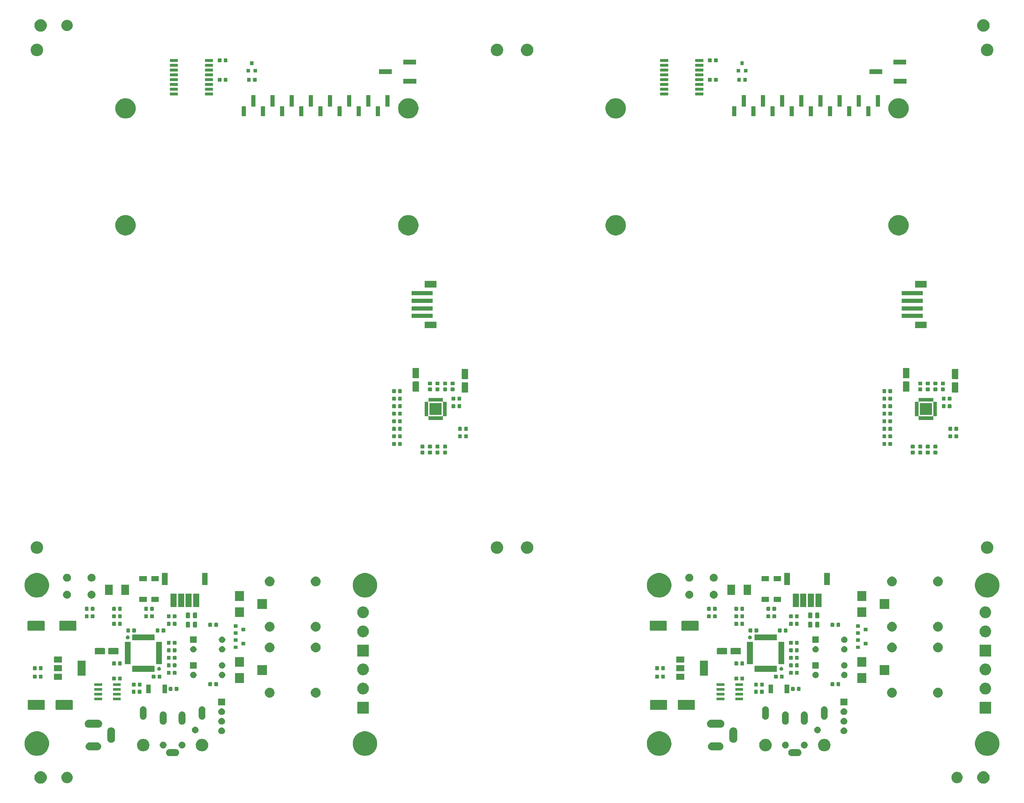
<source format=gbr>
G04 #@! TF.GenerationSoftware,KiCad,Pcbnew,(5.1.6)-1*
G04 #@! TF.CreationDate,2020-10-27T17:39:53-03:00*
G04 #@! TF.ProjectId,TP3-Panel,5450332d-5061-46e6-956c-2e6b69636164,v1.0*
G04 #@! TF.SameCoordinates,Original*
G04 #@! TF.FileFunction,Soldermask,Top*
G04 #@! TF.FilePolarity,Negative*
%FSLAX46Y46*%
G04 Gerber Fmt 4.6, Leading zero omitted, Abs format (unit mm)*
G04 Created by KiCad (PCBNEW (5.1.6)-1) date 2020-10-27 17:39:53*
%MOMM*%
%LPD*%
G01*
G04 APERTURE LIST*
%ADD10C,0.100000*%
G04 APERTURE END LIST*
D10*
G36*
X336125256Y-229391298D02*
G01*
X336231579Y-229412447D01*
X336532042Y-229536903D01*
X336802451Y-229717585D01*
X337032415Y-229947549D01*
X337213097Y-230217958D01*
X337213098Y-230217960D01*
X337337553Y-230518422D01*
X337401000Y-230837389D01*
X337401000Y-231162611D01*
X337337553Y-231481578D01*
X337242725Y-231710515D01*
X337213097Y-231782042D01*
X337032415Y-232052451D01*
X336802451Y-232282415D01*
X336532042Y-232463097D01*
X336231579Y-232587553D01*
X336125256Y-232608702D01*
X335912611Y-232651000D01*
X335587389Y-232651000D01*
X335374744Y-232608702D01*
X335268421Y-232587553D01*
X334967958Y-232463097D01*
X334697549Y-232282415D01*
X334467585Y-232052451D01*
X334286903Y-231782042D01*
X334257276Y-231710515D01*
X334162447Y-231481578D01*
X334099000Y-231162611D01*
X334099000Y-230837389D01*
X334162447Y-230518422D01*
X334286902Y-230217960D01*
X334286903Y-230217958D01*
X334467585Y-229947549D01*
X334697549Y-229717585D01*
X334967958Y-229536903D01*
X335268421Y-229412447D01*
X335374744Y-229391298D01*
X335587389Y-229349000D01*
X335912611Y-229349000D01*
X336125256Y-229391298D01*
G37*
G36*
X86125256Y-229391298D02*
G01*
X86231579Y-229412447D01*
X86532042Y-229536903D01*
X86802451Y-229717585D01*
X87032415Y-229947549D01*
X87213097Y-230217958D01*
X87213098Y-230217960D01*
X87337553Y-230518422D01*
X87401000Y-230837389D01*
X87401000Y-231162611D01*
X87337553Y-231481578D01*
X87242725Y-231710515D01*
X87213097Y-231782042D01*
X87032415Y-232052451D01*
X86802451Y-232282415D01*
X86532042Y-232463097D01*
X86231579Y-232587553D01*
X86125256Y-232608702D01*
X85912611Y-232651000D01*
X85587389Y-232651000D01*
X85374744Y-232608702D01*
X85268421Y-232587553D01*
X84967958Y-232463097D01*
X84697549Y-232282415D01*
X84467585Y-232052451D01*
X84286903Y-231782042D01*
X84257276Y-231710515D01*
X84162447Y-231481578D01*
X84099000Y-231162611D01*
X84099000Y-230837389D01*
X84162447Y-230518422D01*
X84286902Y-230217960D01*
X84286903Y-230217958D01*
X84467585Y-229947549D01*
X84697549Y-229717585D01*
X84967958Y-229536903D01*
X85268421Y-229412447D01*
X85374744Y-229391298D01*
X85587389Y-229349000D01*
X85912611Y-229349000D01*
X86125256Y-229391298D01*
G37*
G36*
X93187534Y-229557643D02*
G01*
X93460515Y-229670716D01*
X93460517Y-229670717D01*
X93706194Y-229834874D01*
X93915126Y-230043806D01*
X94031493Y-230217960D01*
X94079284Y-230289485D01*
X94192357Y-230562466D01*
X94250000Y-230852262D01*
X94250000Y-231147738D01*
X94192357Y-231437534D01*
X94079284Y-231710515D01*
X94079283Y-231710517D01*
X93915126Y-231956194D01*
X93706194Y-232165126D01*
X93460517Y-232329283D01*
X93460516Y-232329284D01*
X93460515Y-232329284D01*
X93187534Y-232442357D01*
X92897738Y-232500000D01*
X92602262Y-232500000D01*
X92312466Y-232442357D01*
X92039485Y-232329284D01*
X92039484Y-232329284D01*
X92039483Y-232329283D01*
X91793806Y-232165126D01*
X91584874Y-231956194D01*
X91420717Y-231710517D01*
X91420716Y-231710515D01*
X91307643Y-231437534D01*
X91250000Y-231147738D01*
X91250000Y-230852262D01*
X91307643Y-230562466D01*
X91420716Y-230289485D01*
X91468508Y-230217960D01*
X91584874Y-230043806D01*
X91793806Y-229834874D01*
X92039483Y-229670717D01*
X92039485Y-229670716D01*
X92312466Y-229557643D01*
X92602262Y-229500000D01*
X92897738Y-229500000D01*
X93187534Y-229557643D01*
G37*
G36*
X329187534Y-229557643D02*
G01*
X329460515Y-229670716D01*
X329460517Y-229670717D01*
X329706194Y-229834874D01*
X329915126Y-230043806D01*
X330031493Y-230217960D01*
X330079284Y-230289485D01*
X330192357Y-230562466D01*
X330250000Y-230852262D01*
X330250000Y-231147738D01*
X330192357Y-231437534D01*
X330079284Y-231710515D01*
X330079283Y-231710517D01*
X329915126Y-231956194D01*
X329706194Y-232165126D01*
X329460517Y-232329283D01*
X329460516Y-232329284D01*
X329460515Y-232329284D01*
X329187534Y-232442357D01*
X328897738Y-232500000D01*
X328602262Y-232500000D01*
X328312466Y-232442357D01*
X328039485Y-232329284D01*
X328039484Y-232329284D01*
X328039483Y-232329283D01*
X327793806Y-232165126D01*
X327584874Y-231956194D01*
X327420717Y-231710517D01*
X327420716Y-231710515D01*
X327307643Y-231437534D01*
X327250000Y-231147738D01*
X327250000Y-230852262D01*
X327307643Y-230562466D01*
X327420716Y-230289485D01*
X327468508Y-230217960D01*
X327584874Y-230043806D01*
X327793806Y-229834874D01*
X328039483Y-229670717D01*
X328039485Y-229670716D01*
X328312466Y-229557643D01*
X328602262Y-229500000D01*
X328897738Y-229500000D01*
X329187534Y-229557643D01*
G37*
G36*
X286710443Y-223505519D02*
G01*
X286776627Y-223512037D01*
X286946466Y-223563557D01*
X287102991Y-223647222D01*
X287138729Y-223676552D01*
X287240186Y-223759814D01*
X287323448Y-223861271D01*
X287352778Y-223897009D01*
X287436443Y-224053534D01*
X287487963Y-224223373D01*
X287505359Y-224400000D01*
X287487963Y-224576627D01*
X287436443Y-224746466D01*
X287352778Y-224902991D01*
X287323448Y-224938729D01*
X287240186Y-225040186D01*
X287138729Y-225123448D01*
X287102991Y-225152778D01*
X286946466Y-225236443D01*
X286776627Y-225287963D01*
X286710442Y-225294482D01*
X286644260Y-225301000D01*
X284855740Y-225301000D01*
X284789558Y-225294482D01*
X284723373Y-225287963D01*
X284553534Y-225236443D01*
X284397009Y-225152778D01*
X284361271Y-225123448D01*
X284259814Y-225040186D01*
X284176552Y-224938729D01*
X284147222Y-224902991D01*
X284063557Y-224746466D01*
X284012037Y-224576627D01*
X283994641Y-224400000D01*
X284012037Y-224223373D01*
X284063557Y-224053534D01*
X284147222Y-223897009D01*
X284176552Y-223861271D01*
X284259814Y-223759814D01*
X284361271Y-223676552D01*
X284397009Y-223647222D01*
X284553534Y-223563557D01*
X284723373Y-223512037D01*
X284789557Y-223505519D01*
X284855740Y-223499000D01*
X286644260Y-223499000D01*
X286710443Y-223505519D01*
G37*
G36*
X121710443Y-223505519D02*
G01*
X121776627Y-223512037D01*
X121946466Y-223563557D01*
X122102991Y-223647222D01*
X122138729Y-223676552D01*
X122240186Y-223759814D01*
X122323448Y-223861271D01*
X122352778Y-223897009D01*
X122436443Y-224053534D01*
X122487963Y-224223373D01*
X122505359Y-224400000D01*
X122487963Y-224576627D01*
X122436443Y-224746466D01*
X122352778Y-224902991D01*
X122323448Y-224938729D01*
X122240186Y-225040186D01*
X122138729Y-225123448D01*
X122102991Y-225152778D01*
X121946466Y-225236443D01*
X121776627Y-225287963D01*
X121710442Y-225294482D01*
X121644260Y-225301000D01*
X119855740Y-225301000D01*
X119789558Y-225294482D01*
X119723373Y-225287963D01*
X119553534Y-225236443D01*
X119397009Y-225152778D01*
X119361271Y-225123448D01*
X119259814Y-225040186D01*
X119176552Y-224938729D01*
X119147222Y-224902991D01*
X119063557Y-224746466D01*
X119012037Y-224576627D01*
X118994641Y-224400000D01*
X119012037Y-224223373D01*
X119063557Y-224053534D01*
X119147222Y-223897009D01*
X119176552Y-223861271D01*
X119259814Y-223759814D01*
X119361271Y-223676552D01*
X119397009Y-223647222D01*
X119553534Y-223563557D01*
X119723373Y-223512037D01*
X119789557Y-223505519D01*
X119855740Y-223499000D01*
X121644260Y-223499000D01*
X121710443Y-223505519D01*
G37*
G36*
X337384239Y-218811467D02*
G01*
X337698282Y-218873934D01*
X338289926Y-219119001D01*
X338822392Y-219474784D01*
X339275216Y-219927608D01*
X339630999Y-220460074D01*
X339876066Y-221051718D01*
X339896441Y-221154149D01*
X339987945Y-221614169D01*
X340001000Y-221679804D01*
X340001000Y-222320196D01*
X339876066Y-222948282D01*
X339630999Y-223539926D01*
X339410326Y-223870186D01*
X339284165Y-224059000D01*
X339275216Y-224072392D01*
X338822392Y-224525216D01*
X338289926Y-224880999D01*
X337698282Y-225126066D01*
X337384239Y-225188533D01*
X337070197Y-225251000D01*
X336429803Y-225251000D01*
X336115761Y-225188533D01*
X335801718Y-225126066D01*
X335210074Y-224880999D01*
X334677608Y-224525216D01*
X334224784Y-224072392D01*
X334215836Y-224059000D01*
X334089674Y-223870186D01*
X333869001Y-223539926D01*
X333623934Y-222948282D01*
X333499000Y-222320196D01*
X333499000Y-221679804D01*
X333512056Y-221614169D01*
X333603559Y-221154149D01*
X333623934Y-221051718D01*
X333869001Y-220460074D01*
X334224784Y-219927608D01*
X334677608Y-219474784D01*
X335210074Y-219119001D01*
X335801718Y-218873934D01*
X336115761Y-218811467D01*
X336429803Y-218749000D01*
X337070197Y-218749000D01*
X337384239Y-218811467D01*
G37*
G36*
X250384239Y-218811467D02*
G01*
X250698282Y-218873934D01*
X251289926Y-219119001D01*
X251822392Y-219474784D01*
X252275216Y-219927608D01*
X252630999Y-220460074D01*
X252876066Y-221051718D01*
X252896441Y-221154149D01*
X252987945Y-221614169D01*
X253001000Y-221679804D01*
X253001000Y-222320196D01*
X252876066Y-222948282D01*
X252630999Y-223539926D01*
X252410326Y-223870186D01*
X252284165Y-224059000D01*
X252275216Y-224072392D01*
X251822392Y-224525216D01*
X251289926Y-224880999D01*
X250698282Y-225126066D01*
X250384239Y-225188533D01*
X250070197Y-225251000D01*
X249429803Y-225251000D01*
X249115761Y-225188533D01*
X248801718Y-225126066D01*
X248210074Y-224880999D01*
X247677608Y-224525216D01*
X247224784Y-224072392D01*
X247215836Y-224059000D01*
X247089674Y-223870186D01*
X246869001Y-223539926D01*
X246623934Y-222948282D01*
X246499000Y-222320196D01*
X246499000Y-221679804D01*
X246512056Y-221614169D01*
X246603559Y-221154149D01*
X246623934Y-221051718D01*
X246869001Y-220460074D01*
X247224784Y-219927608D01*
X247677608Y-219474784D01*
X248210074Y-219119001D01*
X248801718Y-218873934D01*
X249115761Y-218811467D01*
X249429803Y-218749000D01*
X250070197Y-218749000D01*
X250384239Y-218811467D01*
G37*
G36*
X172384239Y-218811467D02*
G01*
X172698282Y-218873934D01*
X173289926Y-219119001D01*
X173822392Y-219474784D01*
X174275216Y-219927608D01*
X174630999Y-220460074D01*
X174876066Y-221051718D01*
X174896441Y-221154149D01*
X174987945Y-221614169D01*
X175001000Y-221679804D01*
X175001000Y-222320196D01*
X174876066Y-222948282D01*
X174630999Y-223539926D01*
X174410326Y-223870186D01*
X174284165Y-224059000D01*
X174275216Y-224072392D01*
X173822392Y-224525216D01*
X173289926Y-224880999D01*
X172698282Y-225126066D01*
X172384239Y-225188533D01*
X172070197Y-225251000D01*
X171429803Y-225251000D01*
X171115761Y-225188533D01*
X170801718Y-225126066D01*
X170210074Y-224880999D01*
X169677608Y-224525216D01*
X169224784Y-224072392D01*
X169215836Y-224059000D01*
X169089674Y-223870186D01*
X168869001Y-223539926D01*
X168623934Y-222948282D01*
X168499000Y-222320196D01*
X168499000Y-221679804D01*
X168512056Y-221614169D01*
X168603559Y-221154149D01*
X168623934Y-221051718D01*
X168869001Y-220460074D01*
X169224784Y-219927608D01*
X169677608Y-219474784D01*
X170210074Y-219119001D01*
X170801718Y-218873934D01*
X171115761Y-218811467D01*
X171429803Y-218749000D01*
X172070197Y-218749000D01*
X172384239Y-218811467D01*
G37*
G36*
X85384239Y-218811467D02*
G01*
X85698282Y-218873934D01*
X86289926Y-219119001D01*
X86822392Y-219474784D01*
X87275216Y-219927608D01*
X87630999Y-220460074D01*
X87876066Y-221051718D01*
X87896441Y-221154149D01*
X87987945Y-221614169D01*
X88001000Y-221679804D01*
X88001000Y-222320196D01*
X87876066Y-222948282D01*
X87630999Y-223539926D01*
X87410326Y-223870186D01*
X87284165Y-224059000D01*
X87275216Y-224072392D01*
X86822392Y-224525216D01*
X86289926Y-224880999D01*
X85698282Y-225126066D01*
X85384239Y-225188533D01*
X85070197Y-225251000D01*
X84429803Y-225251000D01*
X84115761Y-225188533D01*
X83801718Y-225126066D01*
X83210074Y-224880999D01*
X82677608Y-224525216D01*
X82224784Y-224072392D01*
X82215836Y-224059000D01*
X82089674Y-223870186D01*
X81869001Y-223539926D01*
X81623934Y-222948282D01*
X81499000Y-222320196D01*
X81499000Y-221679804D01*
X81512056Y-221614169D01*
X81603559Y-221154149D01*
X81623934Y-221051718D01*
X81869001Y-220460074D01*
X82224784Y-219927608D01*
X82677608Y-219474784D01*
X83210074Y-219119001D01*
X83801718Y-218873934D01*
X84115761Y-218811467D01*
X84429803Y-218749000D01*
X85070197Y-218749000D01*
X85384239Y-218811467D01*
G37*
G36*
X113433911Y-220804754D02*
G01*
X113584872Y-220867284D01*
X113735831Y-220929813D01*
X113735832Y-220929814D01*
X114007548Y-221111368D01*
X114238632Y-221342452D01*
X114366368Y-221533624D01*
X114420187Y-221614169D01*
X114455325Y-221699000D01*
X114545246Y-221916089D01*
X114609000Y-222236601D01*
X114609000Y-222563399D01*
X114545246Y-222883911D01*
X114507783Y-222974354D01*
X114420187Y-223185831D01*
X114420186Y-223185832D01*
X114238632Y-223457548D01*
X114007548Y-223688632D01*
X113803761Y-223824798D01*
X113735831Y-223870187D01*
X113584871Y-223932716D01*
X113433911Y-223995246D01*
X113113399Y-224059000D01*
X112786601Y-224059000D01*
X112466089Y-223995246D01*
X112315129Y-223932716D01*
X112164169Y-223870187D01*
X112096239Y-223824798D01*
X111892452Y-223688632D01*
X111661368Y-223457548D01*
X111479814Y-223185832D01*
X111479813Y-223185831D01*
X111392217Y-222974354D01*
X111354754Y-222883911D01*
X111291000Y-222563399D01*
X111291000Y-222236601D01*
X111354754Y-221916089D01*
X111444675Y-221699000D01*
X111479813Y-221614169D01*
X111533632Y-221533624D01*
X111661368Y-221342452D01*
X111892452Y-221111368D01*
X112164168Y-220929814D01*
X112164169Y-220929813D01*
X112315128Y-220867284D01*
X112466089Y-220804754D01*
X112786601Y-220741000D01*
X113113399Y-220741000D01*
X113433911Y-220804754D01*
G37*
G36*
X129033911Y-220804754D02*
G01*
X129184872Y-220867284D01*
X129335831Y-220929813D01*
X129335832Y-220929814D01*
X129607548Y-221111368D01*
X129838632Y-221342452D01*
X129966368Y-221533624D01*
X130020187Y-221614169D01*
X130055325Y-221699000D01*
X130145246Y-221916089D01*
X130209000Y-222236601D01*
X130209000Y-222563399D01*
X130145246Y-222883911D01*
X130107783Y-222974354D01*
X130020187Y-223185831D01*
X130020186Y-223185832D01*
X129838632Y-223457548D01*
X129607548Y-223688632D01*
X129403761Y-223824798D01*
X129335831Y-223870187D01*
X129184871Y-223932716D01*
X129033911Y-223995246D01*
X128713399Y-224059000D01*
X128386601Y-224059000D01*
X128066089Y-223995246D01*
X127915129Y-223932716D01*
X127764169Y-223870187D01*
X127696239Y-223824798D01*
X127492452Y-223688632D01*
X127261368Y-223457548D01*
X127079814Y-223185832D01*
X127079813Y-223185831D01*
X126992217Y-222974354D01*
X126954754Y-222883911D01*
X126891000Y-222563399D01*
X126891000Y-222236601D01*
X126954754Y-221916089D01*
X127044675Y-221699000D01*
X127079813Y-221614169D01*
X127133632Y-221533624D01*
X127261368Y-221342452D01*
X127492452Y-221111368D01*
X127764168Y-220929814D01*
X127764169Y-220929813D01*
X127915128Y-220867284D01*
X128066089Y-220804754D01*
X128386601Y-220741000D01*
X128713399Y-220741000D01*
X129033911Y-220804754D01*
G37*
G36*
X294033911Y-220804754D02*
G01*
X294184872Y-220867284D01*
X294335831Y-220929813D01*
X294335832Y-220929814D01*
X294607548Y-221111368D01*
X294838632Y-221342452D01*
X294966368Y-221533624D01*
X295020187Y-221614169D01*
X295055325Y-221699000D01*
X295145246Y-221916089D01*
X295209000Y-222236601D01*
X295209000Y-222563399D01*
X295145246Y-222883911D01*
X295107783Y-222974354D01*
X295020187Y-223185831D01*
X295020186Y-223185832D01*
X294838632Y-223457548D01*
X294607548Y-223688632D01*
X294403761Y-223824798D01*
X294335831Y-223870187D01*
X294184871Y-223932716D01*
X294033911Y-223995246D01*
X293713399Y-224059000D01*
X293386601Y-224059000D01*
X293066089Y-223995246D01*
X292915129Y-223932716D01*
X292764169Y-223870187D01*
X292696239Y-223824798D01*
X292492452Y-223688632D01*
X292261368Y-223457548D01*
X292079814Y-223185832D01*
X292079813Y-223185831D01*
X291992217Y-222974354D01*
X291954754Y-222883911D01*
X291891000Y-222563399D01*
X291891000Y-222236601D01*
X291954754Y-221916089D01*
X292044675Y-221699000D01*
X292079813Y-221614169D01*
X292133632Y-221533624D01*
X292261368Y-221342452D01*
X292492452Y-221111368D01*
X292764168Y-220929814D01*
X292764169Y-220929813D01*
X292915128Y-220867284D01*
X293066089Y-220804754D01*
X293386601Y-220741000D01*
X293713399Y-220741000D01*
X294033911Y-220804754D01*
G37*
G36*
X278433911Y-220804754D02*
G01*
X278584872Y-220867284D01*
X278735831Y-220929813D01*
X278735832Y-220929814D01*
X279007548Y-221111368D01*
X279238632Y-221342452D01*
X279366368Y-221533624D01*
X279420187Y-221614169D01*
X279455325Y-221699000D01*
X279545246Y-221916089D01*
X279609000Y-222236601D01*
X279609000Y-222563399D01*
X279545246Y-222883911D01*
X279507783Y-222974354D01*
X279420187Y-223185831D01*
X279420186Y-223185832D01*
X279238632Y-223457548D01*
X279007548Y-223688632D01*
X278803761Y-223824798D01*
X278735831Y-223870187D01*
X278584871Y-223932716D01*
X278433911Y-223995246D01*
X278113399Y-224059000D01*
X277786601Y-224059000D01*
X277466089Y-223995246D01*
X277315129Y-223932716D01*
X277164169Y-223870187D01*
X277096239Y-223824798D01*
X276892452Y-223688632D01*
X276661368Y-223457548D01*
X276479814Y-223185832D01*
X276479813Y-223185831D01*
X276392217Y-222974354D01*
X276354754Y-222883911D01*
X276291000Y-222563399D01*
X276291000Y-222236601D01*
X276354754Y-221916089D01*
X276444675Y-221699000D01*
X276479813Y-221614169D01*
X276533632Y-221533624D01*
X276661368Y-221342452D01*
X276892452Y-221111368D01*
X277164168Y-220929814D01*
X277164169Y-220929813D01*
X277315128Y-220867284D01*
X277466089Y-220804754D01*
X277786601Y-220741000D01*
X278113399Y-220741000D01*
X278433911Y-220804754D01*
G37*
G36*
X100853097Y-221704069D02*
G01*
X100956032Y-221714207D01*
X101154146Y-221774305D01*
X101154149Y-221774306D01*
X101213603Y-221806085D01*
X101336729Y-221871897D01*
X101496765Y-222003235D01*
X101628103Y-222163271D01*
X101673939Y-222249025D01*
X101725694Y-222345851D01*
X101725695Y-222345854D01*
X101785793Y-222543968D01*
X101806085Y-222750000D01*
X101785793Y-222956032D01*
X101742165Y-223099852D01*
X101725694Y-223154149D01*
X101708759Y-223185832D01*
X101628103Y-223336729D01*
X101496765Y-223496765D01*
X101336729Y-223628103D01*
X101250975Y-223673939D01*
X101154149Y-223725694D01*
X101154146Y-223725695D01*
X100956032Y-223785793D01*
X100853097Y-223795931D01*
X100801631Y-223801000D01*
X98698369Y-223801000D01*
X98646903Y-223795931D01*
X98543968Y-223785793D01*
X98345854Y-223725695D01*
X98345851Y-223725694D01*
X98249025Y-223673939D01*
X98163271Y-223628103D01*
X98003235Y-223496765D01*
X97871897Y-223336729D01*
X97791241Y-223185832D01*
X97774306Y-223154149D01*
X97757835Y-223099852D01*
X97714207Y-222956032D01*
X97693915Y-222750000D01*
X97714207Y-222543968D01*
X97774305Y-222345854D01*
X97774306Y-222345851D01*
X97826061Y-222249025D01*
X97871897Y-222163271D01*
X98003235Y-222003235D01*
X98163271Y-221871897D01*
X98286397Y-221806085D01*
X98345851Y-221774306D01*
X98345854Y-221774305D01*
X98543968Y-221714207D01*
X98646903Y-221704069D01*
X98698369Y-221699000D01*
X100801631Y-221699000D01*
X100853097Y-221704069D01*
G37*
G36*
X265853097Y-221704069D02*
G01*
X265956032Y-221714207D01*
X266154146Y-221774305D01*
X266154149Y-221774306D01*
X266213603Y-221806085D01*
X266336729Y-221871897D01*
X266496765Y-222003235D01*
X266628103Y-222163271D01*
X266673939Y-222249025D01*
X266725694Y-222345851D01*
X266725695Y-222345854D01*
X266785793Y-222543968D01*
X266806085Y-222750000D01*
X266785793Y-222956032D01*
X266742165Y-223099852D01*
X266725694Y-223154149D01*
X266708759Y-223185832D01*
X266628103Y-223336729D01*
X266496765Y-223496765D01*
X266336729Y-223628103D01*
X266250975Y-223673939D01*
X266154149Y-223725694D01*
X266154146Y-223725695D01*
X265956032Y-223785793D01*
X265853097Y-223795931D01*
X265801631Y-223801000D01*
X263698369Y-223801000D01*
X263646903Y-223795931D01*
X263543968Y-223785793D01*
X263345854Y-223725695D01*
X263345851Y-223725694D01*
X263249025Y-223673939D01*
X263163271Y-223628103D01*
X263003235Y-223496765D01*
X262871897Y-223336729D01*
X262791241Y-223185832D01*
X262774306Y-223154149D01*
X262757835Y-223099852D01*
X262714207Y-222956032D01*
X262693915Y-222750000D01*
X262714207Y-222543968D01*
X262774305Y-222345854D01*
X262774306Y-222345851D01*
X262826061Y-222249025D01*
X262871897Y-222163271D01*
X263003235Y-222003235D01*
X263163271Y-221871897D01*
X263286397Y-221806085D01*
X263345851Y-221774306D01*
X263345854Y-221774305D01*
X263543968Y-221714207D01*
X263646903Y-221704069D01*
X263698369Y-221699000D01*
X265801631Y-221699000D01*
X265853097Y-221704069D01*
G37*
G36*
X288363512Y-221503927D02*
G01*
X288512812Y-221533624D01*
X288676784Y-221601544D01*
X288824354Y-221700147D01*
X288949853Y-221825646D01*
X289048456Y-221973216D01*
X289116376Y-222137188D01*
X289151000Y-222311259D01*
X289151000Y-222488741D01*
X289116376Y-222662812D01*
X289048456Y-222826784D01*
X288949853Y-222974354D01*
X288824354Y-223099853D01*
X288676784Y-223198456D01*
X288512812Y-223266376D01*
X288363512Y-223296073D01*
X288338742Y-223301000D01*
X288161258Y-223301000D01*
X288136488Y-223296073D01*
X287987188Y-223266376D01*
X287823216Y-223198456D01*
X287675646Y-223099853D01*
X287550147Y-222974354D01*
X287451544Y-222826784D01*
X287383624Y-222662812D01*
X287349000Y-222488741D01*
X287349000Y-222311259D01*
X287383624Y-222137188D01*
X287451544Y-221973216D01*
X287550147Y-221825646D01*
X287675646Y-221700147D01*
X287823216Y-221601544D01*
X287987188Y-221533624D01*
X288136488Y-221503927D01*
X288161258Y-221499000D01*
X288338742Y-221499000D01*
X288363512Y-221503927D01*
G37*
G36*
X118363512Y-221503927D02*
G01*
X118512812Y-221533624D01*
X118676784Y-221601544D01*
X118824354Y-221700147D01*
X118949853Y-221825646D01*
X119048456Y-221973216D01*
X119116376Y-222137188D01*
X119151000Y-222311259D01*
X119151000Y-222488741D01*
X119116376Y-222662812D01*
X119048456Y-222826784D01*
X118949853Y-222974354D01*
X118824354Y-223099853D01*
X118676784Y-223198456D01*
X118512812Y-223266376D01*
X118363512Y-223296073D01*
X118338742Y-223301000D01*
X118161258Y-223301000D01*
X118136488Y-223296073D01*
X117987188Y-223266376D01*
X117823216Y-223198456D01*
X117675646Y-223099853D01*
X117550147Y-222974354D01*
X117451544Y-222826784D01*
X117383624Y-222662812D01*
X117349000Y-222488741D01*
X117349000Y-222311259D01*
X117383624Y-222137188D01*
X117451544Y-221973216D01*
X117550147Y-221825646D01*
X117675646Y-221700147D01*
X117823216Y-221601544D01*
X117987188Y-221533624D01*
X118136488Y-221503927D01*
X118161258Y-221499000D01*
X118338742Y-221499000D01*
X118363512Y-221503927D01*
G37*
G36*
X123363512Y-221503927D02*
G01*
X123512812Y-221533624D01*
X123676784Y-221601544D01*
X123824354Y-221700147D01*
X123949853Y-221825646D01*
X124048456Y-221973216D01*
X124116376Y-222137188D01*
X124151000Y-222311259D01*
X124151000Y-222488741D01*
X124116376Y-222662812D01*
X124048456Y-222826784D01*
X123949853Y-222974354D01*
X123824354Y-223099853D01*
X123676784Y-223198456D01*
X123512812Y-223266376D01*
X123363512Y-223296073D01*
X123338742Y-223301000D01*
X123161258Y-223301000D01*
X123136488Y-223296073D01*
X122987188Y-223266376D01*
X122823216Y-223198456D01*
X122675646Y-223099853D01*
X122550147Y-222974354D01*
X122451544Y-222826784D01*
X122383624Y-222662812D01*
X122349000Y-222488741D01*
X122349000Y-222311259D01*
X122383624Y-222137188D01*
X122451544Y-221973216D01*
X122550147Y-221825646D01*
X122675646Y-221700147D01*
X122823216Y-221601544D01*
X122987188Y-221533624D01*
X123136488Y-221503927D01*
X123161258Y-221499000D01*
X123338742Y-221499000D01*
X123363512Y-221503927D01*
G37*
G36*
X283363512Y-221503927D02*
G01*
X283512812Y-221533624D01*
X283676784Y-221601544D01*
X283824354Y-221700147D01*
X283949853Y-221825646D01*
X284048456Y-221973216D01*
X284116376Y-222137188D01*
X284151000Y-222311259D01*
X284151000Y-222488741D01*
X284116376Y-222662812D01*
X284048456Y-222826784D01*
X283949853Y-222974354D01*
X283824354Y-223099853D01*
X283676784Y-223198456D01*
X283512812Y-223266376D01*
X283363512Y-223296073D01*
X283338742Y-223301000D01*
X283161258Y-223301000D01*
X283136488Y-223296073D01*
X282987188Y-223266376D01*
X282823216Y-223198456D01*
X282675646Y-223099853D01*
X282550147Y-222974354D01*
X282451544Y-222826784D01*
X282383624Y-222662812D01*
X282349000Y-222488741D01*
X282349000Y-222311259D01*
X282383624Y-222137188D01*
X282451544Y-221973216D01*
X282550147Y-221825646D01*
X282675646Y-221700147D01*
X282823216Y-221601544D01*
X282987188Y-221533624D01*
X283136488Y-221503927D01*
X283161258Y-221499000D01*
X283338742Y-221499000D01*
X283363512Y-221503927D01*
G37*
G36*
X269656032Y-217714207D02*
G01*
X269854146Y-217774305D01*
X269854149Y-217774306D01*
X269942525Y-217821544D01*
X270036729Y-217871897D01*
X270196765Y-218003235D01*
X270328103Y-218163271D01*
X270344110Y-218193218D01*
X270425694Y-218345851D01*
X270425695Y-218345854D01*
X270485793Y-218543968D01*
X270501000Y-218698370D01*
X270501000Y-220801630D01*
X270485793Y-220956032D01*
X270456766Y-221051719D01*
X270425694Y-221154149D01*
X270373939Y-221250975D01*
X270328103Y-221336729D01*
X270196765Y-221496765D01*
X270036729Y-221628103D01*
X269940004Y-221679803D01*
X269854148Y-221725694D01*
X269854145Y-221725695D01*
X269656031Y-221785793D01*
X269450000Y-221806085D01*
X269243968Y-221785793D01*
X269045854Y-221725695D01*
X269045851Y-221725694D01*
X268949025Y-221673939D01*
X268863271Y-221628103D01*
X268703235Y-221496765D01*
X268571897Y-221336729D01*
X268474307Y-221154149D01*
X268474306Y-221154148D01*
X268474305Y-221154145D01*
X268414207Y-220956031D01*
X268399000Y-220801629D01*
X268399001Y-218698370D01*
X268414208Y-218543968D01*
X268474306Y-218345854D01*
X268474307Y-218345851D01*
X268555891Y-218193218D01*
X268571898Y-218163271D01*
X268703236Y-218003235D01*
X268863272Y-217871897D01*
X268957476Y-217821544D01*
X269045852Y-217774306D01*
X269045855Y-217774305D01*
X269243969Y-217714207D01*
X269450000Y-217693915D01*
X269656032Y-217714207D01*
G37*
G36*
X104656032Y-217714207D02*
G01*
X104854146Y-217774305D01*
X104854149Y-217774306D01*
X104942525Y-217821544D01*
X105036729Y-217871897D01*
X105196765Y-218003235D01*
X105328103Y-218163271D01*
X105344110Y-218193218D01*
X105425694Y-218345851D01*
X105425695Y-218345854D01*
X105485793Y-218543968D01*
X105501000Y-218698370D01*
X105501000Y-220801630D01*
X105485793Y-220956032D01*
X105456766Y-221051719D01*
X105425694Y-221154149D01*
X105373939Y-221250975D01*
X105328103Y-221336729D01*
X105196765Y-221496765D01*
X105036729Y-221628103D01*
X104940004Y-221679803D01*
X104854148Y-221725694D01*
X104854145Y-221725695D01*
X104656031Y-221785793D01*
X104450000Y-221806085D01*
X104243968Y-221785793D01*
X104045854Y-221725695D01*
X104045851Y-221725694D01*
X103949025Y-221673939D01*
X103863271Y-221628103D01*
X103703235Y-221496765D01*
X103571897Y-221336729D01*
X103474307Y-221154149D01*
X103474306Y-221154148D01*
X103474305Y-221154145D01*
X103414207Y-220956031D01*
X103399000Y-220801629D01*
X103399001Y-218698370D01*
X103414208Y-218543968D01*
X103474306Y-218345854D01*
X103474307Y-218345851D01*
X103555891Y-218193218D01*
X103571898Y-218163271D01*
X103703236Y-218003235D01*
X103863272Y-217871897D01*
X103957476Y-217821544D01*
X104045852Y-217774306D01*
X104045855Y-217774305D01*
X104243969Y-217714207D01*
X104450000Y-217693915D01*
X104656032Y-217714207D01*
G37*
G36*
X298841587Y-217719566D02*
G01*
X299012812Y-217753624D01*
X299176784Y-217821544D01*
X299324354Y-217920147D01*
X299449853Y-218045646D01*
X299548456Y-218193216D01*
X299616376Y-218357188D01*
X299651000Y-218531259D01*
X299651000Y-218708741D01*
X299616376Y-218882812D01*
X299548456Y-219046784D01*
X299449853Y-219194354D01*
X299324354Y-219319853D01*
X299176784Y-219418456D01*
X299012812Y-219486376D01*
X298863512Y-219516073D01*
X298838742Y-219521000D01*
X298661258Y-219521000D01*
X298636488Y-219516073D01*
X298487188Y-219486376D01*
X298323216Y-219418456D01*
X298175646Y-219319853D01*
X298050147Y-219194354D01*
X297951544Y-219046784D01*
X297883624Y-218882812D01*
X297849000Y-218708741D01*
X297849000Y-218531259D01*
X297883624Y-218357188D01*
X297951544Y-218193216D01*
X298050147Y-218045646D01*
X298175646Y-217920147D01*
X298323216Y-217821544D01*
X298487188Y-217753624D01*
X298658413Y-217719566D01*
X298661258Y-217719000D01*
X298838742Y-217719000D01*
X298841587Y-217719566D01*
G37*
G36*
X133841587Y-217719566D02*
G01*
X134012812Y-217753624D01*
X134176784Y-217821544D01*
X134324354Y-217920147D01*
X134449853Y-218045646D01*
X134548456Y-218193216D01*
X134616376Y-218357188D01*
X134651000Y-218531259D01*
X134651000Y-218708741D01*
X134616376Y-218882812D01*
X134548456Y-219046784D01*
X134449853Y-219194354D01*
X134324354Y-219319853D01*
X134176784Y-219418456D01*
X134012812Y-219486376D01*
X133863512Y-219516073D01*
X133838742Y-219521000D01*
X133661258Y-219521000D01*
X133636488Y-219516073D01*
X133487188Y-219486376D01*
X133323216Y-219418456D01*
X133175646Y-219319853D01*
X133050147Y-219194354D01*
X132951544Y-219046784D01*
X132883624Y-218882812D01*
X132849000Y-218708741D01*
X132849000Y-218531259D01*
X132883624Y-218357188D01*
X132951544Y-218193216D01*
X133050147Y-218045646D01*
X133175646Y-217920147D01*
X133323216Y-217821544D01*
X133487188Y-217753624D01*
X133658413Y-217719566D01*
X133661258Y-217719000D01*
X133838742Y-217719000D01*
X133841587Y-217719566D01*
G37*
G36*
X127005520Y-217557664D02*
G01*
X127164942Y-217623699D01*
X127308418Y-217719566D01*
X127430434Y-217841582D01*
X127526301Y-217985058D01*
X127592336Y-218144480D01*
X127626000Y-218313721D01*
X127626000Y-218486279D01*
X127592336Y-218655520D01*
X127526301Y-218814942D01*
X127430434Y-218958418D01*
X127308418Y-219080434D01*
X127164942Y-219176301D01*
X127005520Y-219242336D01*
X126920899Y-219259168D01*
X126836280Y-219276000D01*
X126663720Y-219276000D01*
X126579101Y-219259168D01*
X126494480Y-219242336D01*
X126335058Y-219176301D01*
X126191582Y-219080434D01*
X126069566Y-218958418D01*
X125973699Y-218814942D01*
X125907664Y-218655520D01*
X125874000Y-218486279D01*
X125874000Y-218313721D01*
X125907664Y-218144480D01*
X125973699Y-217985058D01*
X126069566Y-217841582D01*
X126191582Y-217719566D01*
X126335058Y-217623699D01*
X126494480Y-217557664D01*
X126663720Y-217524000D01*
X126836280Y-217524000D01*
X127005520Y-217557664D01*
G37*
G36*
X292005520Y-217557664D02*
G01*
X292164942Y-217623699D01*
X292308418Y-217719566D01*
X292430434Y-217841582D01*
X292526301Y-217985058D01*
X292592336Y-218144480D01*
X292626000Y-218313721D01*
X292626000Y-218486279D01*
X292592336Y-218655520D01*
X292526301Y-218814942D01*
X292430434Y-218958418D01*
X292308418Y-219080434D01*
X292164942Y-219176301D01*
X292005520Y-219242336D01*
X291920899Y-219259168D01*
X291836280Y-219276000D01*
X291663720Y-219276000D01*
X291579101Y-219259168D01*
X291494480Y-219242336D01*
X291335058Y-219176301D01*
X291191582Y-219080434D01*
X291069566Y-218958418D01*
X290973699Y-218814942D01*
X290907664Y-218655520D01*
X290874000Y-218486279D01*
X290874000Y-218313721D01*
X290907664Y-218144480D01*
X290973699Y-217985058D01*
X291069566Y-217841582D01*
X291191582Y-217719566D01*
X291335058Y-217623699D01*
X291494480Y-217557664D01*
X291663720Y-217524000D01*
X291836280Y-217524000D01*
X292005520Y-217557664D01*
G37*
G36*
X266103097Y-215704069D02*
G01*
X266206032Y-215714207D01*
X266404146Y-215774305D01*
X266404149Y-215774306D01*
X266484375Y-215817188D01*
X266586729Y-215871897D01*
X266746765Y-216003235D01*
X266878103Y-216163271D01*
X266881027Y-216168742D01*
X266975694Y-216345851D01*
X266975695Y-216345854D01*
X267035793Y-216543968D01*
X267056085Y-216750000D01*
X267035793Y-216956032D01*
X266975695Y-217154146D01*
X266975694Y-217154149D01*
X266923939Y-217250975D01*
X266878103Y-217336729D01*
X266746765Y-217496765D01*
X266586729Y-217628103D01*
X266500975Y-217673939D01*
X266404149Y-217725694D01*
X266404146Y-217725695D01*
X266206032Y-217785793D01*
X266103097Y-217795931D01*
X266051631Y-217801000D01*
X263448369Y-217801000D01*
X263396903Y-217795931D01*
X263293968Y-217785793D01*
X263095854Y-217725695D01*
X263095851Y-217725694D01*
X262999025Y-217673939D01*
X262913271Y-217628103D01*
X262753235Y-217496765D01*
X262621897Y-217336729D01*
X262576061Y-217250975D01*
X262524306Y-217154149D01*
X262524305Y-217154146D01*
X262464207Y-216956032D01*
X262443915Y-216750000D01*
X262464207Y-216543968D01*
X262524305Y-216345854D01*
X262524306Y-216345851D01*
X262618973Y-216168742D01*
X262621897Y-216163271D01*
X262753235Y-216003235D01*
X262913271Y-215871897D01*
X263015625Y-215817188D01*
X263095851Y-215774306D01*
X263095854Y-215774305D01*
X263293968Y-215714207D01*
X263396903Y-215704069D01*
X263448369Y-215699000D01*
X266051631Y-215699000D01*
X266103097Y-215704069D01*
G37*
G36*
X101103097Y-215704069D02*
G01*
X101206032Y-215714207D01*
X101404146Y-215774305D01*
X101404149Y-215774306D01*
X101484375Y-215817188D01*
X101586729Y-215871897D01*
X101746765Y-216003235D01*
X101878103Y-216163271D01*
X101881027Y-216168742D01*
X101975694Y-216345851D01*
X101975695Y-216345854D01*
X102035793Y-216543968D01*
X102056085Y-216750000D01*
X102035793Y-216956032D01*
X101975695Y-217154146D01*
X101975694Y-217154149D01*
X101923939Y-217250975D01*
X101878103Y-217336729D01*
X101746765Y-217496765D01*
X101586729Y-217628103D01*
X101500975Y-217673939D01*
X101404149Y-217725694D01*
X101404146Y-217725695D01*
X101206032Y-217785793D01*
X101103097Y-217795931D01*
X101051631Y-217801000D01*
X98448369Y-217801000D01*
X98396903Y-217795931D01*
X98293968Y-217785793D01*
X98095854Y-217725695D01*
X98095851Y-217725694D01*
X97999025Y-217673939D01*
X97913271Y-217628103D01*
X97753235Y-217496765D01*
X97621897Y-217336729D01*
X97576061Y-217250975D01*
X97524306Y-217154149D01*
X97524305Y-217154146D01*
X97464207Y-216956032D01*
X97443915Y-216750000D01*
X97464207Y-216543968D01*
X97524305Y-216345854D01*
X97524306Y-216345851D01*
X97618973Y-216168742D01*
X97621897Y-216163271D01*
X97753235Y-216003235D01*
X97913271Y-215871897D01*
X98015625Y-215817188D01*
X98095851Y-215774306D01*
X98095854Y-215774305D01*
X98293968Y-215714207D01*
X98396903Y-215704069D01*
X98448369Y-215699000D01*
X101051631Y-215699000D01*
X101103097Y-215704069D01*
G37*
G36*
X118426627Y-213512037D02*
G01*
X118596466Y-213563557D01*
X118752991Y-213647222D01*
X118788729Y-213676552D01*
X118890186Y-213759814D01*
X118973448Y-213861271D01*
X119002778Y-213897009D01*
X119086443Y-214053534D01*
X119137963Y-214223373D01*
X119137963Y-214223375D01*
X119151000Y-214355740D01*
X119151000Y-216144260D01*
X119149127Y-216163272D01*
X119137963Y-216276627D01*
X119086443Y-216446466D01*
X119002778Y-216602991D01*
X118973448Y-216638729D01*
X118890186Y-216740186D01*
X118752989Y-216852779D01*
X118596467Y-216936442D01*
X118596465Y-216936443D01*
X118426626Y-216987963D01*
X118250000Y-217005359D01*
X118073373Y-216987963D01*
X117903534Y-216936443D01*
X117747009Y-216852778D01*
X117711271Y-216823448D01*
X117609814Y-216740186D01*
X117497221Y-216602989D01*
X117413558Y-216446467D01*
X117413557Y-216446465D01*
X117362037Y-216276626D01*
X117355519Y-216210442D01*
X117349000Y-216144259D01*
X117349001Y-214355740D01*
X117362038Y-214223375D01*
X117362038Y-214223373D01*
X117413558Y-214053534D01*
X117497223Y-213897009D01*
X117526553Y-213861271D01*
X117609815Y-213759814D01*
X117711272Y-213676552D01*
X117747010Y-213647222D01*
X117903535Y-213563557D01*
X118073374Y-213512037D01*
X118250000Y-213494641D01*
X118426627Y-213512037D01*
G37*
G36*
X123426627Y-213512037D02*
G01*
X123596466Y-213563557D01*
X123752991Y-213647222D01*
X123788729Y-213676552D01*
X123890186Y-213759814D01*
X123973448Y-213861271D01*
X124002778Y-213897009D01*
X124086443Y-214053534D01*
X124137963Y-214223373D01*
X124137963Y-214223375D01*
X124151000Y-214355740D01*
X124151000Y-216144260D01*
X124149127Y-216163272D01*
X124137963Y-216276627D01*
X124086443Y-216446466D01*
X124002778Y-216602991D01*
X123973448Y-216638729D01*
X123890186Y-216740186D01*
X123752989Y-216852779D01*
X123596467Y-216936442D01*
X123596465Y-216936443D01*
X123426626Y-216987963D01*
X123250000Y-217005359D01*
X123073373Y-216987963D01*
X122903534Y-216936443D01*
X122747009Y-216852778D01*
X122711271Y-216823448D01*
X122609814Y-216740186D01*
X122497221Y-216602989D01*
X122413558Y-216446467D01*
X122413557Y-216446465D01*
X122362037Y-216276626D01*
X122355519Y-216210442D01*
X122349000Y-216144259D01*
X122349001Y-214355740D01*
X122362038Y-214223375D01*
X122362038Y-214223373D01*
X122413558Y-214053534D01*
X122497223Y-213897009D01*
X122526553Y-213861271D01*
X122609815Y-213759814D01*
X122711272Y-213676552D01*
X122747010Y-213647222D01*
X122903535Y-213563557D01*
X123073374Y-213512037D01*
X123250000Y-213494641D01*
X123426627Y-213512037D01*
G37*
G36*
X283426627Y-213512037D02*
G01*
X283596466Y-213563557D01*
X283752991Y-213647222D01*
X283788729Y-213676552D01*
X283890186Y-213759814D01*
X283973448Y-213861271D01*
X284002778Y-213897009D01*
X284086443Y-214053534D01*
X284137963Y-214223373D01*
X284137963Y-214223375D01*
X284151000Y-214355740D01*
X284151000Y-216144260D01*
X284149127Y-216163272D01*
X284137963Y-216276627D01*
X284086443Y-216446466D01*
X284002778Y-216602991D01*
X283973448Y-216638729D01*
X283890186Y-216740186D01*
X283752989Y-216852779D01*
X283596467Y-216936442D01*
X283596465Y-216936443D01*
X283426626Y-216987963D01*
X283250000Y-217005359D01*
X283073373Y-216987963D01*
X282903534Y-216936443D01*
X282747009Y-216852778D01*
X282711271Y-216823448D01*
X282609814Y-216740186D01*
X282497221Y-216602989D01*
X282413558Y-216446467D01*
X282413557Y-216446465D01*
X282362037Y-216276626D01*
X282355519Y-216210442D01*
X282349000Y-216144259D01*
X282349001Y-214355740D01*
X282362038Y-214223375D01*
X282362038Y-214223373D01*
X282413558Y-214053534D01*
X282497223Y-213897009D01*
X282526553Y-213861271D01*
X282609815Y-213759814D01*
X282711272Y-213676552D01*
X282747010Y-213647222D01*
X282903535Y-213563557D01*
X283073374Y-213512037D01*
X283250000Y-213494641D01*
X283426627Y-213512037D01*
G37*
G36*
X288426627Y-213512037D02*
G01*
X288596466Y-213563557D01*
X288752991Y-213647222D01*
X288788729Y-213676552D01*
X288890186Y-213759814D01*
X288973448Y-213861271D01*
X289002778Y-213897009D01*
X289086443Y-214053534D01*
X289137963Y-214223373D01*
X289137963Y-214223375D01*
X289151000Y-214355740D01*
X289151000Y-216144260D01*
X289149127Y-216163272D01*
X289137963Y-216276627D01*
X289086443Y-216446466D01*
X289002778Y-216602991D01*
X288973448Y-216638729D01*
X288890186Y-216740186D01*
X288752989Y-216852779D01*
X288596467Y-216936442D01*
X288596465Y-216936443D01*
X288426626Y-216987963D01*
X288250000Y-217005359D01*
X288073373Y-216987963D01*
X287903534Y-216936443D01*
X287747009Y-216852778D01*
X287711271Y-216823448D01*
X287609814Y-216740186D01*
X287497221Y-216602989D01*
X287413558Y-216446467D01*
X287413557Y-216446465D01*
X287362037Y-216276626D01*
X287355519Y-216210442D01*
X287349000Y-216144259D01*
X287349001Y-214355740D01*
X287362038Y-214223375D01*
X287362038Y-214223373D01*
X287413558Y-214053534D01*
X287497223Y-213897009D01*
X287526553Y-213861271D01*
X287609815Y-213759814D01*
X287711272Y-213676552D01*
X287747010Y-213647222D01*
X287903535Y-213563557D01*
X288073374Y-213512037D01*
X288250000Y-213494641D01*
X288426627Y-213512037D01*
G37*
G36*
X298863512Y-215183927D02*
G01*
X299012812Y-215213624D01*
X299176784Y-215281544D01*
X299324354Y-215380147D01*
X299449853Y-215505646D01*
X299548456Y-215653216D01*
X299616376Y-215817188D01*
X299651000Y-215991259D01*
X299651000Y-216168741D01*
X299616376Y-216342812D01*
X299548456Y-216506784D01*
X299449853Y-216654354D01*
X299324354Y-216779853D01*
X299176784Y-216878456D01*
X299012812Y-216946376D01*
X298863512Y-216976073D01*
X298838742Y-216981000D01*
X298661258Y-216981000D01*
X298636488Y-216976073D01*
X298487188Y-216946376D01*
X298323216Y-216878456D01*
X298175646Y-216779853D01*
X298050147Y-216654354D01*
X297951544Y-216506784D01*
X297883624Y-216342812D01*
X297849000Y-216168741D01*
X297849000Y-215991259D01*
X297883624Y-215817188D01*
X297951544Y-215653216D01*
X298050147Y-215505646D01*
X298175646Y-215380147D01*
X298323216Y-215281544D01*
X298487188Y-215213624D01*
X298636488Y-215183927D01*
X298661258Y-215179000D01*
X298838742Y-215179000D01*
X298863512Y-215183927D01*
G37*
G36*
X133863512Y-215183927D02*
G01*
X134012812Y-215213624D01*
X134176784Y-215281544D01*
X134324354Y-215380147D01*
X134449853Y-215505646D01*
X134548456Y-215653216D01*
X134616376Y-215817188D01*
X134651000Y-215991259D01*
X134651000Y-216168741D01*
X134616376Y-216342812D01*
X134548456Y-216506784D01*
X134449853Y-216654354D01*
X134324354Y-216779853D01*
X134176784Y-216878456D01*
X134012812Y-216946376D01*
X133863512Y-216976073D01*
X133838742Y-216981000D01*
X133661258Y-216981000D01*
X133636488Y-216976073D01*
X133487188Y-216946376D01*
X133323216Y-216878456D01*
X133175646Y-216779853D01*
X133050147Y-216654354D01*
X132951544Y-216506784D01*
X132883624Y-216342812D01*
X132849000Y-216168741D01*
X132849000Y-215991259D01*
X132883624Y-215817188D01*
X132951544Y-215653216D01*
X133050147Y-215505646D01*
X133175646Y-215380147D01*
X133323216Y-215281544D01*
X133487188Y-215213624D01*
X133636488Y-215183927D01*
X133661258Y-215179000D01*
X133838742Y-215179000D01*
X133863512Y-215183927D01*
G37*
G36*
X278126627Y-212162037D02*
G01*
X278296466Y-212213557D01*
X278452991Y-212297222D01*
X278488729Y-212326552D01*
X278590186Y-212409814D01*
X278673448Y-212511271D01*
X278702778Y-212547009D01*
X278786443Y-212703534D01*
X278837963Y-212873373D01*
X278839637Y-212890374D01*
X278847952Y-212974789D01*
X278851000Y-213005742D01*
X278851000Y-214794258D01*
X278837963Y-214926627D01*
X278786443Y-215096466D01*
X278702778Y-215252991D01*
X278679345Y-215281544D01*
X278590186Y-215390186D01*
X278452989Y-215502779D01*
X278447623Y-215505647D01*
X278296465Y-215586443D01*
X278126626Y-215637963D01*
X277950000Y-215655359D01*
X277773373Y-215637963D01*
X277603534Y-215586443D01*
X277447009Y-215502778D01*
X277411271Y-215473448D01*
X277309814Y-215390186D01*
X277197221Y-215252989D01*
X277113558Y-215096467D01*
X277113557Y-215096465D01*
X277062037Y-214926626D01*
X277049000Y-214794257D01*
X277049001Y-213005742D01*
X277052050Y-212974789D01*
X277060364Y-212890374D01*
X277062038Y-212873373D01*
X277113558Y-212703534D01*
X277197223Y-212547009D01*
X277226553Y-212511271D01*
X277309815Y-212409814D01*
X277411272Y-212326552D01*
X277447010Y-212297222D01*
X277603535Y-212213557D01*
X277773374Y-212162037D01*
X277950000Y-212144641D01*
X278126627Y-212162037D01*
G37*
G36*
X293726627Y-212162037D02*
G01*
X293896466Y-212213557D01*
X294052991Y-212297222D01*
X294088729Y-212326552D01*
X294190186Y-212409814D01*
X294273448Y-212511271D01*
X294302778Y-212547009D01*
X294386443Y-212703534D01*
X294437963Y-212873373D01*
X294439637Y-212890374D01*
X294447952Y-212974789D01*
X294451000Y-213005742D01*
X294451000Y-214794258D01*
X294437963Y-214926627D01*
X294386443Y-215096466D01*
X294302778Y-215252991D01*
X294279345Y-215281544D01*
X294190186Y-215390186D01*
X294052989Y-215502779D01*
X294047623Y-215505647D01*
X293896465Y-215586443D01*
X293726626Y-215637963D01*
X293550000Y-215655359D01*
X293373373Y-215637963D01*
X293203534Y-215586443D01*
X293047009Y-215502778D01*
X293011271Y-215473448D01*
X292909814Y-215390186D01*
X292797221Y-215252989D01*
X292713558Y-215096467D01*
X292713557Y-215096465D01*
X292662037Y-214926626D01*
X292649000Y-214794257D01*
X292649001Y-213005742D01*
X292652050Y-212974789D01*
X292660364Y-212890374D01*
X292662038Y-212873373D01*
X292713558Y-212703534D01*
X292797223Y-212547009D01*
X292826553Y-212511271D01*
X292909815Y-212409814D01*
X293011272Y-212326552D01*
X293047010Y-212297222D01*
X293203535Y-212213557D01*
X293373374Y-212162037D01*
X293550000Y-212144641D01*
X293726627Y-212162037D01*
G37*
G36*
X113126627Y-212162037D02*
G01*
X113296466Y-212213557D01*
X113452991Y-212297222D01*
X113488729Y-212326552D01*
X113590186Y-212409814D01*
X113673448Y-212511271D01*
X113702778Y-212547009D01*
X113786443Y-212703534D01*
X113837963Y-212873373D01*
X113839637Y-212890374D01*
X113847952Y-212974789D01*
X113851000Y-213005742D01*
X113851000Y-214794258D01*
X113837963Y-214926627D01*
X113786443Y-215096466D01*
X113702778Y-215252991D01*
X113679345Y-215281544D01*
X113590186Y-215390186D01*
X113452989Y-215502779D01*
X113447623Y-215505647D01*
X113296465Y-215586443D01*
X113126626Y-215637963D01*
X112950000Y-215655359D01*
X112773373Y-215637963D01*
X112603534Y-215586443D01*
X112447009Y-215502778D01*
X112411271Y-215473448D01*
X112309814Y-215390186D01*
X112197221Y-215252989D01*
X112113558Y-215096467D01*
X112113557Y-215096465D01*
X112062037Y-214926626D01*
X112049000Y-214794257D01*
X112049001Y-213005742D01*
X112052050Y-212974789D01*
X112060364Y-212890374D01*
X112062038Y-212873373D01*
X112113558Y-212703534D01*
X112197223Y-212547009D01*
X112226553Y-212511271D01*
X112309815Y-212409814D01*
X112411272Y-212326552D01*
X112447010Y-212297222D01*
X112603535Y-212213557D01*
X112773374Y-212162037D01*
X112950000Y-212144641D01*
X113126627Y-212162037D01*
G37*
G36*
X128726627Y-212162037D02*
G01*
X128896466Y-212213557D01*
X129052991Y-212297222D01*
X129088729Y-212326552D01*
X129190186Y-212409814D01*
X129273448Y-212511271D01*
X129302778Y-212547009D01*
X129386443Y-212703534D01*
X129437963Y-212873373D01*
X129439637Y-212890374D01*
X129447952Y-212974789D01*
X129451000Y-213005742D01*
X129451000Y-214794258D01*
X129437963Y-214926627D01*
X129386443Y-215096466D01*
X129302778Y-215252991D01*
X129279345Y-215281544D01*
X129190186Y-215390186D01*
X129052989Y-215502779D01*
X129047623Y-215505647D01*
X128896465Y-215586443D01*
X128726626Y-215637963D01*
X128550000Y-215655359D01*
X128373373Y-215637963D01*
X128203534Y-215586443D01*
X128047009Y-215502778D01*
X128011271Y-215473448D01*
X127909814Y-215390186D01*
X127797221Y-215252989D01*
X127713558Y-215096467D01*
X127713557Y-215096465D01*
X127662037Y-214926626D01*
X127649000Y-214794257D01*
X127649001Y-213005742D01*
X127652050Y-212974789D01*
X127660364Y-212890374D01*
X127662038Y-212873373D01*
X127713558Y-212703534D01*
X127797223Y-212547009D01*
X127826553Y-212511271D01*
X127909815Y-212409814D01*
X128011272Y-212326552D01*
X128047010Y-212297222D01*
X128203535Y-212213557D01*
X128373374Y-212162037D01*
X128550000Y-212144641D01*
X128726627Y-212162037D01*
G37*
G36*
X298863512Y-212643927D02*
G01*
X299012812Y-212673624D01*
X299176784Y-212741544D01*
X299324354Y-212840147D01*
X299449853Y-212965646D01*
X299548456Y-213113216D01*
X299616376Y-213277188D01*
X299651000Y-213451259D01*
X299651000Y-213628741D01*
X299616376Y-213802812D01*
X299548456Y-213966784D01*
X299449853Y-214114354D01*
X299324354Y-214239853D01*
X299176784Y-214338456D01*
X299012812Y-214406376D01*
X298863512Y-214436073D01*
X298838742Y-214441000D01*
X298661258Y-214441000D01*
X298636488Y-214436073D01*
X298487188Y-214406376D01*
X298323216Y-214338456D01*
X298175646Y-214239853D01*
X298050147Y-214114354D01*
X297951544Y-213966784D01*
X297883624Y-213802812D01*
X297849000Y-213628741D01*
X297849000Y-213451259D01*
X297883624Y-213277188D01*
X297951544Y-213113216D01*
X298050147Y-212965646D01*
X298175646Y-212840147D01*
X298323216Y-212741544D01*
X298487188Y-212673624D01*
X298636488Y-212643927D01*
X298661258Y-212639000D01*
X298838742Y-212639000D01*
X298863512Y-212643927D01*
G37*
G36*
X133863512Y-212643927D02*
G01*
X134012812Y-212673624D01*
X134176784Y-212741544D01*
X134324354Y-212840147D01*
X134449853Y-212965646D01*
X134548456Y-213113216D01*
X134616376Y-213277188D01*
X134651000Y-213451259D01*
X134651000Y-213628741D01*
X134616376Y-213802812D01*
X134548456Y-213966784D01*
X134449853Y-214114354D01*
X134324354Y-214239853D01*
X134176784Y-214338456D01*
X134012812Y-214406376D01*
X133863512Y-214436073D01*
X133838742Y-214441000D01*
X133661258Y-214441000D01*
X133636488Y-214436073D01*
X133487188Y-214406376D01*
X133323216Y-214338456D01*
X133175646Y-214239853D01*
X133050147Y-214114354D01*
X132951544Y-213966784D01*
X132883624Y-213802812D01*
X132849000Y-213628741D01*
X132849000Y-213451259D01*
X132883624Y-213277188D01*
X132951544Y-213113216D01*
X133050147Y-212965646D01*
X133175646Y-212840147D01*
X133323216Y-212741544D01*
X133487188Y-212673624D01*
X133636488Y-212643927D01*
X133661258Y-212639000D01*
X133838742Y-212639000D01*
X133863512Y-212643927D01*
G37*
G36*
X172801000Y-214051000D02*
G01*
X169699000Y-214051000D01*
X169699000Y-210949000D01*
X172801000Y-210949000D01*
X172801000Y-214051000D01*
G37*
G36*
X337801000Y-214051000D02*
G01*
X334699000Y-214051000D01*
X334699000Y-210949000D01*
X337801000Y-210949000D01*
X337801000Y-214051000D01*
G37*
G36*
X259121934Y-210452671D02*
G01*
X259151877Y-210461754D01*
X259179465Y-210476500D01*
X259203651Y-210496349D01*
X259223500Y-210520535D01*
X259238246Y-210548123D01*
X259247329Y-210578066D01*
X259251000Y-210615340D01*
X259251000Y-212884660D01*
X259247329Y-212921934D01*
X259238246Y-212951877D01*
X259223500Y-212979465D01*
X259203651Y-213003651D01*
X259179465Y-213023500D01*
X259151877Y-213038246D01*
X259121934Y-213047329D01*
X259084660Y-213051000D01*
X254915340Y-213051000D01*
X254878066Y-213047329D01*
X254848123Y-213038246D01*
X254820535Y-213023500D01*
X254796349Y-213003651D01*
X254776500Y-212979465D01*
X254761754Y-212951877D01*
X254752671Y-212921934D01*
X254749000Y-212884660D01*
X254749000Y-210615340D01*
X254752671Y-210578066D01*
X254761754Y-210548123D01*
X254776500Y-210520535D01*
X254796349Y-210496349D01*
X254820535Y-210476500D01*
X254848123Y-210461754D01*
X254878066Y-210452671D01*
X254915340Y-210449000D01*
X259084660Y-210449000D01*
X259121934Y-210452671D01*
G37*
G36*
X94121934Y-210452671D02*
G01*
X94151877Y-210461754D01*
X94179465Y-210476500D01*
X94203651Y-210496349D01*
X94223500Y-210520535D01*
X94238246Y-210548123D01*
X94247329Y-210578066D01*
X94251000Y-210615340D01*
X94251000Y-212884660D01*
X94247329Y-212921934D01*
X94238246Y-212951877D01*
X94223500Y-212979465D01*
X94203651Y-213003651D01*
X94179465Y-213023500D01*
X94151877Y-213038246D01*
X94121934Y-213047329D01*
X94084660Y-213051000D01*
X89915340Y-213051000D01*
X89878066Y-213047329D01*
X89848123Y-213038246D01*
X89820535Y-213023500D01*
X89796349Y-213003651D01*
X89776500Y-212979465D01*
X89761754Y-212951877D01*
X89752671Y-212921934D01*
X89749000Y-212884660D01*
X89749000Y-210615340D01*
X89752671Y-210578066D01*
X89761754Y-210548123D01*
X89776500Y-210520535D01*
X89796349Y-210496349D01*
X89820535Y-210476500D01*
X89848123Y-210461754D01*
X89878066Y-210452671D01*
X89915340Y-210449000D01*
X94084660Y-210449000D01*
X94121934Y-210452671D01*
G37*
G36*
X251721934Y-210452671D02*
G01*
X251751877Y-210461754D01*
X251779465Y-210476500D01*
X251803651Y-210496349D01*
X251823500Y-210520535D01*
X251838246Y-210548123D01*
X251847329Y-210578066D01*
X251851000Y-210615340D01*
X251851000Y-212884660D01*
X251847329Y-212921934D01*
X251838246Y-212951877D01*
X251823500Y-212979465D01*
X251803651Y-213003651D01*
X251779465Y-213023500D01*
X251751877Y-213038246D01*
X251721934Y-213047329D01*
X251684660Y-213051000D01*
X247515340Y-213051000D01*
X247478066Y-213047329D01*
X247448123Y-213038246D01*
X247420535Y-213023500D01*
X247396349Y-213003651D01*
X247376500Y-212979465D01*
X247361754Y-212951877D01*
X247352671Y-212921934D01*
X247349000Y-212884660D01*
X247349000Y-210615340D01*
X247352671Y-210578066D01*
X247361754Y-210548123D01*
X247376500Y-210520535D01*
X247396349Y-210496349D01*
X247420535Y-210476500D01*
X247448123Y-210461754D01*
X247478066Y-210452671D01*
X247515340Y-210449000D01*
X251684660Y-210449000D01*
X251721934Y-210452671D01*
G37*
G36*
X86721934Y-210452671D02*
G01*
X86751877Y-210461754D01*
X86779465Y-210476500D01*
X86803651Y-210496349D01*
X86823500Y-210520535D01*
X86838246Y-210548123D01*
X86847329Y-210578066D01*
X86851000Y-210615340D01*
X86851000Y-212884660D01*
X86847329Y-212921934D01*
X86838246Y-212951877D01*
X86823500Y-212979465D01*
X86803651Y-213003651D01*
X86779465Y-213023500D01*
X86751877Y-213038246D01*
X86721934Y-213047329D01*
X86684660Y-213051000D01*
X82515340Y-213051000D01*
X82478066Y-213047329D01*
X82448123Y-213038246D01*
X82420535Y-213023500D01*
X82396349Y-213003651D01*
X82376500Y-212979465D01*
X82361754Y-212951877D01*
X82352671Y-212921934D01*
X82349000Y-212884660D01*
X82349000Y-210615340D01*
X82352671Y-210578066D01*
X82361754Y-210548123D01*
X82376500Y-210520535D01*
X82396349Y-210496349D01*
X82420535Y-210476500D01*
X82448123Y-210461754D01*
X82478066Y-210452671D01*
X82515340Y-210449000D01*
X86684660Y-210449000D01*
X86721934Y-210452671D01*
G37*
G36*
X299651000Y-211901000D02*
G01*
X297849000Y-211901000D01*
X297849000Y-210099000D01*
X299651000Y-210099000D01*
X299651000Y-211901000D01*
G37*
G36*
X134651000Y-211901000D02*
G01*
X132849000Y-211901000D01*
X132849000Y-210099000D01*
X134651000Y-210099000D01*
X134651000Y-211901000D01*
G37*
G36*
X101959928Y-209806764D02*
G01*
X101981009Y-209813160D01*
X102000445Y-209823548D01*
X102017476Y-209837524D01*
X102031452Y-209854555D01*
X102041840Y-209873991D01*
X102048236Y-209895072D01*
X102051000Y-209923140D01*
X102051000Y-210386860D01*
X102048236Y-210414928D01*
X102041840Y-210436009D01*
X102031452Y-210455445D01*
X102017476Y-210472476D01*
X102000445Y-210486452D01*
X101981009Y-210496840D01*
X101959928Y-210503236D01*
X101931860Y-210506000D01*
X100118140Y-210506000D01*
X100090072Y-210503236D01*
X100068991Y-210496840D01*
X100049555Y-210486452D01*
X100032524Y-210472476D01*
X100018548Y-210455445D01*
X100008160Y-210436009D01*
X100001764Y-210414928D01*
X99999000Y-210386860D01*
X99999000Y-209923140D01*
X100001764Y-209895072D01*
X100008160Y-209873991D01*
X100018548Y-209854555D01*
X100032524Y-209837524D01*
X100049555Y-209823548D01*
X100068991Y-209813160D01*
X100090072Y-209806764D01*
X100118140Y-209804000D01*
X101931860Y-209804000D01*
X101959928Y-209806764D01*
G37*
G36*
X106909928Y-209806764D02*
G01*
X106931009Y-209813160D01*
X106950445Y-209823548D01*
X106967476Y-209837524D01*
X106981452Y-209854555D01*
X106991840Y-209873991D01*
X106998236Y-209895072D01*
X107001000Y-209923140D01*
X107001000Y-210386860D01*
X106998236Y-210414928D01*
X106991840Y-210436009D01*
X106981452Y-210455445D01*
X106967476Y-210472476D01*
X106950445Y-210486452D01*
X106931009Y-210496840D01*
X106909928Y-210503236D01*
X106881860Y-210506000D01*
X105068140Y-210506000D01*
X105040072Y-210503236D01*
X105018991Y-210496840D01*
X104999555Y-210486452D01*
X104982524Y-210472476D01*
X104968548Y-210455445D01*
X104958160Y-210436009D01*
X104951764Y-210414928D01*
X104949000Y-210386860D01*
X104949000Y-209923140D01*
X104951764Y-209895072D01*
X104958160Y-209873991D01*
X104968548Y-209854555D01*
X104982524Y-209837524D01*
X104999555Y-209823548D01*
X105018991Y-209813160D01*
X105040072Y-209806764D01*
X105068140Y-209804000D01*
X106881860Y-209804000D01*
X106909928Y-209806764D01*
G37*
G36*
X266959928Y-209806764D02*
G01*
X266981009Y-209813160D01*
X267000445Y-209823548D01*
X267017476Y-209837524D01*
X267031452Y-209854555D01*
X267041840Y-209873991D01*
X267048236Y-209895072D01*
X267051000Y-209923140D01*
X267051000Y-210386860D01*
X267048236Y-210414928D01*
X267041840Y-210436009D01*
X267031452Y-210455445D01*
X267017476Y-210472476D01*
X267000445Y-210486452D01*
X266981009Y-210496840D01*
X266959928Y-210503236D01*
X266931860Y-210506000D01*
X265118140Y-210506000D01*
X265090072Y-210503236D01*
X265068991Y-210496840D01*
X265049555Y-210486452D01*
X265032524Y-210472476D01*
X265018548Y-210455445D01*
X265008160Y-210436009D01*
X265001764Y-210414928D01*
X264999000Y-210386860D01*
X264999000Y-209923140D01*
X265001764Y-209895072D01*
X265008160Y-209873991D01*
X265018548Y-209854555D01*
X265032524Y-209837524D01*
X265049555Y-209823548D01*
X265068991Y-209813160D01*
X265090072Y-209806764D01*
X265118140Y-209804000D01*
X266931860Y-209804000D01*
X266959928Y-209806764D01*
G37*
G36*
X271909928Y-209806764D02*
G01*
X271931009Y-209813160D01*
X271950445Y-209823548D01*
X271967476Y-209837524D01*
X271981452Y-209854555D01*
X271991840Y-209873991D01*
X271998236Y-209895072D01*
X272001000Y-209923140D01*
X272001000Y-210386860D01*
X271998236Y-210414928D01*
X271991840Y-210436009D01*
X271981452Y-210455445D01*
X271967476Y-210472476D01*
X271950445Y-210486452D01*
X271931009Y-210496840D01*
X271909928Y-210503236D01*
X271881860Y-210506000D01*
X270068140Y-210506000D01*
X270040072Y-210503236D01*
X270018991Y-210496840D01*
X269999555Y-210486452D01*
X269982524Y-210472476D01*
X269968548Y-210455445D01*
X269958160Y-210436009D01*
X269951764Y-210414928D01*
X269949000Y-210386860D01*
X269949000Y-209923140D01*
X269951764Y-209895072D01*
X269958160Y-209873991D01*
X269968548Y-209854555D01*
X269982524Y-209837524D01*
X269999555Y-209823548D01*
X270018991Y-209813160D01*
X270040072Y-209806764D01*
X270068140Y-209804000D01*
X271881860Y-209804000D01*
X271909928Y-209806764D01*
G37*
G36*
X324079487Y-207248996D02*
G01*
X324316253Y-207347068D01*
X324316255Y-207347069D01*
X324529339Y-207489447D01*
X324710553Y-207670661D01*
X324847235Y-207875220D01*
X324852932Y-207883747D01*
X324951004Y-208120513D01*
X325001000Y-208371861D01*
X325001000Y-208628139D01*
X324951004Y-208879487D01*
X324861844Y-209094738D01*
X324852931Y-209116255D01*
X324710553Y-209329339D01*
X324529339Y-209510553D01*
X324316255Y-209652931D01*
X324316254Y-209652932D01*
X324316253Y-209652932D01*
X324079487Y-209751004D01*
X323828139Y-209801000D01*
X323571861Y-209801000D01*
X323320513Y-209751004D01*
X323083747Y-209652932D01*
X323083746Y-209652932D01*
X323083745Y-209652931D01*
X322870661Y-209510553D01*
X322689447Y-209329339D01*
X322547069Y-209116255D01*
X322538156Y-209094738D01*
X322448996Y-208879487D01*
X322399000Y-208628139D01*
X322399000Y-208371861D01*
X322448996Y-208120513D01*
X322547068Y-207883747D01*
X322552766Y-207875220D01*
X322689447Y-207670661D01*
X322870661Y-207489447D01*
X323083745Y-207347069D01*
X323083747Y-207347068D01*
X323320513Y-207248996D01*
X323571861Y-207199000D01*
X323828139Y-207199000D01*
X324079487Y-207248996D01*
G37*
G36*
X311879487Y-207248996D02*
G01*
X312116253Y-207347068D01*
X312116255Y-207347069D01*
X312329339Y-207489447D01*
X312510553Y-207670661D01*
X312647235Y-207875220D01*
X312652932Y-207883747D01*
X312751004Y-208120513D01*
X312801000Y-208371861D01*
X312801000Y-208628139D01*
X312751004Y-208879487D01*
X312661844Y-209094738D01*
X312652931Y-209116255D01*
X312510553Y-209329339D01*
X312329339Y-209510553D01*
X312116255Y-209652931D01*
X312116254Y-209652932D01*
X312116253Y-209652932D01*
X311879487Y-209751004D01*
X311628139Y-209801000D01*
X311371861Y-209801000D01*
X311120513Y-209751004D01*
X310883747Y-209652932D01*
X310883746Y-209652932D01*
X310883745Y-209652931D01*
X310670661Y-209510553D01*
X310489447Y-209329339D01*
X310347069Y-209116255D01*
X310338156Y-209094738D01*
X310248996Y-208879487D01*
X310199000Y-208628139D01*
X310199000Y-208371861D01*
X310248996Y-208120513D01*
X310347068Y-207883747D01*
X310352766Y-207875220D01*
X310489447Y-207670661D01*
X310670661Y-207489447D01*
X310883745Y-207347069D01*
X310883747Y-207347068D01*
X311120513Y-207248996D01*
X311371861Y-207199000D01*
X311628139Y-207199000D01*
X311879487Y-207248996D01*
G37*
G36*
X159079487Y-207248996D02*
G01*
X159316253Y-207347068D01*
X159316255Y-207347069D01*
X159529339Y-207489447D01*
X159710553Y-207670661D01*
X159847235Y-207875220D01*
X159852932Y-207883747D01*
X159951004Y-208120513D01*
X160001000Y-208371861D01*
X160001000Y-208628139D01*
X159951004Y-208879487D01*
X159861844Y-209094738D01*
X159852931Y-209116255D01*
X159710553Y-209329339D01*
X159529339Y-209510553D01*
X159316255Y-209652931D01*
X159316254Y-209652932D01*
X159316253Y-209652932D01*
X159079487Y-209751004D01*
X158828139Y-209801000D01*
X158571861Y-209801000D01*
X158320513Y-209751004D01*
X158083747Y-209652932D01*
X158083746Y-209652932D01*
X158083745Y-209652931D01*
X157870661Y-209510553D01*
X157689447Y-209329339D01*
X157547069Y-209116255D01*
X157538156Y-209094738D01*
X157448996Y-208879487D01*
X157399000Y-208628139D01*
X157399000Y-208371861D01*
X157448996Y-208120513D01*
X157547068Y-207883747D01*
X157552766Y-207875220D01*
X157689447Y-207670661D01*
X157870661Y-207489447D01*
X158083745Y-207347069D01*
X158083747Y-207347068D01*
X158320513Y-207248996D01*
X158571861Y-207199000D01*
X158828139Y-207199000D01*
X159079487Y-207248996D01*
G37*
G36*
X146879487Y-207248996D02*
G01*
X147116253Y-207347068D01*
X147116255Y-207347069D01*
X147329339Y-207489447D01*
X147510553Y-207670661D01*
X147647235Y-207875220D01*
X147652932Y-207883747D01*
X147751004Y-208120513D01*
X147801000Y-208371861D01*
X147801000Y-208628139D01*
X147751004Y-208879487D01*
X147661844Y-209094738D01*
X147652931Y-209116255D01*
X147510553Y-209329339D01*
X147329339Y-209510553D01*
X147116255Y-209652931D01*
X147116254Y-209652932D01*
X147116253Y-209652932D01*
X146879487Y-209751004D01*
X146628139Y-209801000D01*
X146371861Y-209801000D01*
X146120513Y-209751004D01*
X145883747Y-209652932D01*
X145883746Y-209652932D01*
X145883745Y-209652931D01*
X145670661Y-209510553D01*
X145489447Y-209329339D01*
X145347069Y-209116255D01*
X145338156Y-209094738D01*
X145248996Y-208879487D01*
X145199000Y-208628139D01*
X145199000Y-208371861D01*
X145248996Y-208120513D01*
X145347068Y-207883747D01*
X145352766Y-207875220D01*
X145489447Y-207670661D01*
X145670661Y-207489447D01*
X145883745Y-207347069D01*
X145883747Y-207347068D01*
X146120513Y-207248996D01*
X146371861Y-207199000D01*
X146628139Y-207199000D01*
X146879487Y-207248996D01*
G37*
G36*
X101959928Y-208536764D02*
G01*
X101981009Y-208543160D01*
X102000445Y-208553548D01*
X102017476Y-208567524D01*
X102031452Y-208584555D01*
X102041840Y-208603991D01*
X102048236Y-208625072D01*
X102051000Y-208653140D01*
X102051000Y-209116860D01*
X102048236Y-209144928D01*
X102041840Y-209166009D01*
X102031452Y-209185445D01*
X102017476Y-209202476D01*
X102000445Y-209216452D01*
X101981009Y-209226840D01*
X101959928Y-209233236D01*
X101931860Y-209236000D01*
X100118140Y-209236000D01*
X100090072Y-209233236D01*
X100068991Y-209226840D01*
X100049555Y-209216452D01*
X100032524Y-209202476D01*
X100018548Y-209185445D01*
X100008160Y-209166009D01*
X100001764Y-209144928D01*
X99999000Y-209116860D01*
X99999000Y-208653140D01*
X100001764Y-208625072D01*
X100008160Y-208603991D01*
X100018548Y-208584555D01*
X100032524Y-208567524D01*
X100049555Y-208553548D01*
X100068991Y-208543160D01*
X100090072Y-208536764D01*
X100118140Y-208534000D01*
X101931860Y-208534000D01*
X101959928Y-208536764D01*
G37*
G36*
X271909928Y-208536764D02*
G01*
X271931009Y-208543160D01*
X271950445Y-208553548D01*
X271967476Y-208567524D01*
X271981452Y-208584555D01*
X271991840Y-208603991D01*
X271998236Y-208625072D01*
X272001000Y-208653140D01*
X272001000Y-209116860D01*
X271998236Y-209144928D01*
X271991840Y-209166009D01*
X271981452Y-209185445D01*
X271967476Y-209202476D01*
X271950445Y-209216452D01*
X271931009Y-209226840D01*
X271909928Y-209233236D01*
X271881860Y-209236000D01*
X270068140Y-209236000D01*
X270040072Y-209233236D01*
X270018991Y-209226840D01*
X269999555Y-209216452D01*
X269982524Y-209202476D01*
X269968548Y-209185445D01*
X269958160Y-209166009D01*
X269951764Y-209144928D01*
X269949000Y-209116860D01*
X269949000Y-208653140D01*
X269951764Y-208625072D01*
X269958160Y-208603991D01*
X269968548Y-208584555D01*
X269982524Y-208567524D01*
X269999555Y-208553548D01*
X270018991Y-208543160D01*
X270040072Y-208536764D01*
X270068140Y-208534000D01*
X271881860Y-208534000D01*
X271909928Y-208536764D01*
G37*
G36*
X266959928Y-208536764D02*
G01*
X266981009Y-208543160D01*
X267000445Y-208553548D01*
X267017476Y-208567524D01*
X267031452Y-208584555D01*
X267041840Y-208603991D01*
X267048236Y-208625072D01*
X267051000Y-208653140D01*
X267051000Y-209116860D01*
X267048236Y-209144928D01*
X267041840Y-209166009D01*
X267031452Y-209185445D01*
X267017476Y-209202476D01*
X267000445Y-209216452D01*
X266981009Y-209226840D01*
X266959928Y-209233236D01*
X266931860Y-209236000D01*
X265118140Y-209236000D01*
X265090072Y-209233236D01*
X265068991Y-209226840D01*
X265049555Y-209216452D01*
X265032524Y-209202476D01*
X265018548Y-209185445D01*
X265008160Y-209166009D01*
X265001764Y-209144928D01*
X264999000Y-209116860D01*
X264999000Y-208653140D01*
X265001764Y-208625072D01*
X265008160Y-208603991D01*
X265018548Y-208584555D01*
X265032524Y-208567524D01*
X265049555Y-208553548D01*
X265068991Y-208543160D01*
X265090072Y-208536764D01*
X265118140Y-208534000D01*
X266931860Y-208534000D01*
X266959928Y-208536764D01*
G37*
G36*
X106909928Y-208536764D02*
G01*
X106931009Y-208543160D01*
X106950445Y-208553548D01*
X106967476Y-208567524D01*
X106981452Y-208584555D01*
X106991840Y-208603991D01*
X106998236Y-208625072D01*
X107001000Y-208653140D01*
X107001000Y-209116860D01*
X106998236Y-209144928D01*
X106991840Y-209166009D01*
X106981452Y-209185445D01*
X106967476Y-209202476D01*
X106950445Y-209216452D01*
X106931009Y-209226840D01*
X106909928Y-209233236D01*
X106881860Y-209236000D01*
X105068140Y-209236000D01*
X105040072Y-209233236D01*
X105018991Y-209226840D01*
X104999555Y-209216452D01*
X104982524Y-209202476D01*
X104968548Y-209185445D01*
X104958160Y-209166009D01*
X104951764Y-209144928D01*
X104949000Y-209116860D01*
X104949000Y-208653140D01*
X104951764Y-208625072D01*
X104958160Y-208603991D01*
X104968548Y-208584555D01*
X104982524Y-208567524D01*
X104999555Y-208553548D01*
X105018991Y-208543160D01*
X105040072Y-208536764D01*
X105068140Y-208534000D01*
X106881860Y-208534000D01*
X106909928Y-208536764D01*
G37*
G36*
X171536181Y-205895539D02*
G01*
X171702410Y-205928604D01*
X171984674Y-206045521D01*
X172238705Y-206215259D01*
X172454741Y-206431295D01*
X172624479Y-206685326D01*
X172741396Y-206967590D01*
X172745534Y-206988393D01*
X172800906Y-207266764D01*
X172801000Y-207267240D01*
X172801000Y-207572760D01*
X172741396Y-207872410D01*
X172624479Y-208154674D01*
X172454741Y-208408705D01*
X172238705Y-208624741D01*
X171984674Y-208794479D01*
X171702410Y-208911396D01*
X171552585Y-208941198D01*
X171402761Y-208971000D01*
X171097239Y-208971000D01*
X170947415Y-208941198D01*
X170797590Y-208911396D01*
X170515326Y-208794479D01*
X170261295Y-208624741D01*
X170045259Y-208408705D01*
X169875521Y-208154674D01*
X169758604Y-207872410D01*
X169699000Y-207572760D01*
X169699000Y-207267240D01*
X169699095Y-207266764D01*
X169754466Y-206988393D01*
X169758604Y-206967590D01*
X169875521Y-206685326D01*
X170045259Y-206431295D01*
X170261295Y-206215259D01*
X170515326Y-206045521D01*
X170797590Y-205928604D01*
X170963819Y-205895539D01*
X171097239Y-205869000D01*
X171402761Y-205869000D01*
X171536181Y-205895539D01*
G37*
G36*
X336536181Y-205895539D02*
G01*
X336702410Y-205928604D01*
X336984674Y-206045521D01*
X337238705Y-206215259D01*
X337454741Y-206431295D01*
X337624479Y-206685326D01*
X337741396Y-206967590D01*
X337745534Y-206988393D01*
X337800906Y-207266764D01*
X337801000Y-207267240D01*
X337801000Y-207572760D01*
X337741396Y-207872410D01*
X337624479Y-208154674D01*
X337454741Y-208408705D01*
X337238705Y-208624741D01*
X336984674Y-208794479D01*
X336702410Y-208911396D01*
X336552585Y-208941198D01*
X336402761Y-208971000D01*
X336097239Y-208971000D01*
X335947415Y-208941198D01*
X335797590Y-208911396D01*
X335515326Y-208794479D01*
X335261295Y-208624741D01*
X335045259Y-208408705D01*
X334875521Y-208154674D01*
X334758604Y-207872410D01*
X334699000Y-207572760D01*
X334699000Y-207267240D01*
X334699095Y-207266764D01*
X334754466Y-206988393D01*
X334758604Y-206967590D01*
X334875521Y-206685326D01*
X335045259Y-206431295D01*
X335261295Y-206215259D01*
X335515326Y-206045521D01*
X335797590Y-205928604D01*
X335963819Y-205895539D01*
X336097239Y-205869000D01*
X336402761Y-205869000D01*
X336536181Y-205895539D01*
G37*
G36*
X110767091Y-207728085D02*
G01*
X110801069Y-207738393D01*
X110832390Y-207755134D01*
X110859839Y-207777661D01*
X110882366Y-207805110D01*
X110899107Y-207836431D01*
X110909415Y-207870409D01*
X110913500Y-207911890D01*
X110913500Y-208588110D01*
X110909415Y-208629591D01*
X110899107Y-208663569D01*
X110882366Y-208694890D01*
X110859839Y-208722339D01*
X110832390Y-208744866D01*
X110801069Y-208761607D01*
X110767091Y-208771915D01*
X110725610Y-208776000D01*
X110124390Y-208776000D01*
X110082909Y-208771915D01*
X110048931Y-208761607D01*
X110017610Y-208744866D01*
X109990161Y-208722339D01*
X109967634Y-208694890D01*
X109950893Y-208663569D01*
X109940585Y-208629591D01*
X109936500Y-208588110D01*
X109936500Y-207911890D01*
X109940585Y-207870409D01*
X109950893Y-207836431D01*
X109967634Y-207805110D01*
X109990161Y-207777661D01*
X110017610Y-207755134D01*
X110048931Y-207738393D01*
X110082909Y-207728085D01*
X110124390Y-207724000D01*
X110725610Y-207724000D01*
X110767091Y-207728085D01*
G37*
G36*
X112342091Y-207728085D02*
G01*
X112376069Y-207738393D01*
X112407390Y-207755134D01*
X112434839Y-207777661D01*
X112457366Y-207805110D01*
X112474107Y-207836431D01*
X112484415Y-207870409D01*
X112488500Y-207911890D01*
X112488500Y-208588110D01*
X112484415Y-208629591D01*
X112474107Y-208663569D01*
X112457366Y-208694890D01*
X112434839Y-208722339D01*
X112407390Y-208744866D01*
X112376069Y-208761607D01*
X112342091Y-208771915D01*
X112300610Y-208776000D01*
X111699390Y-208776000D01*
X111657909Y-208771915D01*
X111623931Y-208761607D01*
X111592610Y-208744866D01*
X111565161Y-208722339D01*
X111542634Y-208694890D01*
X111525893Y-208663569D01*
X111515585Y-208629591D01*
X111511500Y-208588110D01*
X111511500Y-207911890D01*
X111515585Y-207870409D01*
X111525893Y-207836431D01*
X111542634Y-207805110D01*
X111565161Y-207777661D01*
X111592610Y-207755134D01*
X111623931Y-207738393D01*
X111657909Y-207728085D01*
X111699390Y-207724000D01*
X112300610Y-207724000D01*
X112342091Y-207728085D01*
G37*
G36*
X277342091Y-207728085D02*
G01*
X277376069Y-207738393D01*
X277407390Y-207755134D01*
X277434839Y-207777661D01*
X277457366Y-207805110D01*
X277474107Y-207836431D01*
X277484415Y-207870409D01*
X277488500Y-207911890D01*
X277488500Y-208588110D01*
X277484415Y-208629591D01*
X277474107Y-208663569D01*
X277457366Y-208694890D01*
X277434839Y-208722339D01*
X277407390Y-208744866D01*
X277376069Y-208761607D01*
X277342091Y-208771915D01*
X277300610Y-208776000D01*
X276699390Y-208776000D01*
X276657909Y-208771915D01*
X276623931Y-208761607D01*
X276592610Y-208744866D01*
X276565161Y-208722339D01*
X276542634Y-208694890D01*
X276525893Y-208663569D01*
X276515585Y-208629591D01*
X276511500Y-208588110D01*
X276511500Y-207911890D01*
X276515585Y-207870409D01*
X276525893Y-207836431D01*
X276542634Y-207805110D01*
X276565161Y-207777661D01*
X276592610Y-207755134D01*
X276623931Y-207738393D01*
X276657909Y-207728085D01*
X276699390Y-207724000D01*
X277300610Y-207724000D01*
X277342091Y-207728085D01*
G37*
G36*
X275767091Y-207728085D02*
G01*
X275801069Y-207738393D01*
X275832390Y-207755134D01*
X275859839Y-207777661D01*
X275882366Y-207805110D01*
X275899107Y-207836431D01*
X275909415Y-207870409D01*
X275913500Y-207911890D01*
X275913500Y-208588110D01*
X275909415Y-208629591D01*
X275899107Y-208663569D01*
X275882366Y-208694890D01*
X275859839Y-208722339D01*
X275832390Y-208744866D01*
X275801069Y-208761607D01*
X275767091Y-208771915D01*
X275725610Y-208776000D01*
X275124390Y-208776000D01*
X275082909Y-208771915D01*
X275048931Y-208761607D01*
X275017610Y-208744866D01*
X274990161Y-208722339D01*
X274967634Y-208694890D01*
X274950893Y-208663569D01*
X274940585Y-208629591D01*
X274936500Y-208588110D01*
X274936500Y-207911890D01*
X274940585Y-207870409D01*
X274950893Y-207836431D01*
X274967634Y-207805110D01*
X274990161Y-207777661D01*
X275017610Y-207755134D01*
X275048931Y-207738393D01*
X275082909Y-207728085D01*
X275124390Y-207724000D01*
X275725610Y-207724000D01*
X275767091Y-207728085D01*
G37*
G36*
X114951000Y-208676000D02*
G01*
X113749000Y-208676000D01*
X113749000Y-206324000D01*
X114951000Y-206324000D01*
X114951000Y-208676000D01*
G37*
G36*
X284251000Y-208676000D02*
G01*
X283049000Y-208676000D01*
X283049000Y-206324000D01*
X284251000Y-206324000D01*
X284251000Y-208676000D01*
G37*
G36*
X279951000Y-208676000D02*
G01*
X278749000Y-208676000D01*
X278749000Y-206324000D01*
X279951000Y-206324000D01*
X279951000Y-208676000D01*
G37*
G36*
X119251000Y-208676000D02*
G01*
X118049000Y-208676000D01*
X118049000Y-206324000D01*
X119251000Y-206324000D01*
X119251000Y-208676000D01*
G37*
G36*
X120554591Y-206978085D02*
G01*
X120588569Y-206988393D01*
X120619890Y-207005134D01*
X120647339Y-207027661D01*
X120669866Y-207055110D01*
X120686607Y-207086431D01*
X120696915Y-207120409D01*
X120701000Y-207161890D01*
X120701000Y-207838110D01*
X120696915Y-207879591D01*
X120686607Y-207913569D01*
X120669866Y-207944890D01*
X120647339Y-207972339D01*
X120619890Y-207994866D01*
X120588569Y-208011607D01*
X120554591Y-208021915D01*
X120513110Y-208026000D01*
X119911890Y-208026000D01*
X119870409Y-208021915D01*
X119836431Y-208011607D01*
X119805110Y-207994866D01*
X119777661Y-207972339D01*
X119755134Y-207944890D01*
X119738393Y-207913569D01*
X119728085Y-207879591D01*
X119724000Y-207838110D01*
X119724000Y-207161890D01*
X119728085Y-207120409D01*
X119738393Y-207086431D01*
X119755134Y-207055110D01*
X119777661Y-207027661D01*
X119805110Y-207005134D01*
X119836431Y-206988393D01*
X119870409Y-206978085D01*
X119911890Y-206974000D01*
X120513110Y-206974000D01*
X120554591Y-206978085D01*
G37*
G36*
X122129591Y-206978085D02*
G01*
X122163569Y-206988393D01*
X122194890Y-207005134D01*
X122222339Y-207027661D01*
X122244866Y-207055110D01*
X122261607Y-207086431D01*
X122271915Y-207120409D01*
X122276000Y-207161890D01*
X122276000Y-207838110D01*
X122271915Y-207879591D01*
X122261607Y-207913569D01*
X122244866Y-207944890D01*
X122222339Y-207972339D01*
X122194890Y-207994866D01*
X122163569Y-208011607D01*
X122129591Y-208021915D01*
X122088110Y-208026000D01*
X121486890Y-208026000D01*
X121445409Y-208021915D01*
X121411431Y-208011607D01*
X121380110Y-207994866D01*
X121352661Y-207972339D01*
X121330134Y-207944890D01*
X121313393Y-207913569D01*
X121303085Y-207879591D01*
X121299000Y-207838110D01*
X121299000Y-207161890D01*
X121303085Y-207120409D01*
X121313393Y-207086431D01*
X121330134Y-207055110D01*
X121352661Y-207027661D01*
X121380110Y-207005134D01*
X121411431Y-206988393D01*
X121445409Y-206978085D01*
X121486890Y-206974000D01*
X122088110Y-206974000D01*
X122129591Y-206978085D01*
G37*
G36*
X285554591Y-206978085D02*
G01*
X285588569Y-206988393D01*
X285619890Y-207005134D01*
X285647339Y-207027661D01*
X285669866Y-207055110D01*
X285686607Y-207086431D01*
X285696915Y-207120409D01*
X285701000Y-207161890D01*
X285701000Y-207838110D01*
X285696915Y-207879591D01*
X285686607Y-207913569D01*
X285669866Y-207944890D01*
X285647339Y-207972339D01*
X285619890Y-207994866D01*
X285588569Y-208011607D01*
X285554591Y-208021915D01*
X285513110Y-208026000D01*
X284911890Y-208026000D01*
X284870409Y-208021915D01*
X284836431Y-208011607D01*
X284805110Y-207994866D01*
X284777661Y-207972339D01*
X284755134Y-207944890D01*
X284738393Y-207913569D01*
X284728085Y-207879591D01*
X284724000Y-207838110D01*
X284724000Y-207161890D01*
X284728085Y-207120409D01*
X284738393Y-207086431D01*
X284755134Y-207055110D01*
X284777661Y-207027661D01*
X284805110Y-207005134D01*
X284836431Y-206988393D01*
X284870409Y-206978085D01*
X284911890Y-206974000D01*
X285513110Y-206974000D01*
X285554591Y-206978085D01*
G37*
G36*
X287129591Y-206978085D02*
G01*
X287163569Y-206988393D01*
X287194890Y-207005134D01*
X287222339Y-207027661D01*
X287244866Y-207055110D01*
X287261607Y-207086431D01*
X287271915Y-207120409D01*
X287276000Y-207161890D01*
X287276000Y-207838110D01*
X287271915Y-207879591D01*
X287261607Y-207913569D01*
X287244866Y-207944890D01*
X287222339Y-207972339D01*
X287194890Y-207994866D01*
X287163569Y-208011607D01*
X287129591Y-208021915D01*
X287088110Y-208026000D01*
X286486890Y-208026000D01*
X286445409Y-208021915D01*
X286411431Y-208011607D01*
X286380110Y-207994866D01*
X286352661Y-207972339D01*
X286330134Y-207944890D01*
X286313393Y-207913569D01*
X286303085Y-207879591D01*
X286299000Y-207838110D01*
X286299000Y-207161890D01*
X286303085Y-207120409D01*
X286313393Y-207086431D01*
X286330134Y-207055110D01*
X286352661Y-207027661D01*
X286380110Y-207005134D01*
X286411431Y-206988393D01*
X286445409Y-206978085D01*
X286486890Y-206974000D01*
X287088110Y-206974000D01*
X287129591Y-206978085D01*
G37*
G36*
X271909928Y-207266764D02*
G01*
X271931009Y-207273160D01*
X271950445Y-207283548D01*
X271967476Y-207297524D01*
X271981452Y-207314555D01*
X271991840Y-207333991D01*
X271998236Y-207355072D01*
X272001000Y-207383140D01*
X272001000Y-207846860D01*
X271998236Y-207874928D01*
X271991840Y-207896009D01*
X271981452Y-207915445D01*
X271967476Y-207932476D01*
X271950445Y-207946452D01*
X271931009Y-207956840D01*
X271909928Y-207963236D01*
X271881860Y-207966000D01*
X270068140Y-207966000D01*
X270040072Y-207963236D01*
X270018991Y-207956840D01*
X269999555Y-207946452D01*
X269982524Y-207932476D01*
X269968548Y-207915445D01*
X269958160Y-207896009D01*
X269951764Y-207874928D01*
X269949000Y-207846860D01*
X269949000Y-207383140D01*
X269951764Y-207355072D01*
X269958160Y-207333991D01*
X269968548Y-207314555D01*
X269982524Y-207297524D01*
X269999555Y-207283548D01*
X270018991Y-207273160D01*
X270040072Y-207266764D01*
X270068140Y-207264000D01*
X271881860Y-207264000D01*
X271909928Y-207266764D01*
G37*
G36*
X101959928Y-207266764D02*
G01*
X101981009Y-207273160D01*
X102000445Y-207283548D01*
X102017476Y-207297524D01*
X102031452Y-207314555D01*
X102041840Y-207333991D01*
X102048236Y-207355072D01*
X102051000Y-207383140D01*
X102051000Y-207846860D01*
X102048236Y-207874928D01*
X102041840Y-207896009D01*
X102031452Y-207915445D01*
X102017476Y-207932476D01*
X102000445Y-207946452D01*
X101981009Y-207956840D01*
X101959928Y-207963236D01*
X101931860Y-207966000D01*
X100118140Y-207966000D01*
X100090072Y-207963236D01*
X100068991Y-207956840D01*
X100049555Y-207946452D01*
X100032524Y-207932476D01*
X100018548Y-207915445D01*
X100008160Y-207896009D01*
X100001764Y-207874928D01*
X99999000Y-207846860D01*
X99999000Y-207383140D01*
X100001764Y-207355072D01*
X100008160Y-207333991D01*
X100018548Y-207314555D01*
X100032524Y-207297524D01*
X100049555Y-207283548D01*
X100068991Y-207273160D01*
X100090072Y-207266764D01*
X100118140Y-207264000D01*
X101931860Y-207264000D01*
X101959928Y-207266764D01*
G37*
G36*
X106909928Y-207266764D02*
G01*
X106931009Y-207273160D01*
X106950445Y-207283548D01*
X106967476Y-207297524D01*
X106981452Y-207314555D01*
X106991840Y-207333991D01*
X106998236Y-207355072D01*
X107001000Y-207383140D01*
X107001000Y-207846860D01*
X106998236Y-207874928D01*
X106991840Y-207896009D01*
X106981452Y-207915445D01*
X106967476Y-207932476D01*
X106950445Y-207946452D01*
X106931009Y-207956840D01*
X106909928Y-207963236D01*
X106881860Y-207966000D01*
X105068140Y-207966000D01*
X105040072Y-207963236D01*
X105018991Y-207956840D01*
X104999555Y-207946452D01*
X104982524Y-207932476D01*
X104968548Y-207915445D01*
X104958160Y-207896009D01*
X104951764Y-207874928D01*
X104949000Y-207846860D01*
X104949000Y-207383140D01*
X104951764Y-207355072D01*
X104958160Y-207333991D01*
X104968548Y-207314555D01*
X104982524Y-207297524D01*
X104999555Y-207283548D01*
X105018991Y-207273160D01*
X105040072Y-207266764D01*
X105068140Y-207264000D01*
X106881860Y-207264000D01*
X106909928Y-207266764D01*
G37*
G36*
X266959928Y-207266764D02*
G01*
X266981009Y-207273160D01*
X267000445Y-207283548D01*
X267017476Y-207297524D01*
X267031452Y-207314555D01*
X267041840Y-207333991D01*
X267048236Y-207355072D01*
X267051000Y-207383140D01*
X267051000Y-207846860D01*
X267048236Y-207874928D01*
X267041840Y-207896009D01*
X267031452Y-207915445D01*
X267017476Y-207932476D01*
X267000445Y-207946452D01*
X266981009Y-207956840D01*
X266959928Y-207963236D01*
X266931860Y-207966000D01*
X265118140Y-207966000D01*
X265090072Y-207963236D01*
X265068991Y-207956840D01*
X265049555Y-207946452D01*
X265032524Y-207932476D01*
X265018548Y-207915445D01*
X265008160Y-207896009D01*
X265001764Y-207874928D01*
X264999000Y-207846860D01*
X264999000Y-207383140D01*
X265001764Y-207355072D01*
X265008160Y-207333991D01*
X265018548Y-207314555D01*
X265032524Y-207297524D01*
X265049555Y-207283548D01*
X265068991Y-207273160D01*
X265090072Y-207266764D01*
X265118140Y-207264000D01*
X266931860Y-207264000D01*
X266959928Y-207266764D01*
G37*
G36*
X275792091Y-205828085D02*
G01*
X275826069Y-205838393D01*
X275857390Y-205855134D01*
X275884839Y-205877661D01*
X275907366Y-205905110D01*
X275924107Y-205936431D01*
X275934415Y-205970409D01*
X275938500Y-206011890D01*
X275938500Y-206688110D01*
X275934415Y-206729591D01*
X275924107Y-206763569D01*
X275907366Y-206794890D01*
X275884839Y-206822339D01*
X275857390Y-206844866D01*
X275826069Y-206861607D01*
X275792091Y-206871915D01*
X275750610Y-206876000D01*
X275149390Y-206876000D01*
X275107909Y-206871915D01*
X275073931Y-206861607D01*
X275042610Y-206844866D01*
X275015161Y-206822339D01*
X274992634Y-206794890D01*
X274975893Y-206763569D01*
X274965585Y-206729591D01*
X274961500Y-206688110D01*
X274961500Y-206011890D01*
X274965585Y-205970409D01*
X274975893Y-205936431D01*
X274992634Y-205905110D01*
X275015161Y-205877661D01*
X275042610Y-205855134D01*
X275073931Y-205838393D01*
X275107909Y-205828085D01*
X275149390Y-205824000D01*
X275750610Y-205824000D01*
X275792091Y-205828085D01*
G37*
G36*
X277367091Y-205828085D02*
G01*
X277401069Y-205838393D01*
X277432390Y-205855134D01*
X277459839Y-205877661D01*
X277482366Y-205905110D01*
X277499107Y-205936431D01*
X277509415Y-205970409D01*
X277513500Y-206011890D01*
X277513500Y-206688110D01*
X277509415Y-206729591D01*
X277499107Y-206763569D01*
X277482366Y-206794890D01*
X277459839Y-206822339D01*
X277432390Y-206844866D01*
X277401069Y-206861607D01*
X277367091Y-206871915D01*
X277325610Y-206876000D01*
X276724390Y-206876000D01*
X276682909Y-206871915D01*
X276648931Y-206861607D01*
X276617610Y-206844866D01*
X276590161Y-206822339D01*
X276567634Y-206794890D01*
X276550893Y-206763569D01*
X276540585Y-206729591D01*
X276536500Y-206688110D01*
X276536500Y-206011890D01*
X276540585Y-205970409D01*
X276550893Y-205936431D01*
X276567634Y-205905110D01*
X276590161Y-205877661D01*
X276617610Y-205855134D01*
X276648931Y-205838393D01*
X276682909Y-205828085D01*
X276724390Y-205824000D01*
X277325610Y-205824000D01*
X277367091Y-205828085D01*
G37*
G36*
X112367091Y-205828085D02*
G01*
X112401069Y-205838393D01*
X112432390Y-205855134D01*
X112459839Y-205877661D01*
X112482366Y-205905110D01*
X112499107Y-205936431D01*
X112509415Y-205970409D01*
X112513500Y-206011890D01*
X112513500Y-206688110D01*
X112509415Y-206729591D01*
X112499107Y-206763569D01*
X112482366Y-206794890D01*
X112459839Y-206822339D01*
X112432390Y-206844866D01*
X112401069Y-206861607D01*
X112367091Y-206871915D01*
X112325610Y-206876000D01*
X111724390Y-206876000D01*
X111682909Y-206871915D01*
X111648931Y-206861607D01*
X111617610Y-206844866D01*
X111590161Y-206822339D01*
X111567634Y-206794890D01*
X111550893Y-206763569D01*
X111540585Y-206729591D01*
X111536500Y-206688110D01*
X111536500Y-206011890D01*
X111540585Y-205970409D01*
X111550893Y-205936431D01*
X111567634Y-205905110D01*
X111590161Y-205877661D01*
X111617610Y-205855134D01*
X111648931Y-205838393D01*
X111682909Y-205828085D01*
X111724390Y-205824000D01*
X112325610Y-205824000D01*
X112367091Y-205828085D01*
G37*
G36*
X110792091Y-205828085D02*
G01*
X110826069Y-205838393D01*
X110857390Y-205855134D01*
X110884839Y-205877661D01*
X110907366Y-205905110D01*
X110924107Y-205936431D01*
X110934415Y-205970409D01*
X110938500Y-206011890D01*
X110938500Y-206688110D01*
X110934415Y-206729591D01*
X110924107Y-206763569D01*
X110907366Y-206794890D01*
X110884839Y-206822339D01*
X110857390Y-206844866D01*
X110826069Y-206861607D01*
X110792091Y-206871915D01*
X110750610Y-206876000D01*
X110149390Y-206876000D01*
X110107909Y-206871915D01*
X110073931Y-206861607D01*
X110042610Y-206844866D01*
X110015161Y-206822339D01*
X109992634Y-206794890D01*
X109975893Y-206763569D01*
X109965585Y-206729591D01*
X109961500Y-206688110D01*
X109961500Y-206011890D01*
X109965585Y-205970409D01*
X109975893Y-205936431D01*
X109992634Y-205905110D01*
X110015161Y-205877661D01*
X110042610Y-205855134D01*
X110073931Y-205838393D01*
X110107909Y-205828085D01*
X110149390Y-205824000D01*
X110750610Y-205824000D01*
X110792091Y-205828085D01*
G37*
G36*
X297629591Y-205728085D02*
G01*
X297663569Y-205738393D01*
X297694890Y-205755134D01*
X297722339Y-205777661D01*
X297744866Y-205805110D01*
X297761607Y-205836431D01*
X297771915Y-205870409D01*
X297776000Y-205911890D01*
X297776000Y-206588110D01*
X297771915Y-206629591D01*
X297761607Y-206663569D01*
X297744866Y-206694890D01*
X297722339Y-206722339D01*
X297694890Y-206744866D01*
X297663569Y-206761607D01*
X297629591Y-206771915D01*
X297588110Y-206776000D01*
X296986890Y-206776000D01*
X296945409Y-206771915D01*
X296911431Y-206761607D01*
X296880110Y-206744866D01*
X296852661Y-206722339D01*
X296830134Y-206694890D01*
X296813393Y-206663569D01*
X296803085Y-206629591D01*
X296799000Y-206588110D01*
X296799000Y-205911890D01*
X296803085Y-205870409D01*
X296813393Y-205836431D01*
X296830134Y-205805110D01*
X296852661Y-205777661D01*
X296880110Y-205755134D01*
X296911431Y-205738393D01*
X296945409Y-205728085D01*
X296986890Y-205724000D01*
X297588110Y-205724000D01*
X297629591Y-205728085D01*
G37*
G36*
X132629591Y-205728085D02*
G01*
X132663569Y-205738393D01*
X132694890Y-205755134D01*
X132722339Y-205777661D01*
X132744866Y-205805110D01*
X132761607Y-205836431D01*
X132771915Y-205870409D01*
X132776000Y-205911890D01*
X132776000Y-206588110D01*
X132771915Y-206629591D01*
X132761607Y-206663569D01*
X132744866Y-206694890D01*
X132722339Y-206722339D01*
X132694890Y-206744866D01*
X132663569Y-206761607D01*
X132629591Y-206771915D01*
X132588110Y-206776000D01*
X131986890Y-206776000D01*
X131945409Y-206771915D01*
X131911431Y-206761607D01*
X131880110Y-206744866D01*
X131852661Y-206722339D01*
X131830134Y-206694890D01*
X131813393Y-206663569D01*
X131803085Y-206629591D01*
X131799000Y-206588110D01*
X131799000Y-205911890D01*
X131803085Y-205870409D01*
X131813393Y-205836431D01*
X131830134Y-205805110D01*
X131852661Y-205777661D01*
X131880110Y-205755134D01*
X131911431Y-205738393D01*
X131945409Y-205728085D01*
X131986890Y-205724000D01*
X132588110Y-205724000D01*
X132629591Y-205728085D01*
G37*
G36*
X296054591Y-205728085D02*
G01*
X296088569Y-205738393D01*
X296119890Y-205755134D01*
X296147339Y-205777661D01*
X296169866Y-205805110D01*
X296186607Y-205836431D01*
X296196915Y-205870409D01*
X296201000Y-205911890D01*
X296201000Y-206588110D01*
X296196915Y-206629591D01*
X296186607Y-206663569D01*
X296169866Y-206694890D01*
X296147339Y-206722339D01*
X296119890Y-206744866D01*
X296088569Y-206761607D01*
X296054591Y-206771915D01*
X296013110Y-206776000D01*
X295411890Y-206776000D01*
X295370409Y-206771915D01*
X295336431Y-206761607D01*
X295305110Y-206744866D01*
X295277661Y-206722339D01*
X295255134Y-206694890D01*
X295238393Y-206663569D01*
X295228085Y-206629591D01*
X295224000Y-206588110D01*
X295224000Y-205911890D01*
X295228085Y-205870409D01*
X295238393Y-205836431D01*
X295255134Y-205805110D01*
X295277661Y-205777661D01*
X295305110Y-205755134D01*
X295336431Y-205738393D01*
X295370409Y-205728085D01*
X295411890Y-205724000D01*
X296013110Y-205724000D01*
X296054591Y-205728085D01*
G37*
G36*
X131054591Y-205728085D02*
G01*
X131088569Y-205738393D01*
X131119890Y-205755134D01*
X131147339Y-205777661D01*
X131169866Y-205805110D01*
X131186607Y-205836431D01*
X131196915Y-205870409D01*
X131201000Y-205911890D01*
X131201000Y-206588110D01*
X131196915Y-206629591D01*
X131186607Y-206663569D01*
X131169866Y-206694890D01*
X131147339Y-206722339D01*
X131119890Y-206744866D01*
X131088569Y-206761607D01*
X131054591Y-206771915D01*
X131013110Y-206776000D01*
X130411890Y-206776000D01*
X130370409Y-206771915D01*
X130336431Y-206761607D01*
X130305110Y-206744866D01*
X130277661Y-206722339D01*
X130255134Y-206694890D01*
X130238393Y-206663569D01*
X130228085Y-206629591D01*
X130224000Y-206588110D01*
X130224000Y-205911890D01*
X130228085Y-205870409D01*
X130238393Y-205836431D01*
X130255134Y-205805110D01*
X130277661Y-205777661D01*
X130305110Y-205755134D01*
X130336431Y-205738393D01*
X130370409Y-205728085D01*
X130411890Y-205724000D01*
X131013110Y-205724000D01*
X131054591Y-205728085D01*
G37*
G36*
X271909928Y-205996764D02*
G01*
X271931009Y-206003160D01*
X271950445Y-206013548D01*
X271967476Y-206027524D01*
X271981452Y-206044555D01*
X271991840Y-206063991D01*
X271998236Y-206085072D01*
X272001000Y-206113140D01*
X272001000Y-206576860D01*
X271998236Y-206604928D01*
X271991840Y-206626009D01*
X271981452Y-206645445D01*
X271967476Y-206662476D01*
X271950445Y-206676452D01*
X271931009Y-206686840D01*
X271909928Y-206693236D01*
X271881860Y-206696000D01*
X270068140Y-206696000D01*
X270040072Y-206693236D01*
X270018991Y-206686840D01*
X269999555Y-206676452D01*
X269982524Y-206662476D01*
X269968548Y-206645445D01*
X269958160Y-206626009D01*
X269951764Y-206604928D01*
X269949000Y-206576860D01*
X269949000Y-206113140D01*
X269951764Y-206085072D01*
X269958160Y-206063991D01*
X269968548Y-206044555D01*
X269982524Y-206027524D01*
X269999555Y-206013548D01*
X270018991Y-206003160D01*
X270040072Y-205996764D01*
X270068140Y-205994000D01*
X271881860Y-205994000D01*
X271909928Y-205996764D01*
G37*
G36*
X101959928Y-205996764D02*
G01*
X101981009Y-206003160D01*
X102000445Y-206013548D01*
X102017476Y-206027524D01*
X102031452Y-206044555D01*
X102041840Y-206063991D01*
X102048236Y-206085072D01*
X102051000Y-206113140D01*
X102051000Y-206576860D01*
X102048236Y-206604928D01*
X102041840Y-206626009D01*
X102031452Y-206645445D01*
X102017476Y-206662476D01*
X102000445Y-206676452D01*
X101981009Y-206686840D01*
X101959928Y-206693236D01*
X101931860Y-206696000D01*
X100118140Y-206696000D01*
X100090072Y-206693236D01*
X100068991Y-206686840D01*
X100049555Y-206676452D01*
X100032524Y-206662476D01*
X100018548Y-206645445D01*
X100008160Y-206626009D01*
X100001764Y-206604928D01*
X99999000Y-206576860D01*
X99999000Y-206113140D01*
X100001764Y-206085072D01*
X100008160Y-206063991D01*
X100018548Y-206044555D01*
X100032524Y-206027524D01*
X100049555Y-206013548D01*
X100068991Y-206003160D01*
X100090072Y-205996764D01*
X100118140Y-205994000D01*
X101931860Y-205994000D01*
X101959928Y-205996764D01*
G37*
G36*
X266959928Y-205996764D02*
G01*
X266981009Y-206003160D01*
X267000445Y-206013548D01*
X267017476Y-206027524D01*
X267031452Y-206044555D01*
X267041840Y-206063991D01*
X267048236Y-206085072D01*
X267051000Y-206113140D01*
X267051000Y-206576860D01*
X267048236Y-206604928D01*
X267041840Y-206626009D01*
X267031452Y-206645445D01*
X267017476Y-206662476D01*
X267000445Y-206676452D01*
X266981009Y-206686840D01*
X266959928Y-206693236D01*
X266931860Y-206696000D01*
X265118140Y-206696000D01*
X265090072Y-206693236D01*
X265068991Y-206686840D01*
X265049555Y-206676452D01*
X265032524Y-206662476D01*
X265018548Y-206645445D01*
X265008160Y-206626009D01*
X265001764Y-206604928D01*
X264999000Y-206576860D01*
X264999000Y-206113140D01*
X265001764Y-206085072D01*
X265008160Y-206063991D01*
X265018548Y-206044555D01*
X265032524Y-206027524D01*
X265049555Y-206013548D01*
X265068991Y-206003160D01*
X265090072Y-205996764D01*
X265118140Y-205994000D01*
X266931860Y-205994000D01*
X266959928Y-205996764D01*
G37*
G36*
X106909928Y-205996764D02*
G01*
X106931009Y-206003160D01*
X106950445Y-206013548D01*
X106967476Y-206027524D01*
X106981452Y-206044555D01*
X106991840Y-206063991D01*
X106998236Y-206085072D01*
X107001000Y-206113140D01*
X107001000Y-206576860D01*
X106998236Y-206604928D01*
X106991840Y-206626009D01*
X106981452Y-206645445D01*
X106967476Y-206662476D01*
X106950445Y-206676452D01*
X106931009Y-206686840D01*
X106909928Y-206693236D01*
X106881860Y-206696000D01*
X105068140Y-206696000D01*
X105040072Y-206693236D01*
X105018991Y-206686840D01*
X104999555Y-206676452D01*
X104982524Y-206662476D01*
X104968548Y-206645445D01*
X104958160Y-206626009D01*
X104951764Y-206604928D01*
X104949000Y-206576860D01*
X104949000Y-206113140D01*
X104951764Y-206085072D01*
X104958160Y-206063991D01*
X104968548Y-206044555D01*
X104982524Y-206027524D01*
X104999555Y-206013548D01*
X105018991Y-206003160D01*
X105040072Y-205996764D01*
X105068140Y-205994000D01*
X106881860Y-205994000D01*
X106909928Y-205996764D01*
G37*
G36*
X139701000Y-205951000D02*
G01*
X137299000Y-205951000D01*
X137299000Y-203349000D01*
X139701000Y-203349000D01*
X139701000Y-205951000D01*
G37*
G36*
X304701000Y-205951000D02*
G01*
X302299000Y-205951000D01*
X302299000Y-203349000D01*
X304701000Y-203349000D01*
X304701000Y-205951000D01*
G37*
G36*
X272129591Y-204228085D02*
G01*
X272163569Y-204238393D01*
X272194890Y-204255134D01*
X272222339Y-204277661D01*
X272244866Y-204305110D01*
X272261607Y-204336431D01*
X272271915Y-204370409D01*
X272276000Y-204411890D01*
X272276000Y-205088110D01*
X272271915Y-205129591D01*
X272261607Y-205163569D01*
X272244866Y-205194890D01*
X272222339Y-205222339D01*
X272194890Y-205244866D01*
X272163569Y-205261607D01*
X272129591Y-205271915D01*
X272088110Y-205276000D01*
X271486890Y-205276000D01*
X271445409Y-205271915D01*
X271411431Y-205261607D01*
X271380110Y-205244866D01*
X271352661Y-205222339D01*
X271330134Y-205194890D01*
X271313393Y-205163569D01*
X271303085Y-205129591D01*
X271299000Y-205088110D01*
X271299000Y-204411890D01*
X271303085Y-204370409D01*
X271313393Y-204336431D01*
X271330134Y-204305110D01*
X271352661Y-204277661D01*
X271380110Y-204255134D01*
X271411431Y-204238393D01*
X271445409Y-204228085D01*
X271486890Y-204224000D01*
X272088110Y-204224000D01*
X272129591Y-204228085D01*
G37*
G36*
X270554591Y-204228085D02*
G01*
X270588569Y-204238393D01*
X270619890Y-204255134D01*
X270647339Y-204277661D01*
X270669866Y-204305110D01*
X270686607Y-204336431D01*
X270696915Y-204370409D01*
X270701000Y-204411890D01*
X270701000Y-205088110D01*
X270696915Y-205129591D01*
X270686607Y-205163569D01*
X270669866Y-205194890D01*
X270647339Y-205222339D01*
X270619890Y-205244866D01*
X270588569Y-205261607D01*
X270554591Y-205271915D01*
X270513110Y-205276000D01*
X269911890Y-205276000D01*
X269870409Y-205271915D01*
X269836431Y-205261607D01*
X269805110Y-205244866D01*
X269777661Y-205222339D01*
X269755134Y-205194890D01*
X269738393Y-205163569D01*
X269728085Y-205129591D01*
X269724000Y-205088110D01*
X269724000Y-204411890D01*
X269728085Y-204370409D01*
X269738393Y-204336431D01*
X269755134Y-204305110D01*
X269777661Y-204277661D01*
X269805110Y-204255134D01*
X269836431Y-204238393D01*
X269870409Y-204228085D01*
X269911890Y-204224000D01*
X270513110Y-204224000D01*
X270554591Y-204228085D01*
G37*
G36*
X105554591Y-204228085D02*
G01*
X105588569Y-204238393D01*
X105619890Y-204255134D01*
X105647339Y-204277661D01*
X105669866Y-204305110D01*
X105686607Y-204336431D01*
X105696915Y-204370409D01*
X105701000Y-204411890D01*
X105701000Y-205088110D01*
X105696915Y-205129591D01*
X105686607Y-205163569D01*
X105669866Y-205194890D01*
X105647339Y-205222339D01*
X105619890Y-205244866D01*
X105588569Y-205261607D01*
X105554591Y-205271915D01*
X105513110Y-205276000D01*
X104911890Y-205276000D01*
X104870409Y-205271915D01*
X104836431Y-205261607D01*
X104805110Y-205244866D01*
X104777661Y-205222339D01*
X104755134Y-205194890D01*
X104738393Y-205163569D01*
X104728085Y-205129591D01*
X104724000Y-205088110D01*
X104724000Y-204411890D01*
X104728085Y-204370409D01*
X104738393Y-204336431D01*
X104755134Y-204305110D01*
X104777661Y-204277661D01*
X104805110Y-204255134D01*
X104836431Y-204238393D01*
X104870409Y-204228085D01*
X104911890Y-204224000D01*
X105513110Y-204224000D01*
X105554591Y-204228085D01*
G37*
G36*
X107129591Y-204228085D02*
G01*
X107163569Y-204238393D01*
X107194890Y-204255134D01*
X107222339Y-204277661D01*
X107244866Y-204305110D01*
X107261607Y-204336431D01*
X107271915Y-204370409D01*
X107276000Y-204411890D01*
X107276000Y-205088110D01*
X107271915Y-205129591D01*
X107261607Y-205163569D01*
X107244866Y-205194890D01*
X107222339Y-205222339D01*
X107194890Y-205244866D01*
X107163569Y-205261607D01*
X107129591Y-205271915D01*
X107088110Y-205276000D01*
X106486890Y-205276000D01*
X106445409Y-205271915D01*
X106411431Y-205261607D01*
X106380110Y-205244866D01*
X106352661Y-205222339D01*
X106330134Y-205194890D01*
X106313393Y-205163569D01*
X106303085Y-205129591D01*
X106299000Y-205088110D01*
X106299000Y-204411890D01*
X106303085Y-204370409D01*
X106313393Y-204336431D01*
X106330134Y-204305110D01*
X106352661Y-204277661D01*
X106380110Y-204255134D01*
X106411431Y-204238393D01*
X106445409Y-204228085D01*
X106486890Y-204224000D01*
X107088110Y-204224000D01*
X107129591Y-204228085D01*
G37*
G36*
X256401000Y-205101000D02*
G01*
X254299000Y-205101000D01*
X254299000Y-203499000D01*
X256401000Y-203499000D01*
X256401000Y-205101000D01*
G37*
G36*
X91401000Y-205101000D02*
G01*
X89299000Y-205101000D01*
X89299000Y-203499000D01*
X91401000Y-203499000D01*
X91401000Y-205101000D01*
G37*
G36*
X117629591Y-203728085D02*
G01*
X117663569Y-203738393D01*
X117694890Y-203755134D01*
X117722339Y-203777661D01*
X117744866Y-203805110D01*
X117761607Y-203836431D01*
X117771915Y-203870409D01*
X117776000Y-203911890D01*
X117776000Y-204588110D01*
X117771915Y-204629591D01*
X117761607Y-204663569D01*
X117744866Y-204694890D01*
X117722339Y-204722339D01*
X117694890Y-204744866D01*
X117663569Y-204761607D01*
X117629591Y-204771915D01*
X117588110Y-204776000D01*
X116986890Y-204776000D01*
X116945409Y-204771915D01*
X116911431Y-204761607D01*
X116880110Y-204744866D01*
X116852661Y-204722339D01*
X116830134Y-204694890D01*
X116813393Y-204663569D01*
X116803085Y-204629591D01*
X116799000Y-204588110D01*
X116799000Y-203911890D01*
X116803085Y-203870409D01*
X116813393Y-203836431D01*
X116830134Y-203805110D01*
X116852661Y-203777661D01*
X116880110Y-203755134D01*
X116911431Y-203738393D01*
X116945409Y-203728085D01*
X116986890Y-203724000D01*
X117588110Y-203724000D01*
X117629591Y-203728085D01*
G37*
G36*
X116054591Y-203728085D02*
G01*
X116088569Y-203738393D01*
X116119890Y-203755134D01*
X116147339Y-203777661D01*
X116169866Y-203805110D01*
X116186607Y-203836431D01*
X116196915Y-203870409D01*
X116201000Y-203911890D01*
X116201000Y-204588110D01*
X116196915Y-204629591D01*
X116186607Y-204663569D01*
X116169866Y-204694890D01*
X116147339Y-204722339D01*
X116119890Y-204744866D01*
X116088569Y-204761607D01*
X116054591Y-204771915D01*
X116013110Y-204776000D01*
X115411890Y-204776000D01*
X115370409Y-204771915D01*
X115336431Y-204761607D01*
X115305110Y-204744866D01*
X115277661Y-204722339D01*
X115255134Y-204694890D01*
X115238393Y-204663569D01*
X115228085Y-204629591D01*
X115224000Y-204588110D01*
X115224000Y-203911890D01*
X115228085Y-203870409D01*
X115238393Y-203836431D01*
X115255134Y-203805110D01*
X115277661Y-203777661D01*
X115305110Y-203755134D01*
X115336431Y-203738393D01*
X115370409Y-203728085D01*
X115411890Y-203724000D01*
X116013110Y-203724000D01*
X116054591Y-203728085D01*
G37*
G36*
X249554591Y-203728085D02*
G01*
X249588569Y-203738393D01*
X249619890Y-203755134D01*
X249647339Y-203777661D01*
X249669866Y-203805110D01*
X249686607Y-203836431D01*
X249696915Y-203870409D01*
X249701000Y-203911890D01*
X249701000Y-204588110D01*
X249696915Y-204629591D01*
X249686607Y-204663569D01*
X249669866Y-204694890D01*
X249647339Y-204722339D01*
X249619890Y-204744866D01*
X249588569Y-204761607D01*
X249554591Y-204771915D01*
X249513110Y-204776000D01*
X248911890Y-204776000D01*
X248870409Y-204771915D01*
X248836431Y-204761607D01*
X248805110Y-204744866D01*
X248777661Y-204722339D01*
X248755134Y-204694890D01*
X248738393Y-204663569D01*
X248728085Y-204629591D01*
X248724000Y-204588110D01*
X248724000Y-203911890D01*
X248728085Y-203870409D01*
X248738393Y-203836431D01*
X248755134Y-203805110D01*
X248777661Y-203777661D01*
X248805110Y-203755134D01*
X248836431Y-203738393D01*
X248870409Y-203728085D01*
X248911890Y-203724000D01*
X249513110Y-203724000D01*
X249554591Y-203728085D01*
G37*
G36*
X251129591Y-203728085D02*
G01*
X251163569Y-203738393D01*
X251194890Y-203755134D01*
X251222339Y-203777661D01*
X251244866Y-203805110D01*
X251261607Y-203836431D01*
X251271915Y-203870409D01*
X251276000Y-203911890D01*
X251276000Y-204588110D01*
X251271915Y-204629591D01*
X251261607Y-204663569D01*
X251244866Y-204694890D01*
X251222339Y-204722339D01*
X251194890Y-204744866D01*
X251163569Y-204761607D01*
X251129591Y-204771915D01*
X251088110Y-204776000D01*
X250486890Y-204776000D01*
X250445409Y-204771915D01*
X250411431Y-204761607D01*
X250380110Y-204744866D01*
X250352661Y-204722339D01*
X250330134Y-204694890D01*
X250313393Y-204663569D01*
X250303085Y-204629591D01*
X250299000Y-204588110D01*
X250299000Y-203911890D01*
X250303085Y-203870409D01*
X250313393Y-203836431D01*
X250330134Y-203805110D01*
X250352661Y-203777661D01*
X250380110Y-203755134D01*
X250411431Y-203738393D01*
X250445409Y-203728085D01*
X250486890Y-203724000D01*
X251088110Y-203724000D01*
X251129591Y-203728085D01*
G37*
G36*
X282629591Y-203728085D02*
G01*
X282663569Y-203738393D01*
X282694890Y-203755134D01*
X282722339Y-203777661D01*
X282744866Y-203805110D01*
X282761607Y-203836431D01*
X282771915Y-203870409D01*
X282776000Y-203911890D01*
X282776000Y-204588110D01*
X282771915Y-204629591D01*
X282761607Y-204663569D01*
X282744866Y-204694890D01*
X282722339Y-204722339D01*
X282694890Y-204744866D01*
X282663569Y-204761607D01*
X282629591Y-204771915D01*
X282588110Y-204776000D01*
X281986890Y-204776000D01*
X281945409Y-204771915D01*
X281911431Y-204761607D01*
X281880110Y-204744866D01*
X281852661Y-204722339D01*
X281830134Y-204694890D01*
X281813393Y-204663569D01*
X281803085Y-204629591D01*
X281799000Y-204588110D01*
X281799000Y-203911890D01*
X281803085Y-203870409D01*
X281813393Y-203836431D01*
X281830134Y-203805110D01*
X281852661Y-203777661D01*
X281880110Y-203755134D01*
X281911431Y-203738393D01*
X281945409Y-203728085D01*
X281986890Y-203724000D01*
X282588110Y-203724000D01*
X282629591Y-203728085D01*
G37*
G36*
X281054591Y-203728085D02*
G01*
X281088569Y-203738393D01*
X281119890Y-203755134D01*
X281147339Y-203777661D01*
X281169866Y-203805110D01*
X281186607Y-203836431D01*
X281196915Y-203870409D01*
X281201000Y-203911890D01*
X281201000Y-204588110D01*
X281196915Y-204629591D01*
X281186607Y-204663569D01*
X281169866Y-204694890D01*
X281147339Y-204722339D01*
X281119890Y-204744866D01*
X281088569Y-204761607D01*
X281054591Y-204771915D01*
X281013110Y-204776000D01*
X280411890Y-204776000D01*
X280370409Y-204771915D01*
X280336431Y-204761607D01*
X280305110Y-204744866D01*
X280277661Y-204722339D01*
X280255134Y-204694890D01*
X280238393Y-204663569D01*
X280228085Y-204629591D01*
X280224000Y-204588110D01*
X280224000Y-203911890D01*
X280228085Y-203870409D01*
X280238393Y-203836431D01*
X280255134Y-203805110D01*
X280277661Y-203777661D01*
X280305110Y-203755134D01*
X280336431Y-203738393D01*
X280370409Y-203728085D01*
X280411890Y-203724000D01*
X281013110Y-203724000D01*
X281054591Y-203728085D01*
G37*
G36*
X84554591Y-203728085D02*
G01*
X84588569Y-203738393D01*
X84619890Y-203755134D01*
X84647339Y-203777661D01*
X84669866Y-203805110D01*
X84686607Y-203836431D01*
X84696915Y-203870409D01*
X84701000Y-203911890D01*
X84701000Y-204588110D01*
X84696915Y-204629591D01*
X84686607Y-204663569D01*
X84669866Y-204694890D01*
X84647339Y-204722339D01*
X84619890Y-204744866D01*
X84588569Y-204761607D01*
X84554591Y-204771915D01*
X84513110Y-204776000D01*
X83911890Y-204776000D01*
X83870409Y-204771915D01*
X83836431Y-204761607D01*
X83805110Y-204744866D01*
X83777661Y-204722339D01*
X83755134Y-204694890D01*
X83738393Y-204663569D01*
X83728085Y-204629591D01*
X83724000Y-204588110D01*
X83724000Y-203911890D01*
X83728085Y-203870409D01*
X83738393Y-203836431D01*
X83755134Y-203805110D01*
X83777661Y-203777661D01*
X83805110Y-203755134D01*
X83836431Y-203738393D01*
X83870409Y-203728085D01*
X83911890Y-203724000D01*
X84513110Y-203724000D01*
X84554591Y-203728085D01*
G37*
G36*
X86129591Y-203728085D02*
G01*
X86163569Y-203738393D01*
X86194890Y-203755134D01*
X86222339Y-203777661D01*
X86244866Y-203805110D01*
X86261607Y-203836431D01*
X86271915Y-203870409D01*
X86276000Y-203911890D01*
X86276000Y-204588110D01*
X86271915Y-204629591D01*
X86261607Y-204663569D01*
X86244866Y-204694890D01*
X86222339Y-204722339D01*
X86194890Y-204744866D01*
X86163569Y-204761607D01*
X86129591Y-204771915D01*
X86088110Y-204776000D01*
X85486890Y-204776000D01*
X85445409Y-204771915D01*
X85411431Y-204761607D01*
X85380110Y-204744866D01*
X85352661Y-204722339D01*
X85330134Y-204694890D01*
X85313393Y-204663569D01*
X85303085Y-204629591D01*
X85299000Y-204588110D01*
X85299000Y-203911890D01*
X85303085Y-203870409D01*
X85313393Y-203836431D01*
X85330134Y-203805110D01*
X85352661Y-203777661D01*
X85380110Y-203755134D01*
X85411431Y-203738393D01*
X85445409Y-203728085D01*
X85486890Y-203724000D01*
X86088110Y-203724000D01*
X86129591Y-203728085D01*
G37*
G36*
X299118228Y-202971703D02*
G01*
X299273100Y-203035853D01*
X299412481Y-203128985D01*
X299531015Y-203247519D01*
X299624147Y-203386900D01*
X299688297Y-203541772D01*
X299721000Y-203706184D01*
X299721000Y-203873816D01*
X299688297Y-204038228D01*
X299624147Y-204193100D01*
X299531015Y-204332481D01*
X299412481Y-204451015D01*
X299273100Y-204544147D01*
X299118228Y-204608297D01*
X298953816Y-204641000D01*
X298786184Y-204641000D01*
X298621772Y-204608297D01*
X298466900Y-204544147D01*
X298327519Y-204451015D01*
X298208985Y-204332481D01*
X298115853Y-204193100D01*
X298051703Y-204038228D01*
X298019000Y-203873816D01*
X298019000Y-203706184D01*
X298051703Y-203541772D01*
X298115853Y-203386900D01*
X298208985Y-203247519D01*
X298327519Y-203128985D01*
X298466900Y-203035853D01*
X298621772Y-202971703D01*
X298786184Y-202939000D01*
X298953816Y-202939000D01*
X299118228Y-202971703D01*
G37*
G36*
X291498228Y-202971703D02*
G01*
X291653100Y-203035853D01*
X291792481Y-203128985D01*
X291911015Y-203247519D01*
X292004147Y-203386900D01*
X292068297Y-203541772D01*
X292101000Y-203706184D01*
X292101000Y-203873816D01*
X292068297Y-204038228D01*
X292004147Y-204193100D01*
X291911015Y-204332481D01*
X291792481Y-204451015D01*
X291653100Y-204544147D01*
X291498228Y-204608297D01*
X291333816Y-204641000D01*
X291166184Y-204641000D01*
X291001772Y-204608297D01*
X290846900Y-204544147D01*
X290707519Y-204451015D01*
X290588985Y-204332481D01*
X290495853Y-204193100D01*
X290431703Y-204038228D01*
X290399000Y-203873816D01*
X290399000Y-203706184D01*
X290431703Y-203541772D01*
X290495853Y-203386900D01*
X290588985Y-203247519D01*
X290707519Y-203128985D01*
X290846900Y-203035853D01*
X291001772Y-202971703D01*
X291166184Y-202939000D01*
X291333816Y-202939000D01*
X291498228Y-202971703D01*
G37*
G36*
X134118228Y-202971703D02*
G01*
X134273100Y-203035853D01*
X134412481Y-203128985D01*
X134531015Y-203247519D01*
X134624147Y-203386900D01*
X134688297Y-203541772D01*
X134721000Y-203706184D01*
X134721000Y-203873816D01*
X134688297Y-204038228D01*
X134624147Y-204193100D01*
X134531015Y-204332481D01*
X134412481Y-204451015D01*
X134273100Y-204544147D01*
X134118228Y-204608297D01*
X133953816Y-204641000D01*
X133786184Y-204641000D01*
X133621772Y-204608297D01*
X133466900Y-204544147D01*
X133327519Y-204451015D01*
X133208985Y-204332481D01*
X133115853Y-204193100D01*
X133051703Y-204038228D01*
X133019000Y-203873816D01*
X133019000Y-203706184D01*
X133051703Y-203541772D01*
X133115853Y-203386900D01*
X133208985Y-203247519D01*
X133327519Y-203128985D01*
X133466900Y-203035853D01*
X133621772Y-202971703D01*
X133786184Y-202939000D01*
X133953816Y-202939000D01*
X134118228Y-202971703D01*
G37*
G36*
X126498228Y-202971703D02*
G01*
X126653100Y-203035853D01*
X126792481Y-203128985D01*
X126911015Y-203247519D01*
X127004147Y-203386900D01*
X127068297Y-203541772D01*
X127101000Y-203706184D01*
X127101000Y-203873816D01*
X127068297Y-204038228D01*
X127004147Y-204193100D01*
X126911015Y-204332481D01*
X126792481Y-204451015D01*
X126653100Y-204544147D01*
X126498228Y-204608297D01*
X126333816Y-204641000D01*
X126166184Y-204641000D01*
X126001772Y-204608297D01*
X125846900Y-204544147D01*
X125707519Y-204451015D01*
X125588985Y-204332481D01*
X125495853Y-204193100D01*
X125431703Y-204038228D01*
X125399000Y-203873816D01*
X125399000Y-203706184D01*
X125431703Y-203541772D01*
X125495853Y-203386900D01*
X125588985Y-203247519D01*
X125707519Y-203128985D01*
X125846900Y-203035853D01*
X126001772Y-202971703D01*
X126166184Y-202939000D01*
X126333816Y-202939000D01*
X126498228Y-202971703D01*
G37*
G36*
X262701000Y-203951000D02*
G01*
X260599000Y-203951000D01*
X260599000Y-200049000D01*
X262701000Y-200049000D01*
X262701000Y-203951000D01*
G37*
G36*
X97701000Y-203951000D02*
G01*
X95599000Y-203951000D01*
X95599000Y-200049000D01*
X97701000Y-200049000D01*
X97701000Y-203951000D01*
G37*
G36*
X171483751Y-200805110D02*
G01*
X171702410Y-200848604D01*
X171984674Y-200965521D01*
X172238705Y-201135259D01*
X172454741Y-201351295D01*
X172624479Y-201605326D01*
X172741396Y-201887590D01*
X172748969Y-201925661D01*
X172801000Y-202187239D01*
X172801000Y-202492761D01*
X172797251Y-202511607D01*
X172741396Y-202792410D01*
X172624479Y-203074674D01*
X172454741Y-203328705D01*
X172238705Y-203544741D01*
X171984674Y-203714479D01*
X171702410Y-203831396D01*
X171552585Y-203861198D01*
X171402761Y-203891000D01*
X171097239Y-203891000D01*
X170947415Y-203861198D01*
X170797590Y-203831396D01*
X170515326Y-203714479D01*
X170261295Y-203544741D01*
X170045259Y-203328705D01*
X169875521Y-203074674D01*
X169758604Y-202792410D01*
X169702749Y-202511607D01*
X169699000Y-202492761D01*
X169699000Y-202187239D01*
X169751031Y-201925661D01*
X169758604Y-201887590D01*
X169875521Y-201605326D01*
X170045259Y-201351295D01*
X170261295Y-201135259D01*
X170515326Y-200965521D01*
X170797590Y-200848604D01*
X171016249Y-200805110D01*
X171097239Y-200789000D01*
X171402761Y-200789000D01*
X171483751Y-200805110D01*
G37*
G36*
X336483751Y-200805110D02*
G01*
X336702410Y-200848604D01*
X336984674Y-200965521D01*
X337238705Y-201135259D01*
X337454741Y-201351295D01*
X337624479Y-201605326D01*
X337741396Y-201887590D01*
X337748969Y-201925661D01*
X337801000Y-202187239D01*
X337801000Y-202492761D01*
X337797251Y-202511607D01*
X337741396Y-202792410D01*
X337624479Y-203074674D01*
X337454741Y-203328705D01*
X337238705Y-203544741D01*
X336984674Y-203714479D01*
X336702410Y-203831396D01*
X336552585Y-203861198D01*
X336402761Y-203891000D01*
X336097239Y-203891000D01*
X335947415Y-203861198D01*
X335797590Y-203831396D01*
X335515326Y-203714479D01*
X335261295Y-203544741D01*
X335045259Y-203328705D01*
X334875521Y-203074674D01*
X334758604Y-202792410D01*
X334702749Y-202511607D01*
X334699000Y-202492761D01*
X334699000Y-202187239D01*
X334751031Y-201925661D01*
X334758604Y-201887590D01*
X334875521Y-201605326D01*
X335045259Y-201351295D01*
X335261295Y-201135259D01*
X335515326Y-200965521D01*
X335797590Y-200848604D01*
X336016249Y-200805110D01*
X336097239Y-200789000D01*
X336402761Y-200789000D01*
X336483751Y-200805110D01*
G37*
G36*
X145801000Y-203801000D02*
G01*
X143199000Y-203801000D01*
X143199000Y-201199000D01*
X145801000Y-201199000D01*
X145801000Y-203801000D01*
G37*
G36*
X310801000Y-203801000D02*
G01*
X308199000Y-203801000D01*
X308199000Y-201199000D01*
X310801000Y-201199000D01*
X310801000Y-203801000D01*
G37*
G36*
X121629591Y-202728085D02*
G01*
X121663569Y-202738393D01*
X121694890Y-202755134D01*
X121722339Y-202777661D01*
X121744866Y-202805110D01*
X121761607Y-202836431D01*
X121771915Y-202870409D01*
X121776000Y-202911890D01*
X121776000Y-203588110D01*
X121771915Y-203629591D01*
X121761607Y-203663569D01*
X121744866Y-203694890D01*
X121722339Y-203722339D01*
X121694890Y-203744866D01*
X121663569Y-203761607D01*
X121629591Y-203771915D01*
X121588110Y-203776000D01*
X120986890Y-203776000D01*
X120945409Y-203771915D01*
X120911431Y-203761607D01*
X120880110Y-203744866D01*
X120852661Y-203722339D01*
X120830134Y-203694890D01*
X120813393Y-203663569D01*
X120803085Y-203629591D01*
X120799000Y-203588110D01*
X120799000Y-202911890D01*
X120803085Y-202870409D01*
X120813393Y-202836431D01*
X120830134Y-202805110D01*
X120852661Y-202777661D01*
X120880110Y-202755134D01*
X120911431Y-202738393D01*
X120945409Y-202728085D01*
X120986890Y-202724000D01*
X121588110Y-202724000D01*
X121629591Y-202728085D01*
G37*
G36*
X120054591Y-202728085D02*
G01*
X120088569Y-202738393D01*
X120119890Y-202755134D01*
X120147339Y-202777661D01*
X120169866Y-202805110D01*
X120186607Y-202836431D01*
X120196915Y-202870409D01*
X120201000Y-202911890D01*
X120201000Y-203588110D01*
X120196915Y-203629591D01*
X120186607Y-203663569D01*
X120169866Y-203694890D01*
X120147339Y-203722339D01*
X120119890Y-203744866D01*
X120088569Y-203761607D01*
X120054591Y-203771915D01*
X120013110Y-203776000D01*
X119411890Y-203776000D01*
X119370409Y-203771915D01*
X119336431Y-203761607D01*
X119305110Y-203744866D01*
X119277661Y-203722339D01*
X119255134Y-203694890D01*
X119238393Y-203663569D01*
X119228085Y-203629591D01*
X119224000Y-203588110D01*
X119224000Y-202911890D01*
X119228085Y-202870409D01*
X119238393Y-202836431D01*
X119255134Y-202805110D01*
X119277661Y-202777661D01*
X119305110Y-202755134D01*
X119336431Y-202738393D01*
X119370409Y-202728085D01*
X119411890Y-202724000D01*
X120013110Y-202724000D01*
X120054591Y-202728085D01*
G37*
G36*
X285054591Y-202728085D02*
G01*
X285088569Y-202738393D01*
X285119890Y-202755134D01*
X285147339Y-202777661D01*
X285169866Y-202805110D01*
X285186607Y-202836431D01*
X285196915Y-202870409D01*
X285201000Y-202911890D01*
X285201000Y-203588110D01*
X285196915Y-203629591D01*
X285186607Y-203663569D01*
X285169866Y-203694890D01*
X285147339Y-203722339D01*
X285119890Y-203744866D01*
X285088569Y-203761607D01*
X285054591Y-203771915D01*
X285013110Y-203776000D01*
X284411890Y-203776000D01*
X284370409Y-203771915D01*
X284336431Y-203761607D01*
X284305110Y-203744866D01*
X284277661Y-203722339D01*
X284255134Y-203694890D01*
X284238393Y-203663569D01*
X284228085Y-203629591D01*
X284224000Y-203588110D01*
X284224000Y-202911890D01*
X284228085Y-202870409D01*
X284238393Y-202836431D01*
X284255134Y-202805110D01*
X284277661Y-202777661D01*
X284305110Y-202755134D01*
X284336431Y-202738393D01*
X284370409Y-202728085D01*
X284411890Y-202724000D01*
X285013110Y-202724000D01*
X285054591Y-202728085D01*
G37*
G36*
X286629591Y-202728085D02*
G01*
X286663569Y-202738393D01*
X286694890Y-202755134D01*
X286722339Y-202777661D01*
X286744866Y-202805110D01*
X286761607Y-202836431D01*
X286771915Y-202870409D01*
X286776000Y-202911890D01*
X286776000Y-203588110D01*
X286771915Y-203629591D01*
X286761607Y-203663569D01*
X286744866Y-203694890D01*
X286722339Y-203722339D01*
X286694890Y-203744866D01*
X286663569Y-203761607D01*
X286629591Y-203771915D01*
X286588110Y-203776000D01*
X285986890Y-203776000D01*
X285945409Y-203771915D01*
X285911431Y-203761607D01*
X285880110Y-203744866D01*
X285852661Y-203722339D01*
X285830134Y-203694890D01*
X285813393Y-203663569D01*
X285803085Y-203629591D01*
X285799000Y-203588110D01*
X285799000Y-202911890D01*
X285803085Y-202870409D01*
X285813393Y-202836431D01*
X285830134Y-202805110D01*
X285852661Y-202777661D01*
X285880110Y-202755134D01*
X285911431Y-202738393D01*
X285945409Y-202728085D01*
X285986890Y-202724000D01*
X286588110Y-202724000D01*
X286629591Y-202728085D01*
G37*
G36*
X110420295Y-201375323D02*
G01*
X110427309Y-201377451D01*
X110441077Y-201384810D01*
X110463716Y-201394187D01*
X110487749Y-201398967D01*
X110512253Y-201398967D01*
X110536286Y-201394186D01*
X110558923Y-201384810D01*
X110572691Y-201377451D01*
X110579705Y-201375323D01*
X110593140Y-201374000D01*
X110906860Y-201374000D01*
X110920295Y-201375323D01*
X110927309Y-201377451D01*
X110941077Y-201384810D01*
X110963716Y-201394187D01*
X110987749Y-201398967D01*
X111012253Y-201398967D01*
X111036286Y-201394186D01*
X111058923Y-201384810D01*
X111072691Y-201377451D01*
X111079705Y-201375323D01*
X111093140Y-201374000D01*
X111406860Y-201374000D01*
X111420295Y-201375323D01*
X111427309Y-201377451D01*
X111441077Y-201384810D01*
X111463716Y-201394187D01*
X111487749Y-201398967D01*
X111512253Y-201398967D01*
X111536286Y-201394186D01*
X111558923Y-201384810D01*
X111572691Y-201377451D01*
X111579705Y-201375323D01*
X111593140Y-201374000D01*
X111906860Y-201374000D01*
X111920295Y-201375323D01*
X111927309Y-201377451D01*
X111941077Y-201384810D01*
X111963716Y-201394187D01*
X111987749Y-201398967D01*
X112012253Y-201398967D01*
X112036286Y-201394186D01*
X112058923Y-201384810D01*
X112072691Y-201377451D01*
X112079705Y-201375323D01*
X112093140Y-201374000D01*
X112406860Y-201374000D01*
X112420295Y-201375323D01*
X112427309Y-201377451D01*
X112441077Y-201384810D01*
X112463716Y-201394187D01*
X112487749Y-201398967D01*
X112512253Y-201398967D01*
X112536286Y-201394186D01*
X112558923Y-201384810D01*
X112572691Y-201377451D01*
X112579705Y-201375323D01*
X112593140Y-201374000D01*
X112906860Y-201374000D01*
X112920295Y-201375323D01*
X112927309Y-201377451D01*
X112941077Y-201384810D01*
X112963716Y-201394187D01*
X112987749Y-201398967D01*
X113012253Y-201398967D01*
X113036286Y-201394186D01*
X113058923Y-201384810D01*
X113072691Y-201377451D01*
X113079705Y-201375323D01*
X113093140Y-201374000D01*
X113406860Y-201374000D01*
X113420295Y-201375323D01*
X113427309Y-201377451D01*
X113441077Y-201384810D01*
X113463716Y-201394187D01*
X113487749Y-201398967D01*
X113512253Y-201398967D01*
X113536286Y-201394186D01*
X113558923Y-201384810D01*
X113572691Y-201377451D01*
X113579705Y-201375323D01*
X113593140Y-201374000D01*
X113906860Y-201374000D01*
X113920295Y-201375323D01*
X113927309Y-201377451D01*
X113941077Y-201384810D01*
X113963716Y-201394187D01*
X113987749Y-201398967D01*
X114012253Y-201398967D01*
X114036286Y-201394186D01*
X114058923Y-201384810D01*
X114072691Y-201377451D01*
X114079705Y-201375323D01*
X114093140Y-201374000D01*
X114406860Y-201374000D01*
X114420295Y-201375323D01*
X114427309Y-201377451D01*
X114441077Y-201384810D01*
X114463716Y-201394187D01*
X114487749Y-201398967D01*
X114512253Y-201398967D01*
X114536286Y-201394186D01*
X114558923Y-201384810D01*
X114572691Y-201377451D01*
X114579705Y-201375323D01*
X114593140Y-201374000D01*
X114906860Y-201374000D01*
X114920295Y-201375323D01*
X114927309Y-201377451D01*
X114941077Y-201384810D01*
X114963716Y-201394187D01*
X114987749Y-201398967D01*
X115012253Y-201398967D01*
X115036286Y-201394186D01*
X115058923Y-201384810D01*
X115072691Y-201377451D01*
X115079705Y-201375323D01*
X115093140Y-201374000D01*
X115406860Y-201374000D01*
X115420295Y-201375323D01*
X115427309Y-201377451D01*
X115441077Y-201384810D01*
X115463716Y-201394187D01*
X115487749Y-201398967D01*
X115512253Y-201398967D01*
X115536286Y-201394186D01*
X115558923Y-201384810D01*
X115572691Y-201377451D01*
X115579705Y-201375323D01*
X115593140Y-201374000D01*
X115906860Y-201374000D01*
X115920295Y-201375323D01*
X115927310Y-201377451D01*
X115933776Y-201380908D01*
X115939442Y-201385558D01*
X115944092Y-201391224D01*
X115947549Y-201397690D01*
X115949677Y-201404705D01*
X115951000Y-201418140D01*
X115951000Y-202906860D01*
X115949677Y-202920295D01*
X115947549Y-202927310D01*
X115944092Y-202933776D01*
X115939442Y-202939442D01*
X115933776Y-202944092D01*
X115927310Y-202947549D01*
X115920295Y-202949677D01*
X115906860Y-202951000D01*
X115593140Y-202951000D01*
X115579705Y-202949677D01*
X115572691Y-202947549D01*
X115558923Y-202940190D01*
X115536284Y-202930813D01*
X115512251Y-202926033D01*
X115487747Y-202926033D01*
X115463714Y-202930814D01*
X115441077Y-202940190D01*
X115427309Y-202947549D01*
X115420295Y-202949677D01*
X115406860Y-202951000D01*
X115093140Y-202951000D01*
X115079705Y-202949677D01*
X115072691Y-202947549D01*
X115058923Y-202940190D01*
X115036284Y-202930813D01*
X115012251Y-202926033D01*
X114987747Y-202926033D01*
X114963714Y-202930814D01*
X114941077Y-202940190D01*
X114927309Y-202947549D01*
X114920295Y-202949677D01*
X114906860Y-202951000D01*
X114593140Y-202951000D01*
X114579705Y-202949677D01*
X114572691Y-202947549D01*
X114558923Y-202940190D01*
X114536284Y-202930813D01*
X114512251Y-202926033D01*
X114487747Y-202926033D01*
X114463714Y-202930814D01*
X114441077Y-202940190D01*
X114427309Y-202947549D01*
X114420295Y-202949677D01*
X114406860Y-202951000D01*
X114093140Y-202951000D01*
X114079705Y-202949677D01*
X114072691Y-202947549D01*
X114058923Y-202940190D01*
X114036284Y-202930813D01*
X114012251Y-202926033D01*
X113987747Y-202926033D01*
X113963714Y-202930814D01*
X113941077Y-202940190D01*
X113927309Y-202947549D01*
X113920295Y-202949677D01*
X113906860Y-202951000D01*
X113593140Y-202951000D01*
X113579705Y-202949677D01*
X113572691Y-202947549D01*
X113558923Y-202940190D01*
X113536284Y-202930813D01*
X113512251Y-202926033D01*
X113487747Y-202926033D01*
X113463714Y-202930814D01*
X113441077Y-202940190D01*
X113427309Y-202947549D01*
X113420295Y-202949677D01*
X113406860Y-202951000D01*
X113093140Y-202951000D01*
X113079705Y-202949677D01*
X113072691Y-202947549D01*
X113058923Y-202940190D01*
X113036284Y-202930813D01*
X113012251Y-202926033D01*
X112987747Y-202926033D01*
X112963714Y-202930814D01*
X112941077Y-202940190D01*
X112927309Y-202947549D01*
X112920295Y-202949677D01*
X112906860Y-202951000D01*
X112593140Y-202951000D01*
X112579705Y-202949677D01*
X112572691Y-202947549D01*
X112558923Y-202940190D01*
X112536284Y-202930813D01*
X112512251Y-202926033D01*
X112487747Y-202926033D01*
X112463714Y-202930814D01*
X112441077Y-202940190D01*
X112427309Y-202947549D01*
X112420295Y-202949677D01*
X112406860Y-202951000D01*
X112093140Y-202951000D01*
X112079705Y-202949677D01*
X112072691Y-202947549D01*
X112058923Y-202940190D01*
X112036284Y-202930813D01*
X112012251Y-202926033D01*
X111987747Y-202926033D01*
X111963714Y-202930814D01*
X111941077Y-202940190D01*
X111927309Y-202947549D01*
X111920295Y-202949677D01*
X111906860Y-202951000D01*
X111593140Y-202951000D01*
X111579705Y-202949677D01*
X111572691Y-202947549D01*
X111558923Y-202940190D01*
X111536284Y-202930813D01*
X111512251Y-202926033D01*
X111487747Y-202926033D01*
X111463714Y-202930814D01*
X111441077Y-202940190D01*
X111427309Y-202947549D01*
X111420295Y-202949677D01*
X111406860Y-202951000D01*
X111093140Y-202951000D01*
X111079705Y-202949677D01*
X111072691Y-202947549D01*
X111058923Y-202940190D01*
X111036284Y-202930813D01*
X111012251Y-202926033D01*
X110987747Y-202926033D01*
X110963714Y-202930814D01*
X110941077Y-202940190D01*
X110927309Y-202947549D01*
X110920295Y-202949677D01*
X110906860Y-202951000D01*
X110593140Y-202951000D01*
X110579705Y-202949677D01*
X110572691Y-202947549D01*
X110558923Y-202940190D01*
X110536284Y-202930813D01*
X110512251Y-202926033D01*
X110487747Y-202926033D01*
X110463714Y-202930814D01*
X110441077Y-202940190D01*
X110427309Y-202947549D01*
X110420295Y-202949677D01*
X110406860Y-202951000D01*
X110093140Y-202951000D01*
X110079705Y-202949677D01*
X110072690Y-202947549D01*
X110066224Y-202944092D01*
X110060558Y-202939442D01*
X110055908Y-202933776D01*
X110052451Y-202927310D01*
X110050323Y-202920295D01*
X110049000Y-202906860D01*
X110049000Y-201418140D01*
X110050323Y-201404705D01*
X110052451Y-201397690D01*
X110055908Y-201391224D01*
X110060558Y-201385558D01*
X110066224Y-201380908D01*
X110072690Y-201377451D01*
X110079705Y-201375323D01*
X110093140Y-201374000D01*
X110406860Y-201374000D01*
X110420295Y-201375323D01*
G37*
G36*
X275420295Y-201375323D02*
G01*
X275427309Y-201377451D01*
X275441077Y-201384810D01*
X275463716Y-201394187D01*
X275487749Y-201398967D01*
X275512253Y-201398967D01*
X275536286Y-201394186D01*
X275558923Y-201384810D01*
X275572691Y-201377451D01*
X275579705Y-201375323D01*
X275593140Y-201374000D01*
X275906860Y-201374000D01*
X275920295Y-201375323D01*
X275927309Y-201377451D01*
X275941077Y-201384810D01*
X275963716Y-201394187D01*
X275987749Y-201398967D01*
X276012253Y-201398967D01*
X276036286Y-201394186D01*
X276058923Y-201384810D01*
X276072691Y-201377451D01*
X276079705Y-201375323D01*
X276093140Y-201374000D01*
X276406860Y-201374000D01*
X276420295Y-201375323D01*
X276427309Y-201377451D01*
X276441077Y-201384810D01*
X276463716Y-201394187D01*
X276487749Y-201398967D01*
X276512253Y-201398967D01*
X276536286Y-201394186D01*
X276558923Y-201384810D01*
X276572691Y-201377451D01*
X276579705Y-201375323D01*
X276593140Y-201374000D01*
X276906860Y-201374000D01*
X276920295Y-201375323D01*
X276927309Y-201377451D01*
X276941077Y-201384810D01*
X276963716Y-201394187D01*
X276987749Y-201398967D01*
X277012253Y-201398967D01*
X277036286Y-201394186D01*
X277058923Y-201384810D01*
X277072691Y-201377451D01*
X277079705Y-201375323D01*
X277093140Y-201374000D01*
X277406860Y-201374000D01*
X277420295Y-201375323D01*
X277427309Y-201377451D01*
X277441077Y-201384810D01*
X277463716Y-201394187D01*
X277487749Y-201398967D01*
X277512253Y-201398967D01*
X277536286Y-201394186D01*
X277558923Y-201384810D01*
X277572691Y-201377451D01*
X277579705Y-201375323D01*
X277593140Y-201374000D01*
X277906860Y-201374000D01*
X277920295Y-201375323D01*
X277927309Y-201377451D01*
X277941077Y-201384810D01*
X277963716Y-201394187D01*
X277987749Y-201398967D01*
X278012253Y-201398967D01*
X278036286Y-201394186D01*
X278058923Y-201384810D01*
X278072691Y-201377451D01*
X278079705Y-201375323D01*
X278093140Y-201374000D01*
X278406860Y-201374000D01*
X278420295Y-201375323D01*
X278427309Y-201377451D01*
X278441077Y-201384810D01*
X278463716Y-201394187D01*
X278487749Y-201398967D01*
X278512253Y-201398967D01*
X278536286Y-201394186D01*
X278558923Y-201384810D01*
X278572691Y-201377451D01*
X278579705Y-201375323D01*
X278593140Y-201374000D01*
X278906860Y-201374000D01*
X278920295Y-201375323D01*
X278927309Y-201377451D01*
X278941077Y-201384810D01*
X278963716Y-201394187D01*
X278987749Y-201398967D01*
X279012253Y-201398967D01*
X279036286Y-201394186D01*
X279058923Y-201384810D01*
X279072691Y-201377451D01*
X279079705Y-201375323D01*
X279093140Y-201374000D01*
X279406860Y-201374000D01*
X279420295Y-201375323D01*
X279427309Y-201377451D01*
X279441077Y-201384810D01*
X279463716Y-201394187D01*
X279487749Y-201398967D01*
X279512253Y-201398967D01*
X279536286Y-201394186D01*
X279558923Y-201384810D01*
X279572691Y-201377451D01*
X279579705Y-201375323D01*
X279593140Y-201374000D01*
X279906860Y-201374000D01*
X279920295Y-201375323D01*
X279927309Y-201377451D01*
X279941077Y-201384810D01*
X279963716Y-201394187D01*
X279987749Y-201398967D01*
X280012253Y-201398967D01*
X280036286Y-201394186D01*
X280058923Y-201384810D01*
X280072691Y-201377451D01*
X280079705Y-201375323D01*
X280093140Y-201374000D01*
X280406860Y-201374000D01*
X280420295Y-201375323D01*
X280427309Y-201377451D01*
X280441077Y-201384810D01*
X280463716Y-201394187D01*
X280487749Y-201398967D01*
X280512253Y-201398967D01*
X280536286Y-201394186D01*
X280558923Y-201384810D01*
X280572691Y-201377451D01*
X280579705Y-201375323D01*
X280593140Y-201374000D01*
X280906860Y-201374000D01*
X280920295Y-201375323D01*
X280927310Y-201377451D01*
X280933776Y-201380908D01*
X280939442Y-201385558D01*
X280944092Y-201391224D01*
X280947549Y-201397690D01*
X280949677Y-201404705D01*
X280951000Y-201418140D01*
X280951000Y-202906860D01*
X280949677Y-202920295D01*
X280947549Y-202927310D01*
X280944092Y-202933776D01*
X280939442Y-202939442D01*
X280933776Y-202944092D01*
X280927310Y-202947549D01*
X280920295Y-202949677D01*
X280906860Y-202951000D01*
X280593140Y-202951000D01*
X280579705Y-202949677D01*
X280572691Y-202947549D01*
X280558923Y-202940190D01*
X280536284Y-202930813D01*
X280512251Y-202926033D01*
X280487747Y-202926033D01*
X280463714Y-202930814D01*
X280441077Y-202940190D01*
X280427309Y-202947549D01*
X280420295Y-202949677D01*
X280406860Y-202951000D01*
X280093140Y-202951000D01*
X280079705Y-202949677D01*
X280072691Y-202947549D01*
X280058923Y-202940190D01*
X280036284Y-202930813D01*
X280012251Y-202926033D01*
X279987747Y-202926033D01*
X279963714Y-202930814D01*
X279941077Y-202940190D01*
X279927309Y-202947549D01*
X279920295Y-202949677D01*
X279906860Y-202951000D01*
X279593140Y-202951000D01*
X279579705Y-202949677D01*
X279572691Y-202947549D01*
X279558923Y-202940190D01*
X279536284Y-202930813D01*
X279512251Y-202926033D01*
X279487747Y-202926033D01*
X279463714Y-202930814D01*
X279441077Y-202940190D01*
X279427309Y-202947549D01*
X279420295Y-202949677D01*
X279406860Y-202951000D01*
X279093140Y-202951000D01*
X279079705Y-202949677D01*
X279072691Y-202947549D01*
X279058923Y-202940190D01*
X279036284Y-202930813D01*
X279012251Y-202926033D01*
X278987747Y-202926033D01*
X278963714Y-202930814D01*
X278941077Y-202940190D01*
X278927309Y-202947549D01*
X278920295Y-202949677D01*
X278906860Y-202951000D01*
X278593140Y-202951000D01*
X278579705Y-202949677D01*
X278572691Y-202947549D01*
X278558923Y-202940190D01*
X278536284Y-202930813D01*
X278512251Y-202926033D01*
X278487747Y-202926033D01*
X278463714Y-202930814D01*
X278441077Y-202940190D01*
X278427309Y-202947549D01*
X278420295Y-202949677D01*
X278406860Y-202951000D01*
X278093140Y-202951000D01*
X278079705Y-202949677D01*
X278072691Y-202947549D01*
X278058923Y-202940190D01*
X278036284Y-202930813D01*
X278012251Y-202926033D01*
X277987747Y-202926033D01*
X277963714Y-202930814D01*
X277941077Y-202940190D01*
X277927309Y-202947549D01*
X277920295Y-202949677D01*
X277906860Y-202951000D01*
X277593140Y-202951000D01*
X277579705Y-202949677D01*
X277572691Y-202947549D01*
X277558923Y-202940190D01*
X277536284Y-202930813D01*
X277512251Y-202926033D01*
X277487747Y-202926033D01*
X277463714Y-202930814D01*
X277441077Y-202940190D01*
X277427309Y-202947549D01*
X277420295Y-202949677D01*
X277406860Y-202951000D01*
X277093140Y-202951000D01*
X277079705Y-202949677D01*
X277072691Y-202947549D01*
X277058923Y-202940190D01*
X277036284Y-202930813D01*
X277012251Y-202926033D01*
X276987747Y-202926033D01*
X276963714Y-202930814D01*
X276941077Y-202940190D01*
X276927309Y-202947549D01*
X276920295Y-202949677D01*
X276906860Y-202951000D01*
X276593140Y-202951000D01*
X276579705Y-202949677D01*
X276572691Y-202947549D01*
X276558923Y-202940190D01*
X276536284Y-202930813D01*
X276512251Y-202926033D01*
X276487747Y-202926033D01*
X276463714Y-202930814D01*
X276441077Y-202940190D01*
X276427309Y-202947549D01*
X276420295Y-202949677D01*
X276406860Y-202951000D01*
X276093140Y-202951000D01*
X276079705Y-202949677D01*
X276072691Y-202947549D01*
X276058923Y-202940190D01*
X276036284Y-202930813D01*
X276012251Y-202926033D01*
X275987747Y-202926033D01*
X275963714Y-202930814D01*
X275941077Y-202940190D01*
X275927309Y-202947549D01*
X275920295Y-202949677D01*
X275906860Y-202951000D01*
X275593140Y-202951000D01*
X275579705Y-202949677D01*
X275572691Y-202947549D01*
X275558923Y-202940190D01*
X275536284Y-202930813D01*
X275512251Y-202926033D01*
X275487747Y-202926033D01*
X275463714Y-202930814D01*
X275441077Y-202940190D01*
X275427309Y-202947549D01*
X275420295Y-202949677D01*
X275406860Y-202951000D01*
X275093140Y-202951000D01*
X275079705Y-202949677D01*
X275072690Y-202947549D01*
X275066224Y-202944092D01*
X275060558Y-202939442D01*
X275055908Y-202933776D01*
X275052451Y-202927310D01*
X275050323Y-202920295D01*
X275049000Y-202906860D01*
X275049000Y-201418140D01*
X275050323Y-201404705D01*
X275052451Y-201397690D01*
X275055908Y-201391224D01*
X275060558Y-201385558D01*
X275066224Y-201380908D01*
X275072690Y-201377451D01*
X275079705Y-201375323D01*
X275093140Y-201374000D01*
X275406860Y-201374000D01*
X275420295Y-201375323D01*
G37*
G36*
X91401000Y-202801000D02*
G01*
X89299000Y-202801000D01*
X89299000Y-201199000D01*
X91401000Y-201199000D01*
X91401000Y-202801000D01*
G37*
G36*
X256401000Y-202801000D02*
G01*
X254299000Y-202801000D01*
X254299000Y-201199000D01*
X256401000Y-201199000D01*
X256401000Y-202801000D01*
G37*
G36*
X117308343Y-201681714D02*
G01*
X117399337Y-201719405D01*
X117399339Y-201719406D01*
X117422431Y-201734836D01*
X117481230Y-201774124D01*
X117550876Y-201843770D01*
X117605595Y-201925663D01*
X117643286Y-202016657D01*
X117662500Y-202113253D01*
X117662500Y-202211747D01*
X117643286Y-202308343D01*
X117613774Y-202379591D01*
X117605594Y-202399339D01*
X117550875Y-202481231D01*
X117481231Y-202550875D01*
X117399339Y-202605594D01*
X117399338Y-202605595D01*
X117399337Y-202605595D01*
X117308343Y-202643286D01*
X117211747Y-202662500D01*
X117113253Y-202662500D01*
X117016657Y-202643286D01*
X116925663Y-202605595D01*
X116925662Y-202605595D01*
X116925661Y-202605594D01*
X116843769Y-202550875D01*
X116774125Y-202481231D01*
X116719406Y-202399339D01*
X116711226Y-202379591D01*
X116681714Y-202308343D01*
X116662500Y-202211747D01*
X116662500Y-202113253D01*
X116681714Y-202016657D01*
X116719405Y-201925663D01*
X116774124Y-201843770D01*
X116843770Y-201774124D01*
X116902569Y-201734836D01*
X116925661Y-201719406D01*
X116925663Y-201719405D01*
X117016657Y-201681714D01*
X117113253Y-201662500D01*
X117211747Y-201662500D01*
X117308343Y-201681714D01*
G37*
G36*
X282308343Y-201681714D02*
G01*
X282399337Y-201719405D01*
X282399339Y-201719406D01*
X282422431Y-201734836D01*
X282481230Y-201774124D01*
X282550876Y-201843770D01*
X282605595Y-201925663D01*
X282643286Y-202016657D01*
X282662500Y-202113253D01*
X282662500Y-202211747D01*
X282643286Y-202308343D01*
X282613774Y-202379591D01*
X282605594Y-202399339D01*
X282550875Y-202481231D01*
X282481231Y-202550875D01*
X282399339Y-202605594D01*
X282399338Y-202605595D01*
X282399337Y-202605595D01*
X282308343Y-202643286D01*
X282211747Y-202662500D01*
X282113253Y-202662500D01*
X282016657Y-202643286D01*
X281925663Y-202605595D01*
X281925662Y-202605595D01*
X281925661Y-202605594D01*
X281843769Y-202550875D01*
X281774125Y-202481231D01*
X281719406Y-202399339D01*
X281711226Y-202379591D01*
X281681714Y-202308343D01*
X281662500Y-202211747D01*
X281662500Y-202113253D01*
X281681714Y-202016657D01*
X281719405Y-201925663D01*
X281774124Y-201843770D01*
X281843770Y-201774124D01*
X281902569Y-201734836D01*
X281925661Y-201719406D01*
X281925663Y-201719405D01*
X282016657Y-201681714D01*
X282113253Y-201662500D01*
X282211747Y-201662500D01*
X282308343Y-201681714D01*
G37*
G36*
X84554591Y-201478085D02*
G01*
X84588569Y-201488393D01*
X84619890Y-201505134D01*
X84647339Y-201527661D01*
X84669866Y-201555110D01*
X84686607Y-201586431D01*
X84696915Y-201620409D01*
X84701000Y-201661890D01*
X84701000Y-202338110D01*
X84696915Y-202379591D01*
X84686607Y-202413569D01*
X84669866Y-202444890D01*
X84647339Y-202472339D01*
X84619890Y-202494866D01*
X84588569Y-202511607D01*
X84554591Y-202521915D01*
X84513110Y-202526000D01*
X83911890Y-202526000D01*
X83870409Y-202521915D01*
X83836431Y-202511607D01*
X83805110Y-202494866D01*
X83777661Y-202472339D01*
X83755134Y-202444890D01*
X83738393Y-202413569D01*
X83728085Y-202379591D01*
X83724000Y-202338110D01*
X83724000Y-201661890D01*
X83728085Y-201620409D01*
X83738393Y-201586431D01*
X83755134Y-201555110D01*
X83777661Y-201527661D01*
X83805110Y-201505134D01*
X83836431Y-201488393D01*
X83870409Y-201478085D01*
X83911890Y-201474000D01*
X84513110Y-201474000D01*
X84554591Y-201478085D01*
G37*
G36*
X86129591Y-201478085D02*
G01*
X86163569Y-201488393D01*
X86194890Y-201505134D01*
X86222339Y-201527661D01*
X86244866Y-201555110D01*
X86261607Y-201586431D01*
X86271915Y-201620409D01*
X86276000Y-201661890D01*
X86276000Y-202338110D01*
X86271915Y-202379591D01*
X86261607Y-202413569D01*
X86244866Y-202444890D01*
X86222339Y-202472339D01*
X86194890Y-202494866D01*
X86163569Y-202511607D01*
X86129591Y-202521915D01*
X86088110Y-202526000D01*
X85486890Y-202526000D01*
X85445409Y-202521915D01*
X85411431Y-202511607D01*
X85380110Y-202494866D01*
X85352661Y-202472339D01*
X85330134Y-202444890D01*
X85313393Y-202413569D01*
X85303085Y-202379591D01*
X85299000Y-202338110D01*
X85299000Y-201661890D01*
X85303085Y-201620409D01*
X85313393Y-201586431D01*
X85330134Y-201555110D01*
X85352661Y-201527661D01*
X85380110Y-201505134D01*
X85411431Y-201488393D01*
X85445409Y-201478085D01*
X85486890Y-201474000D01*
X86088110Y-201474000D01*
X86129591Y-201478085D01*
G37*
G36*
X251129591Y-201478085D02*
G01*
X251163569Y-201488393D01*
X251194890Y-201505134D01*
X251222339Y-201527661D01*
X251244866Y-201555110D01*
X251261607Y-201586431D01*
X251271915Y-201620409D01*
X251276000Y-201661890D01*
X251276000Y-202338110D01*
X251271915Y-202379591D01*
X251261607Y-202413569D01*
X251244866Y-202444890D01*
X251222339Y-202472339D01*
X251194890Y-202494866D01*
X251163569Y-202511607D01*
X251129591Y-202521915D01*
X251088110Y-202526000D01*
X250486890Y-202526000D01*
X250445409Y-202521915D01*
X250411431Y-202511607D01*
X250380110Y-202494866D01*
X250352661Y-202472339D01*
X250330134Y-202444890D01*
X250313393Y-202413569D01*
X250303085Y-202379591D01*
X250299000Y-202338110D01*
X250299000Y-201661890D01*
X250303085Y-201620409D01*
X250313393Y-201586431D01*
X250330134Y-201555110D01*
X250352661Y-201527661D01*
X250380110Y-201505134D01*
X250411431Y-201488393D01*
X250445409Y-201478085D01*
X250486890Y-201474000D01*
X251088110Y-201474000D01*
X251129591Y-201478085D01*
G37*
G36*
X249554591Y-201478085D02*
G01*
X249588569Y-201488393D01*
X249619890Y-201505134D01*
X249647339Y-201527661D01*
X249669866Y-201555110D01*
X249686607Y-201586431D01*
X249696915Y-201620409D01*
X249701000Y-201661890D01*
X249701000Y-202338110D01*
X249696915Y-202379591D01*
X249686607Y-202413569D01*
X249669866Y-202444890D01*
X249647339Y-202472339D01*
X249619890Y-202494866D01*
X249588569Y-202511607D01*
X249554591Y-202521915D01*
X249513110Y-202526000D01*
X248911890Y-202526000D01*
X248870409Y-202521915D01*
X248836431Y-202511607D01*
X248805110Y-202494866D01*
X248777661Y-202472339D01*
X248755134Y-202444890D01*
X248738393Y-202413569D01*
X248728085Y-202379591D01*
X248724000Y-202338110D01*
X248724000Y-201661890D01*
X248728085Y-201620409D01*
X248738393Y-201586431D01*
X248755134Y-201555110D01*
X248777661Y-201527661D01*
X248805110Y-201505134D01*
X248836431Y-201488393D01*
X248870409Y-201478085D01*
X248911890Y-201474000D01*
X249513110Y-201474000D01*
X249554591Y-201478085D01*
G37*
G36*
X299118228Y-200431703D02*
G01*
X299273100Y-200495853D01*
X299412481Y-200588985D01*
X299531015Y-200707519D01*
X299624147Y-200846900D01*
X299688297Y-201001772D01*
X299721000Y-201166184D01*
X299721000Y-201333816D01*
X299688297Y-201498228D01*
X299624147Y-201653100D01*
X299531015Y-201792481D01*
X299412481Y-201911015D01*
X299273100Y-202004147D01*
X299118228Y-202068297D01*
X298953816Y-202101000D01*
X298786184Y-202101000D01*
X298621772Y-202068297D01*
X298466900Y-202004147D01*
X298327519Y-201911015D01*
X298208985Y-201792481D01*
X298115853Y-201653100D01*
X298051703Y-201498228D01*
X298019000Y-201333816D01*
X298019000Y-201166184D01*
X298051703Y-201001772D01*
X298115853Y-200846900D01*
X298208985Y-200707519D01*
X298327519Y-200588985D01*
X298466900Y-200495853D01*
X298621772Y-200431703D01*
X298786184Y-200399000D01*
X298953816Y-200399000D01*
X299118228Y-200431703D01*
G37*
G36*
X292101000Y-202101000D02*
G01*
X290399000Y-202101000D01*
X290399000Y-200399000D01*
X292101000Y-200399000D01*
X292101000Y-202101000D01*
G37*
G36*
X134118228Y-200431703D02*
G01*
X134273100Y-200495853D01*
X134412481Y-200588985D01*
X134531015Y-200707519D01*
X134624147Y-200846900D01*
X134688297Y-201001772D01*
X134721000Y-201166184D01*
X134721000Y-201333816D01*
X134688297Y-201498228D01*
X134624147Y-201653100D01*
X134531015Y-201792481D01*
X134412481Y-201911015D01*
X134273100Y-202004147D01*
X134118228Y-202068297D01*
X133953816Y-202101000D01*
X133786184Y-202101000D01*
X133621772Y-202068297D01*
X133466900Y-202004147D01*
X133327519Y-201911015D01*
X133208985Y-201792481D01*
X133115853Y-201653100D01*
X133051703Y-201498228D01*
X133019000Y-201333816D01*
X133019000Y-201166184D01*
X133051703Y-201001772D01*
X133115853Y-200846900D01*
X133208985Y-200707519D01*
X133327519Y-200588985D01*
X133466900Y-200495853D01*
X133621772Y-200431703D01*
X133786184Y-200399000D01*
X133953816Y-200399000D01*
X134118228Y-200431703D01*
G37*
G36*
X127101000Y-202101000D02*
G01*
X125399000Y-202101000D01*
X125399000Y-200399000D01*
X127101000Y-200399000D01*
X127101000Y-202101000D01*
G37*
G36*
X285054591Y-200728085D02*
G01*
X285088569Y-200738393D01*
X285119890Y-200755134D01*
X285147339Y-200777661D01*
X285169866Y-200805110D01*
X285186607Y-200836431D01*
X285196915Y-200870409D01*
X285201000Y-200911890D01*
X285201000Y-201588110D01*
X285196915Y-201629591D01*
X285186607Y-201663569D01*
X285169866Y-201694890D01*
X285147339Y-201722339D01*
X285119890Y-201744866D01*
X285088569Y-201761607D01*
X285054591Y-201771915D01*
X285013110Y-201776000D01*
X284411890Y-201776000D01*
X284370409Y-201771915D01*
X284336431Y-201761607D01*
X284305110Y-201744866D01*
X284277661Y-201722339D01*
X284255134Y-201694890D01*
X284238393Y-201663569D01*
X284228085Y-201629591D01*
X284224000Y-201588110D01*
X284224000Y-200911890D01*
X284228085Y-200870409D01*
X284238393Y-200836431D01*
X284255134Y-200805110D01*
X284277661Y-200777661D01*
X284305110Y-200755134D01*
X284336431Y-200738393D01*
X284370409Y-200728085D01*
X284411890Y-200724000D01*
X285013110Y-200724000D01*
X285054591Y-200728085D01*
G37*
G36*
X120054591Y-200728085D02*
G01*
X120088569Y-200738393D01*
X120119890Y-200755134D01*
X120147339Y-200777661D01*
X120169866Y-200805110D01*
X120186607Y-200836431D01*
X120196915Y-200870409D01*
X120201000Y-200911890D01*
X120201000Y-201588110D01*
X120196915Y-201629591D01*
X120186607Y-201663569D01*
X120169866Y-201694890D01*
X120147339Y-201722339D01*
X120119890Y-201744866D01*
X120088569Y-201761607D01*
X120054591Y-201771915D01*
X120013110Y-201776000D01*
X119411890Y-201776000D01*
X119370409Y-201771915D01*
X119336431Y-201761607D01*
X119305110Y-201744866D01*
X119277661Y-201722339D01*
X119255134Y-201694890D01*
X119238393Y-201663569D01*
X119228085Y-201629591D01*
X119224000Y-201588110D01*
X119224000Y-200911890D01*
X119228085Y-200870409D01*
X119238393Y-200836431D01*
X119255134Y-200805110D01*
X119277661Y-200777661D01*
X119305110Y-200755134D01*
X119336431Y-200738393D01*
X119370409Y-200728085D01*
X119411890Y-200724000D01*
X120013110Y-200724000D01*
X120054591Y-200728085D01*
G37*
G36*
X286629591Y-200728085D02*
G01*
X286663569Y-200738393D01*
X286694890Y-200755134D01*
X286722339Y-200777661D01*
X286744866Y-200805110D01*
X286761607Y-200836431D01*
X286771915Y-200870409D01*
X286776000Y-200911890D01*
X286776000Y-201588110D01*
X286771915Y-201629591D01*
X286761607Y-201663569D01*
X286744866Y-201694890D01*
X286722339Y-201722339D01*
X286694890Y-201744866D01*
X286663569Y-201761607D01*
X286629591Y-201771915D01*
X286588110Y-201776000D01*
X285986890Y-201776000D01*
X285945409Y-201771915D01*
X285911431Y-201761607D01*
X285880110Y-201744866D01*
X285852661Y-201722339D01*
X285830134Y-201694890D01*
X285813393Y-201663569D01*
X285803085Y-201629591D01*
X285799000Y-201588110D01*
X285799000Y-200911890D01*
X285803085Y-200870409D01*
X285813393Y-200836431D01*
X285830134Y-200805110D01*
X285852661Y-200777661D01*
X285880110Y-200755134D01*
X285911431Y-200738393D01*
X285945409Y-200728085D01*
X285986890Y-200724000D01*
X286588110Y-200724000D01*
X286629591Y-200728085D01*
G37*
G36*
X121629591Y-200728085D02*
G01*
X121663569Y-200738393D01*
X121694890Y-200755134D01*
X121722339Y-200777661D01*
X121744866Y-200805110D01*
X121761607Y-200836431D01*
X121771915Y-200870409D01*
X121776000Y-200911890D01*
X121776000Y-201588110D01*
X121771915Y-201629591D01*
X121761607Y-201663569D01*
X121744866Y-201694890D01*
X121722339Y-201722339D01*
X121694890Y-201744866D01*
X121663569Y-201761607D01*
X121629591Y-201771915D01*
X121588110Y-201776000D01*
X120986890Y-201776000D01*
X120945409Y-201771915D01*
X120911431Y-201761607D01*
X120880110Y-201744866D01*
X120852661Y-201722339D01*
X120830134Y-201694890D01*
X120813393Y-201663569D01*
X120803085Y-201629591D01*
X120799000Y-201588110D01*
X120799000Y-200911890D01*
X120803085Y-200870409D01*
X120813393Y-200836431D01*
X120830134Y-200805110D01*
X120852661Y-200777661D01*
X120880110Y-200755134D01*
X120911431Y-200738393D01*
X120945409Y-200728085D01*
X120986890Y-200724000D01*
X121588110Y-200724000D01*
X121629591Y-200728085D01*
G37*
G36*
X304701000Y-201651000D02*
G01*
X302299000Y-201651000D01*
X302299000Y-199049000D01*
X304701000Y-199049000D01*
X304701000Y-201651000D01*
G37*
G36*
X139701000Y-201651000D02*
G01*
X137299000Y-201651000D01*
X137299000Y-199049000D01*
X139701000Y-199049000D01*
X139701000Y-201651000D01*
G37*
G36*
X272129591Y-200228085D02*
G01*
X272163569Y-200238393D01*
X272194890Y-200255134D01*
X272222339Y-200277661D01*
X272244866Y-200305110D01*
X272261607Y-200336431D01*
X272271915Y-200370409D01*
X272276000Y-200411890D01*
X272276000Y-201088110D01*
X272271915Y-201129591D01*
X272261607Y-201163569D01*
X272244866Y-201194890D01*
X272222339Y-201222339D01*
X272194890Y-201244866D01*
X272163569Y-201261607D01*
X272129591Y-201271915D01*
X272088110Y-201276000D01*
X271486890Y-201276000D01*
X271445409Y-201271915D01*
X271411431Y-201261607D01*
X271380110Y-201244866D01*
X271352661Y-201222339D01*
X271330134Y-201194890D01*
X271313393Y-201163569D01*
X271303085Y-201129591D01*
X271299000Y-201088110D01*
X271299000Y-200411890D01*
X271303085Y-200370409D01*
X271313393Y-200336431D01*
X271330134Y-200305110D01*
X271352661Y-200277661D01*
X271380110Y-200255134D01*
X271411431Y-200238393D01*
X271445409Y-200228085D01*
X271486890Y-200224000D01*
X272088110Y-200224000D01*
X272129591Y-200228085D01*
G37*
G36*
X270554591Y-200228085D02*
G01*
X270588569Y-200238393D01*
X270619890Y-200255134D01*
X270647339Y-200277661D01*
X270669866Y-200305110D01*
X270686607Y-200336431D01*
X270696915Y-200370409D01*
X270701000Y-200411890D01*
X270701000Y-201088110D01*
X270696915Y-201129591D01*
X270686607Y-201163569D01*
X270669866Y-201194890D01*
X270647339Y-201222339D01*
X270619890Y-201244866D01*
X270588569Y-201261607D01*
X270554591Y-201271915D01*
X270513110Y-201276000D01*
X269911890Y-201276000D01*
X269870409Y-201271915D01*
X269836431Y-201261607D01*
X269805110Y-201244866D01*
X269777661Y-201222339D01*
X269755134Y-201194890D01*
X269738393Y-201163569D01*
X269728085Y-201129591D01*
X269724000Y-201088110D01*
X269724000Y-200411890D01*
X269728085Y-200370409D01*
X269738393Y-200336431D01*
X269755134Y-200305110D01*
X269777661Y-200277661D01*
X269805110Y-200255134D01*
X269836431Y-200238393D01*
X269870409Y-200228085D01*
X269911890Y-200224000D01*
X270513110Y-200224000D01*
X270554591Y-200228085D01*
G37*
G36*
X105554591Y-200228085D02*
G01*
X105588569Y-200238393D01*
X105619890Y-200255134D01*
X105647339Y-200277661D01*
X105669866Y-200305110D01*
X105686607Y-200336431D01*
X105696915Y-200370409D01*
X105701000Y-200411890D01*
X105701000Y-201088110D01*
X105696915Y-201129591D01*
X105686607Y-201163569D01*
X105669866Y-201194890D01*
X105647339Y-201222339D01*
X105619890Y-201244866D01*
X105588569Y-201261607D01*
X105554591Y-201271915D01*
X105513110Y-201276000D01*
X104911890Y-201276000D01*
X104870409Y-201271915D01*
X104836431Y-201261607D01*
X104805110Y-201244866D01*
X104777661Y-201222339D01*
X104755134Y-201194890D01*
X104738393Y-201163569D01*
X104728085Y-201129591D01*
X104724000Y-201088110D01*
X104724000Y-200411890D01*
X104728085Y-200370409D01*
X104738393Y-200336431D01*
X104755134Y-200305110D01*
X104777661Y-200277661D01*
X104805110Y-200255134D01*
X104836431Y-200238393D01*
X104870409Y-200228085D01*
X104911890Y-200224000D01*
X105513110Y-200224000D01*
X105554591Y-200228085D01*
G37*
G36*
X107129591Y-200228085D02*
G01*
X107163569Y-200238393D01*
X107194890Y-200255134D01*
X107222339Y-200277661D01*
X107244866Y-200305110D01*
X107261607Y-200336431D01*
X107271915Y-200370409D01*
X107276000Y-200411890D01*
X107276000Y-201088110D01*
X107271915Y-201129591D01*
X107261607Y-201163569D01*
X107244866Y-201194890D01*
X107222339Y-201222339D01*
X107194890Y-201244866D01*
X107163569Y-201261607D01*
X107129591Y-201271915D01*
X107088110Y-201276000D01*
X106486890Y-201276000D01*
X106445409Y-201271915D01*
X106411431Y-201261607D01*
X106380110Y-201244866D01*
X106352661Y-201222339D01*
X106330134Y-201194890D01*
X106313393Y-201163569D01*
X106303085Y-201129591D01*
X106299000Y-201088110D01*
X106299000Y-200411890D01*
X106303085Y-200370409D01*
X106313393Y-200336431D01*
X106330134Y-200305110D01*
X106352661Y-200277661D01*
X106380110Y-200255134D01*
X106411431Y-200238393D01*
X106445409Y-200228085D01*
X106486890Y-200224000D01*
X107088110Y-200224000D01*
X107129591Y-200228085D01*
G37*
G36*
X282920295Y-195050323D02*
G01*
X282927310Y-195052451D01*
X282933776Y-195055908D01*
X282939442Y-195060558D01*
X282944092Y-195066224D01*
X282947549Y-195072690D01*
X282949677Y-195079705D01*
X282951000Y-195093140D01*
X282951000Y-195406860D01*
X282949677Y-195420295D01*
X282947549Y-195427309D01*
X282940190Y-195441077D01*
X282930813Y-195463716D01*
X282926033Y-195487749D01*
X282926033Y-195512253D01*
X282930814Y-195536286D01*
X282940190Y-195558923D01*
X282947549Y-195572691D01*
X282949677Y-195579705D01*
X282951000Y-195593140D01*
X282951000Y-195906860D01*
X282949677Y-195920295D01*
X282947549Y-195927309D01*
X282940190Y-195941077D01*
X282930813Y-195963716D01*
X282926033Y-195987749D01*
X282926033Y-196012253D01*
X282930814Y-196036286D01*
X282940190Y-196058923D01*
X282947549Y-196072691D01*
X282949677Y-196079705D01*
X282951000Y-196093140D01*
X282951000Y-196406860D01*
X282949677Y-196420295D01*
X282947549Y-196427309D01*
X282940190Y-196441077D01*
X282930813Y-196463716D01*
X282926033Y-196487749D01*
X282926033Y-196512253D01*
X282930814Y-196536286D01*
X282940190Y-196558923D01*
X282947549Y-196572691D01*
X282949677Y-196579705D01*
X282951000Y-196593140D01*
X282951000Y-196906860D01*
X282949677Y-196920295D01*
X282947549Y-196927309D01*
X282940190Y-196941077D01*
X282930813Y-196963716D01*
X282926033Y-196987749D01*
X282926033Y-197012253D01*
X282930814Y-197036286D01*
X282940190Y-197058923D01*
X282947549Y-197072691D01*
X282949677Y-197079705D01*
X282951000Y-197093140D01*
X282951000Y-197406860D01*
X282949677Y-197420295D01*
X282947549Y-197427309D01*
X282940190Y-197441077D01*
X282930813Y-197463716D01*
X282926033Y-197487749D01*
X282926033Y-197512253D01*
X282930814Y-197536286D01*
X282940190Y-197558923D01*
X282947549Y-197572691D01*
X282949677Y-197579705D01*
X282951000Y-197593140D01*
X282951000Y-197906860D01*
X282949677Y-197920295D01*
X282947549Y-197927309D01*
X282940190Y-197941077D01*
X282930813Y-197963716D01*
X282926033Y-197987749D01*
X282926033Y-198012253D01*
X282930814Y-198036286D01*
X282940190Y-198058923D01*
X282947549Y-198072691D01*
X282949677Y-198079705D01*
X282951000Y-198093140D01*
X282951000Y-198406860D01*
X282949677Y-198420295D01*
X282947549Y-198427309D01*
X282940190Y-198441077D01*
X282930813Y-198463716D01*
X282926033Y-198487749D01*
X282926033Y-198512253D01*
X282930814Y-198536286D01*
X282940190Y-198558923D01*
X282947549Y-198572691D01*
X282949677Y-198579705D01*
X282951000Y-198593140D01*
X282951000Y-198906860D01*
X282949677Y-198920295D01*
X282947549Y-198927309D01*
X282940190Y-198941077D01*
X282930813Y-198963716D01*
X282926033Y-198987749D01*
X282926033Y-199012253D01*
X282930814Y-199036286D01*
X282940190Y-199058923D01*
X282947549Y-199072691D01*
X282949677Y-199079705D01*
X282951000Y-199093140D01*
X282951000Y-199406860D01*
X282949677Y-199420295D01*
X282947549Y-199427309D01*
X282940190Y-199441077D01*
X282930813Y-199463716D01*
X282926033Y-199487749D01*
X282926033Y-199512253D01*
X282930814Y-199536286D01*
X282940190Y-199558923D01*
X282947549Y-199572691D01*
X282949677Y-199579705D01*
X282951000Y-199593140D01*
X282951000Y-199906860D01*
X282949677Y-199920295D01*
X282947549Y-199927309D01*
X282940190Y-199941077D01*
X282930813Y-199963716D01*
X282926033Y-199987749D01*
X282926033Y-200012253D01*
X282930814Y-200036286D01*
X282940190Y-200058923D01*
X282947549Y-200072691D01*
X282949677Y-200079705D01*
X282951000Y-200093140D01*
X282951000Y-200406860D01*
X282949677Y-200420295D01*
X282947549Y-200427309D01*
X282940190Y-200441077D01*
X282930813Y-200463716D01*
X282926033Y-200487749D01*
X282926033Y-200512253D01*
X282930814Y-200536286D01*
X282940190Y-200558923D01*
X282947549Y-200572691D01*
X282949677Y-200579705D01*
X282951000Y-200593140D01*
X282951000Y-200906860D01*
X282949677Y-200920295D01*
X282947549Y-200927310D01*
X282944092Y-200933776D01*
X282939442Y-200939442D01*
X282933776Y-200944092D01*
X282927310Y-200947549D01*
X282920295Y-200949677D01*
X282906860Y-200951000D01*
X281418140Y-200951000D01*
X281404705Y-200949677D01*
X281397690Y-200947549D01*
X281391224Y-200944092D01*
X281385558Y-200939442D01*
X281380908Y-200933776D01*
X281377451Y-200927310D01*
X281375323Y-200920295D01*
X281374000Y-200906860D01*
X281374000Y-200593140D01*
X281375323Y-200579705D01*
X281377451Y-200572691D01*
X281384810Y-200558923D01*
X281394187Y-200536284D01*
X281398967Y-200512251D01*
X281398967Y-200487747D01*
X281394186Y-200463714D01*
X281384810Y-200441077D01*
X281377451Y-200427309D01*
X281375323Y-200420295D01*
X281374000Y-200406860D01*
X281374000Y-200093140D01*
X281375323Y-200079705D01*
X281377451Y-200072691D01*
X281384810Y-200058923D01*
X281394187Y-200036284D01*
X281398967Y-200012251D01*
X281398967Y-199987747D01*
X281394186Y-199963714D01*
X281384810Y-199941077D01*
X281377451Y-199927309D01*
X281375323Y-199920295D01*
X281374000Y-199906860D01*
X281374000Y-199593140D01*
X281375323Y-199579705D01*
X281377451Y-199572691D01*
X281384810Y-199558923D01*
X281394187Y-199536284D01*
X281398967Y-199512251D01*
X281398967Y-199487747D01*
X281394186Y-199463714D01*
X281384810Y-199441077D01*
X281377451Y-199427309D01*
X281375323Y-199420295D01*
X281374000Y-199406860D01*
X281374000Y-199093140D01*
X281375323Y-199079705D01*
X281377451Y-199072691D01*
X281384810Y-199058923D01*
X281394187Y-199036284D01*
X281398967Y-199012251D01*
X281398967Y-198987747D01*
X281394186Y-198963714D01*
X281384810Y-198941077D01*
X281377451Y-198927309D01*
X281375323Y-198920295D01*
X281374000Y-198906860D01*
X281374000Y-198593140D01*
X281375323Y-198579705D01*
X281377451Y-198572691D01*
X281384810Y-198558923D01*
X281394187Y-198536284D01*
X281398967Y-198512251D01*
X281398967Y-198487747D01*
X281394186Y-198463714D01*
X281384810Y-198441077D01*
X281377451Y-198427309D01*
X281375323Y-198420295D01*
X281374000Y-198406860D01*
X281374000Y-198093140D01*
X281375323Y-198079705D01*
X281377451Y-198072691D01*
X281384810Y-198058923D01*
X281394187Y-198036284D01*
X281398967Y-198012251D01*
X281398967Y-197987747D01*
X281394186Y-197963714D01*
X281384810Y-197941077D01*
X281377451Y-197927309D01*
X281375323Y-197920295D01*
X281374000Y-197906860D01*
X281374000Y-197593140D01*
X281375323Y-197579705D01*
X281377451Y-197572691D01*
X281384810Y-197558923D01*
X281394187Y-197536284D01*
X281398967Y-197512251D01*
X281398967Y-197487747D01*
X281394186Y-197463714D01*
X281384810Y-197441077D01*
X281377451Y-197427309D01*
X281375323Y-197420295D01*
X281374000Y-197406860D01*
X281374000Y-197093140D01*
X281375323Y-197079705D01*
X281377451Y-197072691D01*
X281384810Y-197058923D01*
X281394187Y-197036284D01*
X281398967Y-197012251D01*
X281398967Y-196987747D01*
X281394186Y-196963714D01*
X281384810Y-196941077D01*
X281377451Y-196927309D01*
X281375323Y-196920295D01*
X281374000Y-196906860D01*
X281374000Y-196593140D01*
X281375323Y-196579705D01*
X281377451Y-196572691D01*
X281384810Y-196558923D01*
X281394187Y-196536284D01*
X281398967Y-196512251D01*
X281398967Y-196487747D01*
X281394186Y-196463714D01*
X281384810Y-196441077D01*
X281377451Y-196427309D01*
X281375323Y-196420295D01*
X281374000Y-196406860D01*
X281374000Y-196093140D01*
X281375323Y-196079705D01*
X281377451Y-196072691D01*
X281384810Y-196058923D01*
X281394187Y-196036284D01*
X281398967Y-196012251D01*
X281398967Y-195987747D01*
X281394186Y-195963714D01*
X281384810Y-195941077D01*
X281377451Y-195927309D01*
X281375323Y-195920295D01*
X281374000Y-195906860D01*
X281374000Y-195593140D01*
X281375323Y-195579705D01*
X281377451Y-195572691D01*
X281384810Y-195558923D01*
X281394187Y-195536284D01*
X281398967Y-195512251D01*
X281398967Y-195487747D01*
X281394186Y-195463714D01*
X281384810Y-195441077D01*
X281377451Y-195427309D01*
X281375323Y-195420295D01*
X281374000Y-195406860D01*
X281374000Y-195093140D01*
X281375323Y-195079705D01*
X281377451Y-195072690D01*
X281380908Y-195066224D01*
X281385558Y-195060558D01*
X281391224Y-195055908D01*
X281397690Y-195052451D01*
X281404705Y-195050323D01*
X281418140Y-195049000D01*
X282906860Y-195049000D01*
X282920295Y-195050323D01*
G37*
G36*
X109595295Y-195050323D02*
G01*
X109602310Y-195052451D01*
X109608776Y-195055908D01*
X109614442Y-195060558D01*
X109619092Y-195066224D01*
X109622549Y-195072690D01*
X109624677Y-195079705D01*
X109626000Y-195093140D01*
X109626000Y-195406860D01*
X109624677Y-195420295D01*
X109622549Y-195427309D01*
X109615190Y-195441077D01*
X109605813Y-195463716D01*
X109601033Y-195487749D01*
X109601033Y-195512253D01*
X109605814Y-195536286D01*
X109615190Y-195558923D01*
X109622549Y-195572691D01*
X109624677Y-195579705D01*
X109626000Y-195593140D01*
X109626000Y-195906860D01*
X109624677Y-195920295D01*
X109622549Y-195927309D01*
X109615190Y-195941077D01*
X109605813Y-195963716D01*
X109601033Y-195987749D01*
X109601033Y-196012253D01*
X109605814Y-196036286D01*
X109615190Y-196058923D01*
X109622549Y-196072691D01*
X109624677Y-196079705D01*
X109626000Y-196093140D01*
X109626000Y-196406860D01*
X109624677Y-196420295D01*
X109622549Y-196427309D01*
X109615190Y-196441077D01*
X109605813Y-196463716D01*
X109601033Y-196487749D01*
X109601033Y-196512253D01*
X109605814Y-196536286D01*
X109615190Y-196558923D01*
X109622549Y-196572691D01*
X109624677Y-196579705D01*
X109626000Y-196593140D01*
X109626000Y-196906860D01*
X109624677Y-196920295D01*
X109622549Y-196927309D01*
X109615190Y-196941077D01*
X109605813Y-196963716D01*
X109601033Y-196987749D01*
X109601033Y-197012253D01*
X109605814Y-197036286D01*
X109615190Y-197058923D01*
X109622549Y-197072691D01*
X109624677Y-197079705D01*
X109626000Y-197093140D01*
X109626000Y-197406860D01*
X109624677Y-197420295D01*
X109622549Y-197427309D01*
X109615190Y-197441077D01*
X109605813Y-197463716D01*
X109601033Y-197487749D01*
X109601033Y-197512253D01*
X109605814Y-197536286D01*
X109615190Y-197558923D01*
X109622549Y-197572691D01*
X109624677Y-197579705D01*
X109626000Y-197593140D01*
X109626000Y-197906860D01*
X109624677Y-197920295D01*
X109622549Y-197927309D01*
X109615190Y-197941077D01*
X109605813Y-197963716D01*
X109601033Y-197987749D01*
X109601033Y-198012253D01*
X109605814Y-198036286D01*
X109615190Y-198058923D01*
X109622549Y-198072691D01*
X109624677Y-198079705D01*
X109626000Y-198093140D01*
X109626000Y-198406860D01*
X109624677Y-198420295D01*
X109622549Y-198427309D01*
X109615190Y-198441077D01*
X109605813Y-198463716D01*
X109601033Y-198487749D01*
X109601033Y-198512253D01*
X109605814Y-198536286D01*
X109615190Y-198558923D01*
X109622549Y-198572691D01*
X109624677Y-198579705D01*
X109626000Y-198593140D01*
X109626000Y-198906860D01*
X109624677Y-198920295D01*
X109622549Y-198927309D01*
X109615190Y-198941077D01*
X109605813Y-198963716D01*
X109601033Y-198987749D01*
X109601033Y-199012253D01*
X109605814Y-199036286D01*
X109615190Y-199058923D01*
X109622549Y-199072691D01*
X109624677Y-199079705D01*
X109626000Y-199093140D01*
X109626000Y-199406860D01*
X109624677Y-199420295D01*
X109622549Y-199427309D01*
X109615190Y-199441077D01*
X109605813Y-199463716D01*
X109601033Y-199487749D01*
X109601033Y-199512253D01*
X109605814Y-199536286D01*
X109615190Y-199558923D01*
X109622549Y-199572691D01*
X109624677Y-199579705D01*
X109626000Y-199593140D01*
X109626000Y-199906860D01*
X109624677Y-199920295D01*
X109622549Y-199927309D01*
X109615190Y-199941077D01*
X109605813Y-199963716D01*
X109601033Y-199987749D01*
X109601033Y-200012253D01*
X109605814Y-200036286D01*
X109615190Y-200058923D01*
X109622549Y-200072691D01*
X109624677Y-200079705D01*
X109626000Y-200093140D01*
X109626000Y-200406860D01*
X109624677Y-200420295D01*
X109622549Y-200427309D01*
X109615190Y-200441077D01*
X109605813Y-200463716D01*
X109601033Y-200487749D01*
X109601033Y-200512253D01*
X109605814Y-200536286D01*
X109615190Y-200558923D01*
X109622549Y-200572691D01*
X109624677Y-200579705D01*
X109626000Y-200593140D01*
X109626000Y-200906860D01*
X109624677Y-200920295D01*
X109622549Y-200927310D01*
X109619092Y-200933776D01*
X109614442Y-200939442D01*
X109608776Y-200944092D01*
X109602310Y-200947549D01*
X109595295Y-200949677D01*
X109581860Y-200951000D01*
X108093140Y-200951000D01*
X108079705Y-200949677D01*
X108072690Y-200947549D01*
X108066224Y-200944092D01*
X108060558Y-200939442D01*
X108055908Y-200933776D01*
X108052451Y-200927310D01*
X108050323Y-200920295D01*
X108049000Y-200906860D01*
X108049000Y-200593140D01*
X108050323Y-200579705D01*
X108052451Y-200572691D01*
X108059810Y-200558923D01*
X108069187Y-200536284D01*
X108073967Y-200512251D01*
X108073967Y-200487747D01*
X108069186Y-200463714D01*
X108059810Y-200441077D01*
X108052451Y-200427309D01*
X108050323Y-200420295D01*
X108049000Y-200406860D01*
X108049000Y-200093140D01*
X108050323Y-200079705D01*
X108052451Y-200072691D01*
X108059810Y-200058923D01*
X108069187Y-200036284D01*
X108073967Y-200012251D01*
X108073967Y-199987747D01*
X108069186Y-199963714D01*
X108059810Y-199941077D01*
X108052451Y-199927309D01*
X108050323Y-199920295D01*
X108049000Y-199906860D01*
X108049000Y-199593140D01*
X108050323Y-199579705D01*
X108052451Y-199572691D01*
X108059810Y-199558923D01*
X108069187Y-199536284D01*
X108073967Y-199512251D01*
X108073967Y-199487747D01*
X108069186Y-199463714D01*
X108059810Y-199441077D01*
X108052451Y-199427309D01*
X108050323Y-199420295D01*
X108049000Y-199406860D01*
X108049000Y-199093140D01*
X108050323Y-199079705D01*
X108052451Y-199072691D01*
X108059810Y-199058923D01*
X108069187Y-199036284D01*
X108073967Y-199012251D01*
X108073967Y-198987747D01*
X108069186Y-198963714D01*
X108059810Y-198941077D01*
X108052451Y-198927309D01*
X108050323Y-198920295D01*
X108049000Y-198906860D01*
X108049000Y-198593140D01*
X108050323Y-198579705D01*
X108052451Y-198572691D01*
X108059810Y-198558923D01*
X108069187Y-198536284D01*
X108073967Y-198512251D01*
X108073967Y-198487747D01*
X108069186Y-198463714D01*
X108059810Y-198441077D01*
X108052451Y-198427309D01*
X108050323Y-198420295D01*
X108049000Y-198406860D01*
X108049000Y-198093140D01*
X108050323Y-198079705D01*
X108052451Y-198072691D01*
X108059810Y-198058923D01*
X108069187Y-198036284D01*
X108073967Y-198012251D01*
X108073967Y-197987747D01*
X108069186Y-197963714D01*
X108059810Y-197941077D01*
X108052451Y-197927309D01*
X108050323Y-197920295D01*
X108049000Y-197906860D01*
X108049000Y-197593140D01*
X108050323Y-197579705D01*
X108052451Y-197572691D01*
X108059810Y-197558923D01*
X108069187Y-197536284D01*
X108073967Y-197512251D01*
X108073967Y-197487747D01*
X108069186Y-197463714D01*
X108059810Y-197441077D01*
X108052451Y-197427309D01*
X108050323Y-197420295D01*
X108049000Y-197406860D01*
X108049000Y-197093140D01*
X108050323Y-197079705D01*
X108052451Y-197072691D01*
X108059810Y-197058923D01*
X108069187Y-197036284D01*
X108073967Y-197012251D01*
X108073967Y-196987747D01*
X108069186Y-196963714D01*
X108059810Y-196941077D01*
X108052451Y-196927309D01*
X108050323Y-196920295D01*
X108049000Y-196906860D01*
X108049000Y-196593140D01*
X108050323Y-196579705D01*
X108052451Y-196572691D01*
X108059810Y-196558923D01*
X108069187Y-196536284D01*
X108073967Y-196512251D01*
X108073967Y-196487747D01*
X108069186Y-196463714D01*
X108059810Y-196441077D01*
X108052451Y-196427309D01*
X108050323Y-196420295D01*
X108049000Y-196406860D01*
X108049000Y-196093140D01*
X108050323Y-196079705D01*
X108052451Y-196072691D01*
X108059810Y-196058923D01*
X108069187Y-196036284D01*
X108073967Y-196012251D01*
X108073967Y-195987747D01*
X108069186Y-195963714D01*
X108059810Y-195941077D01*
X108052451Y-195927309D01*
X108050323Y-195920295D01*
X108049000Y-195906860D01*
X108049000Y-195593140D01*
X108050323Y-195579705D01*
X108052451Y-195572691D01*
X108059810Y-195558923D01*
X108069187Y-195536284D01*
X108073967Y-195512251D01*
X108073967Y-195487747D01*
X108069186Y-195463714D01*
X108059810Y-195441077D01*
X108052451Y-195427309D01*
X108050323Y-195420295D01*
X108049000Y-195406860D01*
X108049000Y-195093140D01*
X108050323Y-195079705D01*
X108052451Y-195072690D01*
X108055908Y-195066224D01*
X108060558Y-195060558D01*
X108066224Y-195055908D01*
X108072690Y-195052451D01*
X108079705Y-195050323D01*
X108093140Y-195049000D01*
X109581860Y-195049000D01*
X109595295Y-195050323D01*
G37*
G36*
X117920295Y-195050323D02*
G01*
X117927310Y-195052451D01*
X117933776Y-195055908D01*
X117939442Y-195060558D01*
X117944092Y-195066224D01*
X117947549Y-195072690D01*
X117949677Y-195079705D01*
X117951000Y-195093140D01*
X117951000Y-195406860D01*
X117949677Y-195420295D01*
X117947549Y-195427309D01*
X117940190Y-195441077D01*
X117930813Y-195463716D01*
X117926033Y-195487749D01*
X117926033Y-195512253D01*
X117930814Y-195536286D01*
X117940190Y-195558923D01*
X117947549Y-195572691D01*
X117949677Y-195579705D01*
X117951000Y-195593140D01*
X117951000Y-195906860D01*
X117949677Y-195920295D01*
X117947549Y-195927309D01*
X117940190Y-195941077D01*
X117930813Y-195963716D01*
X117926033Y-195987749D01*
X117926033Y-196012253D01*
X117930814Y-196036286D01*
X117940190Y-196058923D01*
X117947549Y-196072691D01*
X117949677Y-196079705D01*
X117951000Y-196093140D01*
X117951000Y-196406860D01*
X117949677Y-196420295D01*
X117947549Y-196427309D01*
X117940190Y-196441077D01*
X117930813Y-196463716D01*
X117926033Y-196487749D01*
X117926033Y-196512253D01*
X117930814Y-196536286D01*
X117940190Y-196558923D01*
X117947549Y-196572691D01*
X117949677Y-196579705D01*
X117951000Y-196593140D01*
X117951000Y-196906860D01*
X117949677Y-196920295D01*
X117947549Y-196927309D01*
X117940190Y-196941077D01*
X117930813Y-196963716D01*
X117926033Y-196987749D01*
X117926033Y-197012253D01*
X117930814Y-197036286D01*
X117940190Y-197058923D01*
X117947549Y-197072691D01*
X117949677Y-197079705D01*
X117951000Y-197093140D01*
X117951000Y-197406860D01*
X117949677Y-197420295D01*
X117947549Y-197427309D01*
X117940190Y-197441077D01*
X117930813Y-197463716D01*
X117926033Y-197487749D01*
X117926033Y-197512253D01*
X117930814Y-197536286D01*
X117940190Y-197558923D01*
X117947549Y-197572691D01*
X117949677Y-197579705D01*
X117951000Y-197593140D01*
X117951000Y-197906860D01*
X117949677Y-197920295D01*
X117947549Y-197927309D01*
X117940190Y-197941077D01*
X117930813Y-197963716D01*
X117926033Y-197987749D01*
X117926033Y-198012253D01*
X117930814Y-198036286D01*
X117940190Y-198058923D01*
X117947549Y-198072691D01*
X117949677Y-198079705D01*
X117951000Y-198093140D01*
X117951000Y-198406860D01*
X117949677Y-198420295D01*
X117947549Y-198427309D01*
X117940190Y-198441077D01*
X117930813Y-198463716D01*
X117926033Y-198487749D01*
X117926033Y-198512253D01*
X117930814Y-198536286D01*
X117940190Y-198558923D01*
X117947549Y-198572691D01*
X117949677Y-198579705D01*
X117951000Y-198593140D01*
X117951000Y-198906860D01*
X117949677Y-198920295D01*
X117947549Y-198927309D01*
X117940190Y-198941077D01*
X117930813Y-198963716D01*
X117926033Y-198987749D01*
X117926033Y-199012253D01*
X117930814Y-199036286D01*
X117940190Y-199058923D01*
X117947549Y-199072691D01*
X117949677Y-199079705D01*
X117951000Y-199093140D01*
X117951000Y-199406860D01*
X117949677Y-199420295D01*
X117947549Y-199427309D01*
X117940190Y-199441077D01*
X117930813Y-199463716D01*
X117926033Y-199487749D01*
X117926033Y-199512253D01*
X117930814Y-199536286D01*
X117940190Y-199558923D01*
X117947549Y-199572691D01*
X117949677Y-199579705D01*
X117951000Y-199593140D01*
X117951000Y-199906860D01*
X117949677Y-199920295D01*
X117947549Y-199927309D01*
X117940190Y-199941077D01*
X117930813Y-199963716D01*
X117926033Y-199987749D01*
X117926033Y-200012253D01*
X117930814Y-200036286D01*
X117940190Y-200058923D01*
X117947549Y-200072691D01*
X117949677Y-200079705D01*
X117951000Y-200093140D01*
X117951000Y-200406860D01*
X117949677Y-200420295D01*
X117947549Y-200427309D01*
X117940190Y-200441077D01*
X117930813Y-200463716D01*
X117926033Y-200487749D01*
X117926033Y-200512253D01*
X117930814Y-200536286D01*
X117940190Y-200558923D01*
X117947549Y-200572691D01*
X117949677Y-200579705D01*
X117951000Y-200593140D01*
X117951000Y-200906860D01*
X117949677Y-200920295D01*
X117947549Y-200927310D01*
X117944092Y-200933776D01*
X117939442Y-200939442D01*
X117933776Y-200944092D01*
X117927310Y-200947549D01*
X117920295Y-200949677D01*
X117906860Y-200951000D01*
X116418140Y-200951000D01*
X116404705Y-200949677D01*
X116397690Y-200947549D01*
X116391224Y-200944092D01*
X116385558Y-200939442D01*
X116380908Y-200933776D01*
X116377451Y-200927310D01*
X116375323Y-200920295D01*
X116374000Y-200906860D01*
X116374000Y-200593140D01*
X116375323Y-200579705D01*
X116377451Y-200572691D01*
X116384810Y-200558923D01*
X116394187Y-200536284D01*
X116398967Y-200512251D01*
X116398967Y-200487747D01*
X116394186Y-200463714D01*
X116384810Y-200441077D01*
X116377451Y-200427309D01*
X116375323Y-200420295D01*
X116374000Y-200406860D01*
X116374000Y-200093140D01*
X116375323Y-200079705D01*
X116377451Y-200072691D01*
X116384810Y-200058923D01*
X116394187Y-200036284D01*
X116398967Y-200012251D01*
X116398967Y-199987747D01*
X116394186Y-199963714D01*
X116384810Y-199941077D01*
X116377451Y-199927309D01*
X116375323Y-199920295D01*
X116374000Y-199906860D01*
X116374000Y-199593140D01*
X116375323Y-199579705D01*
X116377451Y-199572691D01*
X116384810Y-199558923D01*
X116394187Y-199536284D01*
X116398967Y-199512251D01*
X116398967Y-199487747D01*
X116394186Y-199463714D01*
X116384810Y-199441077D01*
X116377451Y-199427309D01*
X116375323Y-199420295D01*
X116374000Y-199406860D01*
X116374000Y-199093140D01*
X116375323Y-199079705D01*
X116377451Y-199072691D01*
X116384810Y-199058923D01*
X116394187Y-199036284D01*
X116398967Y-199012251D01*
X116398967Y-198987747D01*
X116394186Y-198963714D01*
X116384810Y-198941077D01*
X116377451Y-198927309D01*
X116375323Y-198920295D01*
X116374000Y-198906860D01*
X116374000Y-198593140D01*
X116375323Y-198579705D01*
X116377451Y-198572691D01*
X116384810Y-198558923D01*
X116394187Y-198536284D01*
X116398967Y-198512251D01*
X116398967Y-198487747D01*
X116394186Y-198463714D01*
X116384810Y-198441077D01*
X116377451Y-198427309D01*
X116375323Y-198420295D01*
X116374000Y-198406860D01*
X116374000Y-198093140D01*
X116375323Y-198079705D01*
X116377451Y-198072691D01*
X116384810Y-198058923D01*
X116394187Y-198036284D01*
X116398967Y-198012251D01*
X116398967Y-197987747D01*
X116394186Y-197963714D01*
X116384810Y-197941077D01*
X116377451Y-197927309D01*
X116375323Y-197920295D01*
X116374000Y-197906860D01*
X116374000Y-197593140D01*
X116375323Y-197579705D01*
X116377451Y-197572691D01*
X116384810Y-197558923D01*
X116394187Y-197536284D01*
X116398967Y-197512251D01*
X116398967Y-197487747D01*
X116394186Y-197463714D01*
X116384810Y-197441077D01*
X116377451Y-197427309D01*
X116375323Y-197420295D01*
X116374000Y-197406860D01*
X116374000Y-197093140D01*
X116375323Y-197079705D01*
X116377451Y-197072691D01*
X116384810Y-197058923D01*
X116394187Y-197036284D01*
X116398967Y-197012251D01*
X116398967Y-196987747D01*
X116394186Y-196963714D01*
X116384810Y-196941077D01*
X116377451Y-196927309D01*
X116375323Y-196920295D01*
X116374000Y-196906860D01*
X116374000Y-196593140D01*
X116375323Y-196579705D01*
X116377451Y-196572691D01*
X116384810Y-196558923D01*
X116394187Y-196536284D01*
X116398967Y-196512251D01*
X116398967Y-196487747D01*
X116394186Y-196463714D01*
X116384810Y-196441077D01*
X116377451Y-196427309D01*
X116375323Y-196420295D01*
X116374000Y-196406860D01*
X116374000Y-196093140D01*
X116375323Y-196079705D01*
X116377451Y-196072691D01*
X116384810Y-196058923D01*
X116394187Y-196036284D01*
X116398967Y-196012251D01*
X116398967Y-195987747D01*
X116394186Y-195963714D01*
X116384810Y-195941077D01*
X116377451Y-195927309D01*
X116375323Y-195920295D01*
X116374000Y-195906860D01*
X116374000Y-195593140D01*
X116375323Y-195579705D01*
X116377451Y-195572691D01*
X116384810Y-195558923D01*
X116394187Y-195536284D01*
X116398967Y-195512251D01*
X116398967Y-195487747D01*
X116394186Y-195463714D01*
X116384810Y-195441077D01*
X116377451Y-195427309D01*
X116375323Y-195420295D01*
X116374000Y-195406860D01*
X116374000Y-195093140D01*
X116375323Y-195079705D01*
X116377451Y-195072690D01*
X116380908Y-195066224D01*
X116385558Y-195060558D01*
X116391224Y-195055908D01*
X116397690Y-195052451D01*
X116404705Y-195050323D01*
X116418140Y-195049000D01*
X117906860Y-195049000D01*
X117920295Y-195050323D01*
G37*
G36*
X274595295Y-195050323D02*
G01*
X274602310Y-195052451D01*
X274608776Y-195055908D01*
X274614442Y-195060558D01*
X274619092Y-195066224D01*
X274622549Y-195072690D01*
X274624677Y-195079705D01*
X274626000Y-195093140D01*
X274626000Y-195406860D01*
X274624677Y-195420295D01*
X274622549Y-195427309D01*
X274615190Y-195441077D01*
X274605813Y-195463716D01*
X274601033Y-195487749D01*
X274601033Y-195512253D01*
X274605814Y-195536286D01*
X274615190Y-195558923D01*
X274622549Y-195572691D01*
X274624677Y-195579705D01*
X274626000Y-195593140D01*
X274626000Y-195906860D01*
X274624677Y-195920295D01*
X274622549Y-195927309D01*
X274615190Y-195941077D01*
X274605813Y-195963716D01*
X274601033Y-195987749D01*
X274601033Y-196012253D01*
X274605814Y-196036286D01*
X274615190Y-196058923D01*
X274622549Y-196072691D01*
X274624677Y-196079705D01*
X274626000Y-196093140D01*
X274626000Y-196406860D01*
X274624677Y-196420295D01*
X274622549Y-196427309D01*
X274615190Y-196441077D01*
X274605813Y-196463716D01*
X274601033Y-196487749D01*
X274601033Y-196512253D01*
X274605814Y-196536286D01*
X274615190Y-196558923D01*
X274622549Y-196572691D01*
X274624677Y-196579705D01*
X274626000Y-196593140D01*
X274626000Y-196906860D01*
X274624677Y-196920295D01*
X274622549Y-196927309D01*
X274615190Y-196941077D01*
X274605813Y-196963716D01*
X274601033Y-196987749D01*
X274601033Y-197012253D01*
X274605814Y-197036286D01*
X274615190Y-197058923D01*
X274622549Y-197072691D01*
X274624677Y-197079705D01*
X274626000Y-197093140D01*
X274626000Y-197406860D01*
X274624677Y-197420295D01*
X274622549Y-197427309D01*
X274615190Y-197441077D01*
X274605813Y-197463716D01*
X274601033Y-197487749D01*
X274601033Y-197512253D01*
X274605814Y-197536286D01*
X274615190Y-197558923D01*
X274622549Y-197572691D01*
X274624677Y-197579705D01*
X274626000Y-197593140D01*
X274626000Y-197906860D01*
X274624677Y-197920295D01*
X274622549Y-197927309D01*
X274615190Y-197941077D01*
X274605813Y-197963716D01*
X274601033Y-197987749D01*
X274601033Y-198012253D01*
X274605814Y-198036286D01*
X274615190Y-198058923D01*
X274622549Y-198072691D01*
X274624677Y-198079705D01*
X274626000Y-198093140D01*
X274626000Y-198406860D01*
X274624677Y-198420295D01*
X274622549Y-198427309D01*
X274615190Y-198441077D01*
X274605813Y-198463716D01*
X274601033Y-198487749D01*
X274601033Y-198512253D01*
X274605814Y-198536286D01*
X274615190Y-198558923D01*
X274622549Y-198572691D01*
X274624677Y-198579705D01*
X274626000Y-198593140D01*
X274626000Y-198906860D01*
X274624677Y-198920295D01*
X274622549Y-198927309D01*
X274615190Y-198941077D01*
X274605813Y-198963716D01*
X274601033Y-198987749D01*
X274601033Y-199012253D01*
X274605814Y-199036286D01*
X274615190Y-199058923D01*
X274622549Y-199072691D01*
X274624677Y-199079705D01*
X274626000Y-199093140D01*
X274626000Y-199406860D01*
X274624677Y-199420295D01*
X274622549Y-199427309D01*
X274615190Y-199441077D01*
X274605813Y-199463716D01*
X274601033Y-199487749D01*
X274601033Y-199512253D01*
X274605814Y-199536286D01*
X274615190Y-199558923D01*
X274622549Y-199572691D01*
X274624677Y-199579705D01*
X274626000Y-199593140D01*
X274626000Y-199906860D01*
X274624677Y-199920295D01*
X274622549Y-199927309D01*
X274615190Y-199941077D01*
X274605813Y-199963716D01*
X274601033Y-199987749D01*
X274601033Y-200012253D01*
X274605814Y-200036286D01*
X274615190Y-200058923D01*
X274622549Y-200072691D01*
X274624677Y-200079705D01*
X274626000Y-200093140D01*
X274626000Y-200406860D01*
X274624677Y-200420295D01*
X274622549Y-200427309D01*
X274615190Y-200441077D01*
X274605813Y-200463716D01*
X274601033Y-200487749D01*
X274601033Y-200512253D01*
X274605814Y-200536286D01*
X274615190Y-200558923D01*
X274622549Y-200572691D01*
X274624677Y-200579705D01*
X274626000Y-200593140D01*
X274626000Y-200906860D01*
X274624677Y-200920295D01*
X274622549Y-200927310D01*
X274619092Y-200933776D01*
X274614442Y-200939442D01*
X274608776Y-200944092D01*
X274602310Y-200947549D01*
X274595295Y-200949677D01*
X274581860Y-200951000D01*
X273093140Y-200951000D01*
X273079705Y-200949677D01*
X273072690Y-200947549D01*
X273066224Y-200944092D01*
X273060558Y-200939442D01*
X273055908Y-200933776D01*
X273052451Y-200927310D01*
X273050323Y-200920295D01*
X273049000Y-200906860D01*
X273049000Y-200593140D01*
X273050323Y-200579705D01*
X273052451Y-200572691D01*
X273059810Y-200558923D01*
X273069187Y-200536284D01*
X273073967Y-200512251D01*
X273073967Y-200487747D01*
X273069186Y-200463714D01*
X273059810Y-200441077D01*
X273052451Y-200427309D01*
X273050323Y-200420295D01*
X273049000Y-200406860D01*
X273049000Y-200093140D01*
X273050323Y-200079705D01*
X273052451Y-200072691D01*
X273059810Y-200058923D01*
X273069187Y-200036284D01*
X273073967Y-200012251D01*
X273073967Y-199987747D01*
X273069186Y-199963714D01*
X273059810Y-199941077D01*
X273052451Y-199927309D01*
X273050323Y-199920295D01*
X273049000Y-199906860D01*
X273049000Y-199593140D01*
X273050323Y-199579705D01*
X273052451Y-199572691D01*
X273059810Y-199558923D01*
X273069187Y-199536284D01*
X273073967Y-199512251D01*
X273073967Y-199487747D01*
X273069186Y-199463714D01*
X273059810Y-199441077D01*
X273052451Y-199427309D01*
X273050323Y-199420295D01*
X273049000Y-199406860D01*
X273049000Y-199093140D01*
X273050323Y-199079705D01*
X273052451Y-199072691D01*
X273059810Y-199058923D01*
X273069187Y-199036284D01*
X273073967Y-199012251D01*
X273073967Y-198987747D01*
X273069186Y-198963714D01*
X273059810Y-198941077D01*
X273052451Y-198927309D01*
X273050323Y-198920295D01*
X273049000Y-198906860D01*
X273049000Y-198593140D01*
X273050323Y-198579705D01*
X273052451Y-198572691D01*
X273059810Y-198558923D01*
X273069187Y-198536284D01*
X273073967Y-198512251D01*
X273073967Y-198487747D01*
X273069186Y-198463714D01*
X273059810Y-198441077D01*
X273052451Y-198427309D01*
X273050323Y-198420295D01*
X273049000Y-198406860D01*
X273049000Y-198093140D01*
X273050323Y-198079705D01*
X273052451Y-198072691D01*
X273059810Y-198058923D01*
X273069187Y-198036284D01*
X273073967Y-198012251D01*
X273073967Y-197987747D01*
X273069186Y-197963714D01*
X273059810Y-197941077D01*
X273052451Y-197927309D01*
X273050323Y-197920295D01*
X273049000Y-197906860D01*
X273049000Y-197593140D01*
X273050323Y-197579705D01*
X273052451Y-197572691D01*
X273059810Y-197558923D01*
X273069187Y-197536284D01*
X273073967Y-197512251D01*
X273073967Y-197487747D01*
X273069186Y-197463714D01*
X273059810Y-197441077D01*
X273052451Y-197427309D01*
X273050323Y-197420295D01*
X273049000Y-197406860D01*
X273049000Y-197093140D01*
X273050323Y-197079705D01*
X273052451Y-197072691D01*
X273059810Y-197058923D01*
X273069187Y-197036284D01*
X273073967Y-197012251D01*
X273073967Y-196987747D01*
X273069186Y-196963714D01*
X273059810Y-196941077D01*
X273052451Y-196927309D01*
X273050323Y-196920295D01*
X273049000Y-196906860D01*
X273049000Y-196593140D01*
X273050323Y-196579705D01*
X273052451Y-196572691D01*
X273059810Y-196558923D01*
X273069187Y-196536284D01*
X273073967Y-196512251D01*
X273073967Y-196487747D01*
X273069186Y-196463714D01*
X273059810Y-196441077D01*
X273052451Y-196427309D01*
X273050323Y-196420295D01*
X273049000Y-196406860D01*
X273049000Y-196093140D01*
X273050323Y-196079705D01*
X273052451Y-196072691D01*
X273059810Y-196058923D01*
X273069187Y-196036284D01*
X273073967Y-196012251D01*
X273073967Y-195987747D01*
X273069186Y-195963714D01*
X273059810Y-195941077D01*
X273052451Y-195927309D01*
X273050323Y-195920295D01*
X273049000Y-195906860D01*
X273049000Y-195593140D01*
X273050323Y-195579705D01*
X273052451Y-195572691D01*
X273059810Y-195558923D01*
X273069187Y-195536284D01*
X273073967Y-195512251D01*
X273073967Y-195487747D01*
X273069186Y-195463714D01*
X273059810Y-195441077D01*
X273052451Y-195427309D01*
X273050323Y-195420295D01*
X273049000Y-195406860D01*
X273049000Y-195093140D01*
X273050323Y-195079705D01*
X273052451Y-195072690D01*
X273055908Y-195066224D01*
X273060558Y-195060558D01*
X273066224Y-195055908D01*
X273072690Y-195052451D01*
X273079705Y-195050323D01*
X273093140Y-195049000D01*
X274581860Y-195049000D01*
X274595295Y-195050323D01*
G37*
G36*
X256401000Y-200501000D02*
G01*
X254299000Y-200501000D01*
X254299000Y-198899000D01*
X256401000Y-198899000D01*
X256401000Y-200501000D01*
G37*
G36*
X91401000Y-200501000D02*
G01*
X89299000Y-200501000D01*
X89299000Y-198899000D01*
X91401000Y-198899000D01*
X91401000Y-200501000D01*
G37*
G36*
X121629591Y-198728085D02*
G01*
X121663569Y-198738393D01*
X121694890Y-198755134D01*
X121722339Y-198777661D01*
X121744866Y-198805110D01*
X121761607Y-198836431D01*
X121771915Y-198870409D01*
X121776000Y-198911890D01*
X121776000Y-199588110D01*
X121771915Y-199629591D01*
X121761607Y-199663569D01*
X121744866Y-199694890D01*
X121722339Y-199722339D01*
X121694890Y-199744866D01*
X121663569Y-199761607D01*
X121629591Y-199771915D01*
X121588110Y-199776000D01*
X120986890Y-199776000D01*
X120945409Y-199771915D01*
X120911431Y-199761607D01*
X120880110Y-199744866D01*
X120852661Y-199722339D01*
X120830134Y-199694890D01*
X120813393Y-199663569D01*
X120803085Y-199629591D01*
X120799000Y-199588110D01*
X120799000Y-198911890D01*
X120803085Y-198870409D01*
X120813393Y-198836431D01*
X120830134Y-198805110D01*
X120852661Y-198777661D01*
X120880110Y-198755134D01*
X120911431Y-198738393D01*
X120945409Y-198728085D01*
X120986890Y-198724000D01*
X121588110Y-198724000D01*
X121629591Y-198728085D01*
G37*
G36*
X120054591Y-198728085D02*
G01*
X120088569Y-198738393D01*
X120119890Y-198755134D01*
X120147339Y-198777661D01*
X120169866Y-198805110D01*
X120186607Y-198836431D01*
X120196915Y-198870409D01*
X120201000Y-198911890D01*
X120201000Y-199588110D01*
X120196915Y-199629591D01*
X120186607Y-199663569D01*
X120169866Y-199694890D01*
X120147339Y-199722339D01*
X120119890Y-199744866D01*
X120088569Y-199761607D01*
X120054591Y-199771915D01*
X120013110Y-199776000D01*
X119411890Y-199776000D01*
X119370409Y-199771915D01*
X119336431Y-199761607D01*
X119305110Y-199744866D01*
X119277661Y-199722339D01*
X119255134Y-199694890D01*
X119238393Y-199663569D01*
X119228085Y-199629591D01*
X119224000Y-199588110D01*
X119224000Y-198911890D01*
X119228085Y-198870409D01*
X119238393Y-198836431D01*
X119255134Y-198805110D01*
X119277661Y-198777661D01*
X119305110Y-198755134D01*
X119336431Y-198738393D01*
X119370409Y-198728085D01*
X119411890Y-198724000D01*
X120013110Y-198724000D01*
X120054591Y-198728085D01*
G37*
G36*
X285054591Y-198728085D02*
G01*
X285088569Y-198738393D01*
X285119890Y-198755134D01*
X285147339Y-198777661D01*
X285169866Y-198805110D01*
X285186607Y-198836431D01*
X285196915Y-198870409D01*
X285201000Y-198911890D01*
X285201000Y-199588110D01*
X285196915Y-199629591D01*
X285186607Y-199663569D01*
X285169866Y-199694890D01*
X285147339Y-199722339D01*
X285119890Y-199744866D01*
X285088569Y-199761607D01*
X285054591Y-199771915D01*
X285013110Y-199776000D01*
X284411890Y-199776000D01*
X284370409Y-199771915D01*
X284336431Y-199761607D01*
X284305110Y-199744866D01*
X284277661Y-199722339D01*
X284255134Y-199694890D01*
X284238393Y-199663569D01*
X284228085Y-199629591D01*
X284224000Y-199588110D01*
X284224000Y-198911890D01*
X284228085Y-198870409D01*
X284238393Y-198836431D01*
X284255134Y-198805110D01*
X284277661Y-198777661D01*
X284305110Y-198755134D01*
X284336431Y-198738393D01*
X284370409Y-198728085D01*
X284411890Y-198724000D01*
X285013110Y-198724000D01*
X285054591Y-198728085D01*
G37*
G36*
X286629591Y-198728085D02*
G01*
X286663569Y-198738393D01*
X286694890Y-198755134D01*
X286722339Y-198777661D01*
X286744866Y-198805110D01*
X286761607Y-198836431D01*
X286771915Y-198870409D01*
X286776000Y-198911890D01*
X286776000Y-199588110D01*
X286771915Y-199629591D01*
X286761607Y-199663569D01*
X286744866Y-199694890D01*
X286722339Y-199722339D01*
X286694890Y-199744866D01*
X286663569Y-199761607D01*
X286629591Y-199771915D01*
X286588110Y-199776000D01*
X285986890Y-199776000D01*
X285945409Y-199771915D01*
X285911431Y-199761607D01*
X285880110Y-199744866D01*
X285852661Y-199722339D01*
X285830134Y-199694890D01*
X285813393Y-199663569D01*
X285803085Y-199629591D01*
X285799000Y-199588110D01*
X285799000Y-198911890D01*
X285803085Y-198870409D01*
X285813393Y-198836431D01*
X285830134Y-198805110D01*
X285852661Y-198777661D01*
X285880110Y-198755134D01*
X285911431Y-198738393D01*
X285945409Y-198728085D01*
X285986890Y-198724000D01*
X286588110Y-198724000D01*
X286629591Y-198728085D01*
G37*
G36*
X172801000Y-198881000D02*
G01*
X169699000Y-198881000D01*
X169699000Y-195779000D01*
X172801000Y-195779000D01*
X172801000Y-198881000D01*
G37*
G36*
X337801000Y-198881000D02*
G01*
X334699000Y-198881000D01*
X334699000Y-195779000D01*
X337801000Y-195779000D01*
X337801000Y-198881000D01*
G37*
G36*
X271255997Y-196653051D02*
G01*
X271289652Y-196663261D01*
X271320665Y-196679838D01*
X271347851Y-196702149D01*
X271370162Y-196729335D01*
X271386739Y-196760348D01*
X271396949Y-196794003D01*
X271401000Y-196835138D01*
X271401000Y-198164862D01*
X271396949Y-198205997D01*
X271386739Y-198239652D01*
X271370162Y-198270665D01*
X271347851Y-198297851D01*
X271320665Y-198320162D01*
X271289652Y-198336739D01*
X271255997Y-198346949D01*
X271214862Y-198351000D01*
X268885138Y-198351000D01*
X268844003Y-198346949D01*
X268810348Y-198336739D01*
X268779335Y-198320162D01*
X268752149Y-198297851D01*
X268729838Y-198270665D01*
X268713261Y-198239652D01*
X268703051Y-198205997D01*
X268699000Y-198164862D01*
X268699000Y-196835138D01*
X268703051Y-196794003D01*
X268713261Y-196760348D01*
X268729838Y-196729335D01*
X268752149Y-196702149D01*
X268779335Y-196679838D01*
X268810348Y-196663261D01*
X268844003Y-196653051D01*
X268885138Y-196649000D01*
X271214862Y-196649000D01*
X271255997Y-196653051D01*
G37*
G36*
X267655997Y-196653051D02*
G01*
X267689652Y-196663261D01*
X267720665Y-196679838D01*
X267747851Y-196702149D01*
X267770162Y-196729335D01*
X267786739Y-196760348D01*
X267796949Y-196794003D01*
X267801000Y-196835138D01*
X267801000Y-198164862D01*
X267796949Y-198205997D01*
X267786739Y-198239652D01*
X267770162Y-198270665D01*
X267747851Y-198297851D01*
X267720665Y-198320162D01*
X267689652Y-198336739D01*
X267655997Y-198346949D01*
X267614862Y-198351000D01*
X265285138Y-198351000D01*
X265244003Y-198346949D01*
X265210348Y-198336739D01*
X265179335Y-198320162D01*
X265152149Y-198297851D01*
X265129838Y-198270665D01*
X265113261Y-198239652D01*
X265103051Y-198205997D01*
X265099000Y-198164862D01*
X265099000Y-196835138D01*
X265103051Y-196794003D01*
X265113261Y-196760348D01*
X265129838Y-196729335D01*
X265152149Y-196702149D01*
X265179335Y-196679838D01*
X265210348Y-196663261D01*
X265244003Y-196653051D01*
X265285138Y-196649000D01*
X267614862Y-196649000D01*
X267655997Y-196653051D01*
G37*
G36*
X106255997Y-196653051D02*
G01*
X106289652Y-196663261D01*
X106320665Y-196679838D01*
X106347851Y-196702149D01*
X106370162Y-196729335D01*
X106386739Y-196760348D01*
X106396949Y-196794003D01*
X106401000Y-196835138D01*
X106401000Y-198164862D01*
X106396949Y-198205997D01*
X106386739Y-198239652D01*
X106370162Y-198270665D01*
X106347851Y-198297851D01*
X106320665Y-198320162D01*
X106289652Y-198336739D01*
X106255997Y-198346949D01*
X106214862Y-198351000D01*
X103885138Y-198351000D01*
X103844003Y-198346949D01*
X103810348Y-198336739D01*
X103779335Y-198320162D01*
X103752149Y-198297851D01*
X103729838Y-198270665D01*
X103713261Y-198239652D01*
X103703051Y-198205997D01*
X103699000Y-198164862D01*
X103699000Y-196835138D01*
X103703051Y-196794003D01*
X103713261Y-196760348D01*
X103729838Y-196729335D01*
X103752149Y-196702149D01*
X103779335Y-196679838D01*
X103810348Y-196663261D01*
X103844003Y-196653051D01*
X103885138Y-196649000D01*
X106214862Y-196649000D01*
X106255997Y-196653051D01*
G37*
G36*
X102655997Y-196653051D02*
G01*
X102689652Y-196663261D01*
X102720665Y-196679838D01*
X102747851Y-196702149D01*
X102770162Y-196729335D01*
X102786739Y-196760348D01*
X102796949Y-196794003D01*
X102801000Y-196835138D01*
X102801000Y-198164862D01*
X102796949Y-198205997D01*
X102786739Y-198239652D01*
X102770162Y-198270665D01*
X102747851Y-198297851D01*
X102720665Y-198320162D01*
X102689652Y-198336739D01*
X102655997Y-198346949D01*
X102614862Y-198351000D01*
X100285138Y-198351000D01*
X100244003Y-198346949D01*
X100210348Y-198336739D01*
X100179335Y-198320162D01*
X100152149Y-198297851D01*
X100129838Y-198270665D01*
X100113261Y-198239652D01*
X100103051Y-198205997D01*
X100099000Y-198164862D01*
X100099000Y-196835138D01*
X100103051Y-196794003D01*
X100113261Y-196760348D01*
X100129838Y-196729335D01*
X100152149Y-196702149D01*
X100179335Y-196679838D01*
X100210348Y-196663261D01*
X100244003Y-196653051D01*
X100285138Y-196649000D01*
X102614862Y-196649000D01*
X102655997Y-196653051D01*
G37*
G36*
X126498228Y-196181703D02*
G01*
X126653100Y-196245853D01*
X126792481Y-196338985D01*
X126911015Y-196457519D01*
X127004147Y-196596900D01*
X127068297Y-196751772D01*
X127101000Y-196916184D01*
X127101000Y-197083816D01*
X127068297Y-197248228D01*
X127004147Y-197403100D01*
X126911015Y-197542481D01*
X126792481Y-197661015D01*
X126653100Y-197754147D01*
X126498228Y-197818297D01*
X126333816Y-197851000D01*
X126166184Y-197851000D01*
X126001772Y-197818297D01*
X125846900Y-197754147D01*
X125707519Y-197661015D01*
X125588985Y-197542481D01*
X125495853Y-197403100D01*
X125431703Y-197248228D01*
X125399000Y-197083816D01*
X125399000Y-196916184D01*
X125431703Y-196751772D01*
X125495853Y-196596900D01*
X125588985Y-196457519D01*
X125707519Y-196338985D01*
X125846900Y-196245853D01*
X126001772Y-196181703D01*
X126166184Y-196149000D01*
X126333816Y-196149000D01*
X126498228Y-196181703D01*
G37*
G36*
X299118228Y-196181703D02*
G01*
X299273100Y-196245853D01*
X299412481Y-196338985D01*
X299531015Y-196457519D01*
X299624147Y-196596900D01*
X299688297Y-196751772D01*
X299721000Y-196916184D01*
X299721000Y-197083816D01*
X299688297Y-197248228D01*
X299624147Y-197403100D01*
X299531015Y-197542481D01*
X299412481Y-197661015D01*
X299273100Y-197754147D01*
X299118228Y-197818297D01*
X298953816Y-197851000D01*
X298786184Y-197851000D01*
X298621772Y-197818297D01*
X298466900Y-197754147D01*
X298327519Y-197661015D01*
X298208985Y-197542481D01*
X298115853Y-197403100D01*
X298051703Y-197248228D01*
X298019000Y-197083816D01*
X298019000Y-196916184D01*
X298051703Y-196751772D01*
X298115853Y-196596900D01*
X298208985Y-196457519D01*
X298327519Y-196338985D01*
X298466900Y-196245853D01*
X298621772Y-196181703D01*
X298786184Y-196149000D01*
X298953816Y-196149000D01*
X299118228Y-196181703D01*
G37*
G36*
X291498228Y-196181703D02*
G01*
X291653100Y-196245853D01*
X291792481Y-196338985D01*
X291911015Y-196457519D01*
X292004147Y-196596900D01*
X292068297Y-196751772D01*
X292101000Y-196916184D01*
X292101000Y-197083816D01*
X292068297Y-197248228D01*
X292004147Y-197403100D01*
X291911015Y-197542481D01*
X291792481Y-197661015D01*
X291653100Y-197754147D01*
X291498228Y-197818297D01*
X291333816Y-197851000D01*
X291166184Y-197851000D01*
X291001772Y-197818297D01*
X290846900Y-197754147D01*
X290707519Y-197661015D01*
X290588985Y-197542481D01*
X290495853Y-197403100D01*
X290431703Y-197248228D01*
X290399000Y-197083816D01*
X290399000Y-196916184D01*
X290431703Y-196751772D01*
X290495853Y-196596900D01*
X290588985Y-196457519D01*
X290707519Y-196338985D01*
X290846900Y-196245853D01*
X291001772Y-196181703D01*
X291166184Y-196149000D01*
X291333816Y-196149000D01*
X291498228Y-196181703D01*
G37*
G36*
X134118228Y-196181703D02*
G01*
X134273100Y-196245853D01*
X134412481Y-196338985D01*
X134531015Y-196457519D01*
X134624147Y-196596900D01*
X134688297Y-196751772D01*
X134721000Y-196916184D01*
X134721000Y-197083816D01*
X134688297Y-197248228D01*
X134624147Y-197403100D01*
X134531015Y-197542481D01*
X134412481Y-197661015D01*
X134273100Y-197754147D01*
X134118228Y-197818297D01*
X133953816Y-197851000D01*
X133786184Y-197851000D01*
X133621772Y-197818297D01*
X133466900Y-197754147D01*
X133327519Y-197661015D01*
X133208985Y-197542481D01*
X133115853Y-197403100D01*
X133051703Y-197248228D01*
X133019000Y-197083816D01*
X133019000Y-196916184D01*
X133051703Y-196751772D01*
X133115853Y-196596900D01*
X133208985Y-196457519D01*
X133327519Y-196338985D01*
X133466900Y-196245853D01*
X133621772Y-196181703D01*
X133786184Y-196149000D01*
X133953816Y-196149000D01*
X134118228Y-196181703D01*
G37*
G36*
X324079487Y-195248996D02*
G01*
X324229177Y-195311000D01*
X324316255Y-195347069D01*
X324427745Y-195421564D01*
X324529339Y-195489447D01*
X324710553Y-195670661D01*
X324852932Y-195883747D01*
X324951004Y-196120513D01*
X325001000Y-196371861D01*
X325001000Y-196628139D01*
X324951004Y-196879487D01*
X324866368Y-197083815D01*
X324852931Y-197116255D01*
X324710553Y-197329339D01*
X324529339Y-197510553D01*
X324316255Y-197652931D01*
X324316254Y-197652932D01*
X324316253Y-197652932D01*
X324079487Y-197751004D01*
X323828139Y-197801000D01*
X323571861Y-197801000D01*
X323320513Y-197751004D01*
X323083747Y-197652932D01*
X323083746Y-197652932D01*
X323083745Y-197652931D01*
X322870661Y-197510553D01*
X322689447Y-197329339D01*
X322547069Y-197116255D01*
X322533632Y-197083815D01*
X322448996Y-196879487D01*
X322399000Y-196628139D01*
X322399000Y-196371861D01*
X322448996Y-196120513D01*
X322547068Y-195883747D01*
X322689447Y-195670661D01*
X322870661Y-195489447D01*
X322972255Y-195421564D01*
X323083745Y-195347069D01*
X323170823Y-195311000D01*
X323320513Y-195248996D01*
X323571861Y-195199000D01*
X323828139Y-195199000D01*
X324079487Y-195248996D01*
G37*
G36*
X146879487Y-195248996D02*
G01*
X147029177Y-195311000D01*
X147116255Y-195347069D01*
X147227745Y-195421564D01*
X147329339Y-195489447D01*
X147510553Y-195670661D01*
X147652932Y-195883747D01*
X147751004Y-196120513D01*
X147801000Y-196371861D01*
X147801000Y-196628139D01*
X147751004Y-196879487D01*
X147666368Y-197083815D01*
X147652931Y-197116255D01*
X147510553Y-197329339D01*
X147329339Y-197510553D01*
X147116255Y-197652931D01*
X147116254Y-197652932D01*
X147116253Y-197652932D01*
X146879487Y-197751004D01*
X146628139Y-197801000D01*
X146371861Y-197801000D01*
X146120513Y-197751004D01*
X145883747Y-197652932D01*
X145883746Y-197652932D01*
X145883745Y-197652931D01*
X145670661Y-197510553D01*
X145489447Y-197329339D01*
X145347069Y-197116255D01*
X145333632Y-197083815D01*
X145248996Y-196879487D01*
X145199000Y-196628139D01*
X145199000Y-196371861D01*
X145248996Y-196120513D01*
X145347068Y-195883747D01*
X145489447Y-195670661D01*
X145670661Y-195489447D01*
X145772255Y-195421564D01*
X145883745Y-195347069D01*
X145970823Y-195311000D01*
X146120513Y-195248996D01*
X146371861Y-195199000D01*
X146628139Y-195199000D01*
X146879487Y-195248996D01*
G37*
G36*
X311879487Y-195248996D02*
G01*
X312029177Y-195311000D01*
X312116255Y-195347069D01*
X312227745Y-195421564D01*
X312329339Y-195489447D01*
X312510553Y-195670661D01*
X312652932Y-195883747D01*
X312751004Y-196120513D01*
X312801000Y-196371861D01*
X312801000Y-196628139D01*
X312751004Y-196879487D01*
X312666368Y-197083815D01*
X312652931Y-197116255D01*
X312510553Y-197329339D01*
X312329339Y-197510553D01*
X312116255Y-197652931D01*
X312116254Y-197652932D01*
X312116253Y-197652932D01*
X311879487Y-197751004D01*
X311628139Y-197801000D01*
X311371861Y-197801000D01*
X311120513Y-197751004D01*
X310883747Y-197652932D01*
X310883746Y-197652932D01*
X310883745Y-197652931D01*
X310670661Y-197510553D01*
X310489447Y-197329339D01*
X310347069Y-197116255D01*
X310333632Y-197083815D01*
X310248996Y-196879487D01*
X310199000Y-196628139D01*
X310199000Y-196371861D01*
X310248996Y-196120513D01*
X310347068Y-195883747D01*
X310489447Y-195670661D01*
X310670661Y-195489447D01*
X310772255Y-195421564D01*
X310883745Y-195347069D01*
X310970823Y-195311000D01*
X311120513Y-195248996D01*
X311371861Y-195199000D01*
X311628139Y-195199000D01*
X311879487Y-195248996D01*
G37*
G36*
X159079487Y-195248996D02*
G01*
X159229177Y-195311000D01*
X159316255Y-195347069D01*
X159427745Y-195421564D01*
X159529339Y-195489447D01*
X159710553Y-195670661D01*
X159852932Y-195883747D01*
X159951004Y-196120513D01*
X160001000Y-196371861D01*
X160001000Y-196628139D01*
X159951004Y-196879487D01*
X159866368Y-197083815D01*
X159852931Y-197116255D01*
X159710553Y-197329339D01*
X159529339Y-197510553D01*
X159316255Y-197652931D01*
X159316254Y-197652932D01*
X159316253Y-197652932D01*
X159079487Y-197751004D01*
X158828139Y-197801000D01*
X158571861Y-197801000D01*
X158320513Y-197751004D01*
X158083747Y-197652932D01*
X158083746Y-197652932D01*
X158083745Y-197652931D01*
X157870661Y-197510553D01*
X157689447Y-197329339D01*
X157547069Y-197116255D01*
X157533632Y-197083815D01*
X157448996Y-196879487D01*
X157399000Y-196628139D01*
X157399000Y-196371861D01*
X157448996Y-196120513D01*
X157547068Y-195883747D01*
X157689447Y-195670661D01*
X157870661Y-195489447D01*
X157972255Y-195421564D01*
X158083745Y-195347069D01*
X158170823Y-195311000D01*
X158320513Y-195248996D01*
X158571861Y-195199000D01*
X158828139Y-195199000D01*
X159079487Y-195248996D01*
G37*
G36*
X286629591Y-196728085D02*
G01*
X286663569Y-196738393D01*
X286694890Y-196755134D01*
X286722339Y-196777661D01*
X286744866Y-196805110D01*
X286761607Y-196836431D01*
X286771915Y-196870409D01*
X286776000Y-196911890D01*
X286776000Y-197588110D01*
X286771915Y-197629591D01*
X286761607Y-197663569D01*
X286744866Y-197694890D01*
X286722339Y-197722339D01*
X286694890Y-197744866D01*
X286663569Y-197761607D01*
X286629591Y-197771915D01*
X286588110Y-197776000D01*
X285986890Y-197776000D01*
X285945409Y-197771915D01*
X285911431Y-197761607D01*
X285880110Y-197744866D01*
X285852661Y-197722339D01*
X285830134Y-197694890D01*
X285813393Y-197663569D01*
X285803085Y-197629591D01*
X285799000Y-197588110D01*
X285799000Y-196911890D01*
X285803085Y-196870409D01*
X285813393Y-196836431D01*
X285830134Y-196805110D01*
X285852661Y-196777661D01*
X285880110Y-196755134D01*
X285911431Y-196738393D01*
X285945409Y-196728085D01*
X285986890Y-196724000D01*
X286588110Y-196724000D01*
X286629591Y-196728085D01*
G37*
G36*
X121629591Y-196728085D02*
G01*
X121663569Y-196738393D01*
X121694890Y-196755134D01*
X121722339Y-196777661D01*
X121744866Y-196805110D01*
X121761607Y-196836431D01*
X121771915Y-196870409D01*
X121776000Y-196911890D01*
X121776000Y-197588110D01*
X121771915Y-197629591D01*
X121761607Y-197663569D01*
X121744866Y-197694890D01*
X121722339Y-197722339D01*
X121694890Y-197744866D01*
X121663569Y-197761607D01*
X121629591Y-197771915D01*
X121588110Y-197776000D01*
X120986890Y-197776000D01*
X120945409Y-197771915D01*
X120911431Y-197761607D01*
X120880110Y-197744866D01*
X120852661Y-197722339D01*
X120830134Y-197694890D01*
X120813393Y-197663569D01*
X120803085Y-197629591D01*
X120799000Y-197588110D01*
X120799000Y-196911890D01*
X120803085Y-196870409D01*
X120813393Y-196836431D01*
X120830134Y-196805110D01*
X120852661Y-196777661D01*
X120880110Y-196755134D01*
X120911431Y-196738393D01*
X120945409Y-196728085D01*
X120986890Y-196724000D01*
X121588110Y-196724000D01*
X121629591Y-196728085D01*
G37*
G36*
X120054591Y-196728085D02*
G01*
X120088569Y-196738393D01*
X120119890Y-196755134D01*
X120147339Y-196777661D01*
X120169866Y-196805110D01*
X120186607Y-196836431D01*
X120196915Y-196870409D01*
X120201000Y-196911890D01*
X120201000Y-197588110D01*
X120196915Y-197629591D01*
X120186607Y-197663569D01*
X120169866Y-197694890D01*
X120147339Y-197722339D01*
X120119890Y-197744866D01*
X120088569Y-197761607D01*
X120054591Y-197771915D01*
X120013110Y-197776000D01*
X119411890Y-197776000D01*
X119370409Y-197771915D01*
X119336431Y-197761607D01*
X119305110Y-197744866D01*
X119277661Y-197722339D01*
X119255134Y-197694890D01*
X119238393Y-197663569D01*
X119228085Y-197629591D01*
X119224000Y-197588110D01*
X119224000Y-196911890D01*
X119228085Y-196870409D01*
X119238393Y-196836431D01*
X119255134Y-196805110D01*
X119277661Y-196777661D01*
X119305110Y-196755134D01*
X119336431Y-196738393D01*
X119370409Y-196728085D01*
X119411890Y-196724000D01*
X120013110Y-196724000D01*
X120054591Y-196728085D01*
G37*
G36*
X285054591Y-196728085D02*
G01*
X285088569Y-196738393D01*
X285119890Y-196755134D01*
X285147339Y-196777661D01*
X285169866Y-196805110D01*
X285186607Y-196836431D01*
X285196915Y-196870409D01*
X285201000Y-196911890D01*
X285201000Y-197588110D01*
X285196915Y-197629591D01*
X285186607Y-197663569D01*
X285169866Y-197694890D01*
X285147339Y-197722339D01*
X285119890Y-197744866D01*
X285088569Y-197761607D01*
X285054591Y-197771915D01*
X285013110Y-197776000D01*
X284411890Y-197776000D01*
X284370409Y-197771915D01*
X284336431Y-197761607D01*
X284305110Y-197744866D01*
X284277661Y-197722339D01*
X284255134Y-197694890D01*
X284238393Y-197663569D01*
X284228085Y-197629591D01*
X284224000Y-197588110D01*
X284224000Y-196911890D01*
X284228085Y-196870409D01*
X284238393Y-196836431D01*
X284255134Y-196805110D01*
X284277661Y-196777661D01*
X284305110Y-196755134D01*
X284336431Y-196738393D01*
X284370409Y-196728085D01*
X284411890Y-196724000D01*
X285013110Y-196724000D01*
X285054591Y-196728085D01*
G37*
G36*
X138001000Y-196901000D02*
G01*
X136999000Y-196901000D01*
X136999000Y-195999000D01*
X138001000Y-195999000D01*
X138001000Y-196901000D01*
G37*
G36*
X303001000Y-196901000D02*
G01*
X301999000Y-196901000D01*
X301999000Y-195999000D01*
X303001000Y-195999000D01*
X303001000Y-196901000D01*
G37*
G36*
X305001000Y-195951000D02*
G01*
X303999000Y-195951000D01*
X303999000Y-195049000D01*
X305001000Y-195049000D01*
X305001000Y-195951000D01*
G37*
G36*
X140001000Y-195951000D02*
G01*
X138999000Y-195951000D01*
X138999000Y-195049000D01*
X140001000Y-195049000D01*
X140001000Y-195951000D01*
G37*
G36*
X120054591Y-194728085D02*
G01*
X120088569Y-194738393D01*
X120119890Y-194755134D01*
X120147339Y-194777661D01*
X120169866Y-194805110D01*
X120186607Y-194836431D01*
X120196915Y-194870409D01*
X120201000Y-194911890D01*
X120201000Y-195588110D01*
X120196915Y-195629591D01*
X120186607Y-195663569D01*
X120169866Y-195694890D01*
X120147339Y-195722339D01*
X120119890Y-195744866D01*
X120088569Y-195761607D01*
X120054591Y-195771915D01*
X120013110Y-195776000D01*
X119411890Y-195776000D01*
X119370409Y-195771915D01*
X119336431Y-195761607D01*
X119305110Y-195744866D01*
X119277661Y-195722339D01*
X119255134Y-195694890D01*
X119238393Y-195663569D01*
X119228085Y-195629591D01*
X119224000Y-195588110D01*
X119224000Y-194911890D01*
X119228085Y-194870409D01*
X119238393Y-194836431D01*
X119255134Y-194805110D01*
X119277661Y-194777661D01*
X119305110Y-194755134D01*
X119336431Y-194738393D01*
X119370409Y-194728085D01*
X119411890Y-194724000D01*
X120013110Y-194724000D01*
X120054591Y-194728085D01*
G37*
G36*
X285054591Y-194728085D02*
G01*
X285088569Y-194738393D01*
X285119890Y-194755134D01*
X285147339Y-194777661D01*
X285169866Y-194805110D01*
X285186607Y-194836431D01*
X285196915Y-194870409D01*
X285201000Y-194911890D01*
X285201000Y-195588110D01*
X285196915Y-195629591D01*
X285186607Y-195663569D01*
X285169866Y-195694890D01*
X285147339Y-195722339D01*
X285119890Y-195744866D01*
X285088569Y-195761607D01*
X285054591Y-195771915D01*
X285013110Y-195776000D01*
X284411890Y-195776000D01*
X284370409Y-195771915D01*
X284336431Y-195761607D01*
X284305110Y-195744866D01*
X284277661Y-195722339D01*
X284255134Y-195694890D01*
X284238393Y-195663569D01*
X284228085Y-195629591D01*
X284224000Y-195588110D01*
X284224000Y-194911890D01*
X284228085Y-194870409D01*
X284238393Y-194836431D01*
X284255134Y-194805110D01*
X284277661Y-194777661D01*
X284305110Y-194755134D01*
X284336431Y-194738393D01*
X284370409Y-194728085D01*
X284411890Y-194724000D01*
X285013110Y-194724000D01*
X285054591Y-194728085D01*
G37*
G36*
X286629591Y-194728085D02*
G01*
X286663569Y-194738393D01*
X286694890Y-194755134D01*
X286722339Y-194777661D01*
X286744866Y-194805110D01*
X286761607Y-194836431D01*
X286771915Y-194870409D01*
X286776000Y-194911890D01*
X286776000Y-195588110D01*
X286771915Y-195629591D01*
X286761607Y-195663569D01*
X286744866Y-195694890D01*
X286722339Y-195722339D01*
X286694890Y-195744866D01*
X286663569Y-195761607D01*
X286629591Y-195771915D01*
X286588110Y-195776000D01*
X285986890Y-195776000D01*
X285945409Y-195771915D01*
X285911431Y-195761607D01*
X285880110Y-195744866D01*
X285852661Y-195722339D01*
X285830134Y-195694890D01*
X285813393Y-195663569D01*
X285803085Y-195629591D01*
X285799000Y-195588110D01*
X285799000Y-194911890D01*
X285803085Y-194870409D01*
X285813393Y-194836431D01*
X285830134Y-194805110D01*
X285852661Y-194777661D01*
X285880110Y-194755134D01*
X285911431Y-194738393D01*
X285945409Y-194728085D01*
X285986890Y-194724000D01*
X286588110Y-194724000D01*
X286629591Y-194728085D01*
G37*
G36*
X121629591Y-194728085D02*
G01*
X121663569Y-194738393D01*
X121694890Y-194755134D01*
X121722339Y-194777661D01*
X121744866Y-194805110D01*
X121761607Y-194836431D01*
X1217719
... [321286 chars truncated]
</source>
